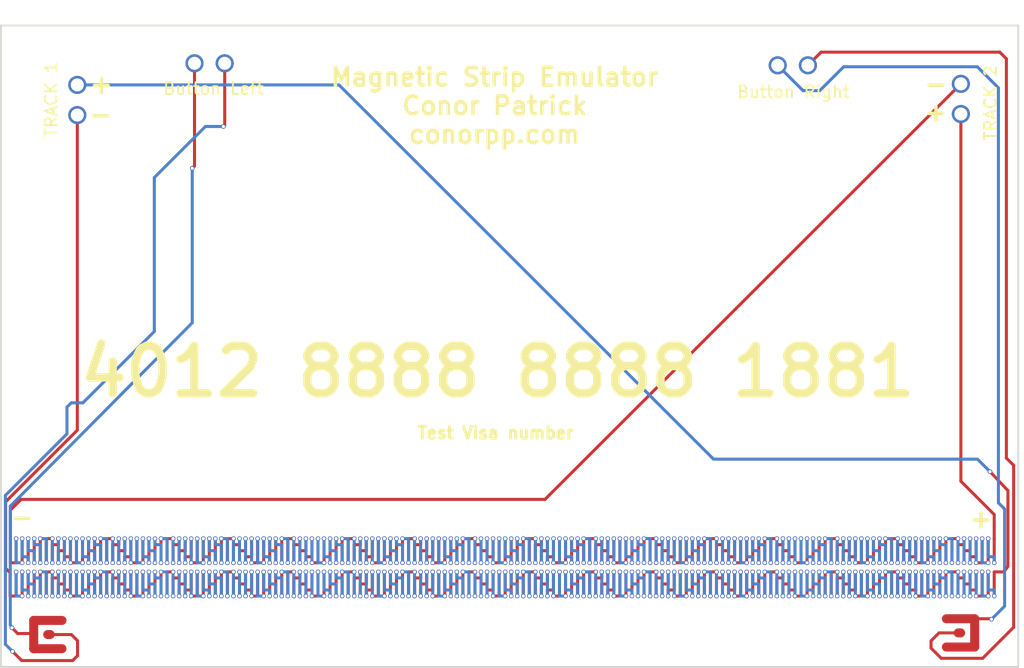
<source format=kicad_pcb>
(kicad_pcb (version 4) (host pcbnew 4.0.4+e1-6308~48~ubuntu14.04.1-stable)

  (general
    (links 0)
    (no_connects 0)
    (area 80.054999 61.703 166.357 118.080001)
    (thickness 1.6)
    (drawings 24)
    (tracks 1782)
    (zones 0)
    (modules 4)
    (nets 9)
  )

  (page A4)
  (layers
    (0 F.Cu signal)
    (31 B.Cu signal)
    (32 B.Adhes user)
    (33 F.Adhes user)
    (34 B.Paste user)
    (35 F.Paste user)
    (36 B.SilkS user)
    (37 F.SilkS user)
    (38 B.Mask user)
    (39 F.Mask user)
    (40 Dwgs.User user)
    (41 Cmts.User user)
    (42 Eco1.User user)
    (43 Eco2.User user)
    (44 Edge.Cuts user)
    (45 Margin user)
    (46 B.CrtYd user)
    (47 F.CrtYd user)
    (48 B.Fab user)
    (49 F.Fab user)
  )

  (setup
    (last_trace_width 0.254)
    (user_trace_width 0.254)
    (user_trace_width 0.76)
    (user_trace_width 1.7)
    (trace_clearance 0.127)
    (zone_clearance 0.508)
    (zone_45_only no)
    (trace_min 0.1)
    (segment_width 0.2)
    (edge_width 0.15)
    (via_size 0.6)
    (via_drill 0.4)
    (via_min_size 0.255)
    (via_min_drill 0.254)
    (user_via 0.381 0.254)
    (user_via 0.381 0.254)
    (uvia_size 0.3)
    (uvia_drill 0.1)
    (uvias_allowed no)
    (uvia_min_size 0.1)
    (uvia_min_drill 0.1)
    (pcb_text_width 0.3)
    (pcb_text_size 1.5 1.5)
    (mod_edge_width 0.15)
    (mod_text_size 1 1)
    (mod_text_width 0.15)
    (pad_size 1.524 1.524)
    (pad_drill 0.762)
    (pad_to_mask_clearance 0.2)
    (aux_axis_origin 0 0)
    (visible_elements FFFFFF7F)
    (pcbplotparams
      (layerselection 0x010f0_80000001)
      (usegerberextensions false)
      (excludeedgelayer true)
      (linewidth 0.100000)
      (plotframeref false)
      (viasonmask false)
      (mode 1)
      (useauxorigin false)
      (hpglpennumber 1)
      (hpglpenspeed 20)
      (hpglpendiameter 15)
      (hpglpenoverlay 2)
      (psnegative false)
      (psa4output false)
      (plotreference true)
      (plotvalue true)
      (plotinvisibletext false)
      (padsonsilk false)
      (subtractmaskfromsilk false)
      (outputformat 1)
      (mirror false)
      (drillshape 0)
      (scaleselection 1)
      (outputdirectory ""))
  )

  (net 0 "")
  (net 1 +1)
  (net 2 -1)
  (net 3 +2)
  (net 4 -2)
  (net 5 Buttonleft1)
  (net 6 Buttonleft2)
  (net 7 buttonright1)
  (net 8 buttonright2)

  (net_class Default "This is the default net class."
    (clearance 0.127)
    (trace_width 0.25)
    (via_dia 0.6)
    (via_drill 0.4)
    (uvia_dia 0.3)
    (uvia_drill 0.1)
    (add_net +1)
    (add_net +2)
    (add_net -1)
    (add_net -2)
    (add_net Buttonleft1)
    (add_net Buttonleft2)
    (add_net buttonright1)
    (add_net buttonright2)
  )

  (module footprints:2pin-header (layer F.Cu) (tedit 57D72381) (tstamp 57D70FF5)
    (at 81.48 68.98 90)
    (path /57D70C88)
    (fp_text reference "TRACK 1" (at -1.2256 2.87344 90) (layer F.SilkS)
      (effects (font (size 1 1) (thickness 0.15)))
    )
    (fp_text value 2pin-header (at 0.05456 0.496 90) (layer F.Fab)
      (effects (font (size 1 1) (thickness 0.15)))
    )
    (pad 2 thru_hole circle (at 0 5.08 90) (size 1.524 1.524) (drill 1.1) (layers *.Cu *.Mask)
      (net 1 +1))
    (pad 1 thru_hole circle (at -2.54 5.08 90) (size 1.524 1.524) (drill 1.1) (layers *.Cu *.Mask)
      (net 2 -1))
  )

  (module footprints:2pin-header (layer F.Cu) (tedit 57D723AD) (tstamp 57D70FFB)
    (at 165.98 71.43 270)
    (path /57D70CCD)
    (fp_text reference "TRACK 2" (at -0.94016 2.58544 270) (layer F.SilkS)
      (effects (font (size 1 1) (thickness 0.15)))
    )
    (fp_text value 2pin-header (at -1.85456 10.81504 270) (layer F.Fab)
      (effects (font (size 1 1) (thickness 0.15)))
    )
    (pad 2 thru_hole circle (at 0 5.08 270) (size 1.524 1.524) (drill 1.1) (layers *.Cu *.Mask)
      (net 3 +2))
    (pad 1 thru_hole circle (at -2.54 5.08 270) (size 1.524 1.524) (drill 1.1) (layers *.Cu *.Mask)
      (net 4 -2))
  )

  (module footprints:2pin-header (layer F.Cu) (tedit 57D895AF) (tstamp 57D89570)
    (at 98.96 62.08)
    (path /57D894F6)
    (fp_text reference "Button Left" (at -0.95 7.21) (layer F.SilkS)
      (effects (font (size 1 1) (thickness 0.15)))
    )
    (fp_text value 2pin-header (at 0 2.54) (layer F.Fab)
      (effects (font (size 1 1) (thickness 0.15)))
    )
    (pad 2 thru_hole circle (at 0 5.08) (size 1.524 1.524) (drill 1.1) (layers *.Cu *.Mask)
      (net 5 Buttonleft1))
    (pad 1 thru_hole circle (at -2.54 5.08) (size 1.524 1.524) (drill 1.1) (layers *.Cu *.Mask)
      (net 6 Buttonleft2))
  )

  (module footprints:2pin-header (layer F.Cu) (tedit 57D895B3) (tstamp 57D89576)
    (at 148.03 62.25)
    (path /57D89823)
    (fp_text reference "Button Right" (at -1.23 7.32) (layer F.SilkS)
      (effects (font (size 1 1) (thickness 0.15)))
    )
    (fp_text value 2pin-header (at 0 2.54) (layer F.Fab)
      (effects (font (size 1 1) (thickness 0.15)))
    )
    (pad 2 thru_hole circle (at 0 5.08) (size 1.524 1.524) (drill 1.1) (layers *.Cu *.Mask)
      (net 7 buttonright1))
    (pad 1 thru_hole circle (at -2.54 5.08) (size 1.524 1.524) (drill 1.1) (layers *.Cu *.Mask)
      (net 8 buttonright2))
  )

  (gr_text "Test Visa number" (at 121.75 98.28) (layer F.SilkS)
    (effects (font (size 1 1) (thickness 0.25)))
  )
  (gr_text "4012 8888 8888 1881" (at 121.92 93.13) (layer F.SilkS)
    (effects (font (size 4 4) (thickness 0.7)))
  )
  (gr_text "Magnetic Strip Emulator\nConor Patrick\nconorpp.com" (at 121.67 70.73) (layer F.SilkS)
    (effects (font (size 1.5 1.5) (thickness 0.3)))
  )
  (gr_text - (at 81.89 105.37) (layer F.SilkS)
    (effects (font (size 1.5 1.5) (thickness 0.3)))
  )
  (gr_text + (at 162.59 105.51) (layer F.SilkS)
    (effects (font (size 1.5 1.5) (thickness 0.3)))
  )
  (gr_text - (at 158.80544 68.89392) (layer F.SilkS)
    (effects (font (size 1.5 1.5) (thickness 0.3)))
  )
  (gr_text + (at 158.80544 71.27136) (layer F.SilkS)
    (effects (font (size 1.5 1.5) (thickness 0.3)))
  )
  (gr_text + (at 88.58 68.93) (layer F.SilkS)
    (effects (font (size 1.5 1.5) (thickness 0.3)))
  )
  (gr_text - (at 88.53 71.48) (layer F.SilkS)
    (effects (font (size 1.5 1.5) (thickness 0.3)))
  )
  (gr_line (start 164.47 106.71) (end 164.47 109.54) (angle 90) (layer Cmts.User) (width 0.2))
  (gr_line (start 80.6 106.71) (end 164.47 106.71) (angle 90) (layer Cmts.User) (width 0.2))
  (gr_line (start 80.6 109.51) (end 80.6 106.71) (angle 90) (layer Cmts.User) (width 0.2))
  (gr_line (start 80.58 109.51) (end 164.48 109.51) (angle 90) (layer Cmts.User) (width 0.2))
  (gr_line (start 80.58 112.31) (end 80.58 109.51) (angle 90) (layer Cmts.User) (width 0.2))
  (gr_line (start 80.57 117.98) (end 80.57 117.97) (angle 90) (layer Cmts.User) (width 0.2))
  (gr_line (start 164.35 117.98) (end 80.57 117.98) (angle 90) (layer Cmts.User) (width 0.2))
  (gr_line (start 164.35 112.32) (end 164.35 117.98) (angle 90) (layer Cmts.User) (width 0.2))
  (gr_line (start 80.58 112.32) (end 164.35 112.32) (angle 90) (layer Cmts.User) (width 0.2))
  (gr_line (start 80.58 116.98) (end 80.58 112.32) (angle 90) (layer Cmts.User) (width 0.2))
  (gr_line (start 80.58 117.98) (end 80.58 116.98) (angle 90) (layer Cmts.User) (width 0.2))
  (gr_line (start 80.13 117.98) (end 80.13 63.98) (angle 90) (layer Edge.Cuts) (width 0.15))
  (gr_line (start 165.73 117.98) (end 80.13 117.98) (angle 90) (layer Edge.Cuts) (width 0.15))
  (gr_line (start 165.73 63.98) (end 165.73 117.98) (angle 90) (layer Edge.Cuts) (width 0.15))
  (gr_line (start 80.13 63.98) (end 165.73 63.98) (angle 90) (layer Edge.Cuts) (width 0.15))

  (segment (start 162.06 113.93) (end 163.44 113.93) (width 0.254) (layer F.Cu) (net 0))
  (segment (start 147.62 69.46) (end 145.49 67.33) (width 0.254) (layer B.Cu) (net 0) (tstamp 57D8966B) (status 800000))
  (segment (start 149.03 69.46) (end 147.62 69.46) (width 0.254) (layer B.Cu) (net 0) (tstamp 57D89669))
  (segment (start 151.04 67.45) (end 149.03 69.46) (width 0.254) (layer B.Cu) (net 0) (tstamp 57D89667))
  (segment (start 162.28 67.45) (end 151.04 67.45) (width 0.254) (layer B.Cu) (net 0) (tstamp 57D89665))
  (segment (start 164.06 69.23) (end 162.28 67.45) (width 0.254) (layer B.Cu) (net 0) (tstamp 57D8965E))
  (segment (start 164.06 104.17) (end 164.06 69.23) (width 0.254) (layer B.Cu) (net 0) (tstamp 57D8965D))
  (segment (start 164.58 104.69) (end 164.06 104.17) (width 0.254) (layer B.Cu) (net 0) (tstamp 57D8965B))
  (segment (start 164.58 112.87) (end 164.58 104.69) (width 0.254) (layer B.Cu) (net 0) (tstamp 57D89657))
  (segment (start 163.48 113.97) (end 164.58 112.87) (width 0.254) (layer B.Cu) (net 0) (tstamp 57D89656))
  (via (at 163.48 113.97) (size 0.381) (drill 0.254) (layers F.Cu B.Cu) (net 0))
  (segment (start 163.44 113.93) (end 163.48 113.97) (width 0.254) (layer F.Cu) (net 0) (tstamp 57D89654))
  (segment (start 164.73 100.4) (end 164.73 66.78) (width 0.254) (layer F.Cu) (net 0))
  (segment (start 159.06 115.12) (end 158.39 115.79) (width 0.254) (layer F.Cu) (net 0) (tstamp 57D8962A))
  (segment (start 158.39 115.79) (end 158.39 116.4) (width 0.254) (layer F.Cu) (net 0) (tstamp 57D8962B))
  (segment (start 158.39 116.4) (end 159.25 117.26) (width 0.254) (layer F.Cu) (net 0) (tstamp 57D8962C))
  (segment (start 159.25 117.26) (end 162.73 117.26) (width 0.254) (layer F.Cu) (net 0) (tstamp 57D8962D))
  (segment (start 162.73 117.26) (end 165.34 114.65) (width 0.254) (layer F.Cu) (net 0) (tstamp 57D8962E))
  (segment (start 165.34 114.65) (end 165.34 101.01) (width 0.254) (layer F.Cu) (net 0) (tstamp 57D89630))
  (segment (start 165.34 101.01) (end 164.73 100.4) (width 0.254) (layer F.Cu) (net 0) (tstamp 57D89632))
  (segment (start 160.82 115.12) (end 159.06 115.12) (width 0.254) (layer F.Cu) (net 0))
  (segment (start 149.14 66.22) (end 148.03 67.33) (width 0.254) (layer F.Cu) (net 0) (tstamp 57D8964D) (status 800000))
  (segment (start 164.17 66.22) (end 149.14 66.22) (width 0.254) (layer F.Cu) (net 0) (tstamp 57D8964B))
  (segment (start 164.73 66.78) (end 164.17 66.22) (width 0.254) (layer F.Cu) (net 0) (tstamp 57D89648))
  (segment (start 84.16 115.26) (end 86.06 115.26) (width 0.254) (layer F.Cu) (net 0))
  (segment (start 98.96 72.37) (end 98.96 67.16) (width 0.254) (layer F.Cu) (net 0) (tstamp 57D89615) (status 800000))
  (segment (start 98.85 72.48) (end 98.96 72.37) (width 0.254) (layer F.Cu) (net 0) (tstamp 57D89614))
  (via (at 98.85 72.48) (size 0.381) (drill 0.254) (layers F.Cu B.Cu) (net 0))
  (segment (start 97.34 72.48) (end 98.85 72.48) (width 0.254) (layer B.Cu) (net 0) (tstamp 57D89611))
  (segment (start 93.04 76.78) (end 97.34 72.48) (width 0.254) (layer B.Cu) (net 0) (tstamp 57D8960D))
  (segment (start 93.04 89.74) (end 93.04 76.78) (width 0.254) (layer B.Cu) (net 0) (tstamp 57D89609))
  (segment (start 87.03 95.75) (end 93.04 89.74) (width 0.254) (layer B.Cu) (net 0) (tstamp 57D89608))
  (segment (start 86.05 95.75) (end 87.03 95.75) (width 0.254) (layer B.Cu) (net 0) (tstamp 57D89607))
  (segment (start 85.69 96.11) (end 86.05 95.75) (width 0.254) (layer B.Cu) (net 0) (tstamp 57D89606))
  (segment (start 85.69 98.36) (end 85.69 96.11) (width 0.254) (layer B.Cu) (net 0) (tstamp 57D89604))
  (segment (start 80.51 103.54) (end 85.69 98.36) (width 0.254) (layer B.Cu) (net 0) (tstamp 57D89603))
  (segment (start 80.51 104.42) (end 80.51 103.54) (width 0.254) (layer B.Cu) (net 0) (tstamp 57D89602))
  (segment (start 80.51 109.96) (end 80.51 104.42) (width 0.254) (layer B.Cu) (net 0) (tstamp 57D89601))
  (segment (start 80.51 112.14) (end 80.51 109.96) (width 0.254) (layer B.Cu) (net 0) (tstamp 57D89600))
  (segment (start 80.51 116.08) (end 80.51 112.14) (width 0.254) (layer B.Cu) (net 0) (tstamp 57D895FF))
  (segment (start 81.11 116.68) (end 80.51 116.08) (width 0.254) (layer B.Cu) (net 0) (tstamp 57D895FE))
  (via (at 81.11 116.68) (size 0.381) (drill 0.254) (layers F.Cu B.Cu) (net 0))
  (segment (start 81.88 117.45) (end 81.11 116.68) (width 0.254) (layer F.Cu) (net 0) (tstamp 57D895FC))
  (segment (start 86.17 117.45) (end 81.88 117.45) (width 0.254) (layer F.Cu) (net 0) (tstamp 57D895FB))
  (segment (start 86.58 117.04) (end 86.17 117.45) (width 0.254) (layer F.Cu) (net 0) (tstamp 57D895FA))
  (segment (start 86.58 115.78) (end 86.58 117.04) (width 0.254) (layer F.Cu) (net 0) (tstamp 57D895F9))
  (segment (start 86.06 115.26) (end 86.58 115.78) (width 0.254) (layer F.Cu) (net 0) (tstamp 57D895F7))
  (segment (start 82.89 115.17) (end 81.54 115.17) (width 0.254) (layer F.Cu) (net 0))
  (segment (start 96.42 75.81) (end 96.42 67.16) (width 0.254) (layer F.Cu) (net 0) (tstamp 57D895ED) (status 800000))
  (segment (start 96.23 76) (end 96.42 75.81) (width 0.254) (layer F.Cu) (net 0) (tstamp 57D895EC))
  (via (at 96.23 76) (size 0.381) (drill 0.254) (layers F.Cu B.Cu) (net 0))
  (segment (start 96.23 89.01) (end 96.23 76) (width 0.254) (layer B.Cu) (net 0) (tstamp 57D895E9))
  (segment (start 80.92 104.45) (end 96.23 89.01) (width 0.254) (layer B.Cu) (net 0) (tstamp 57D895E7))
  (segment (start 80.92 114.44) (end 80.92 104.45) (width 0.254) (layer B.Cu) (net 0) (tstamp 57D895E6))
  (segment (start 81.06 114.69) (end 80.92 114.44) (width 0.254) (layer B.Cu) (net 0) (tstamp 57D895E5))
  (via (at 81.06 114.69) (size 0.381) (drill 0.254) (layers F.Cu B.Cu) (net 0))
  (segment (start 81.54 115.17) (end 81.06 114.69) (width 0.254) (layer F.Cu) (net 0) (tstamp 57D895E3))
  (segment (start 159.68 113.93) (end 162.06 113.93) (width 0.76) (layer F.Cu) (net 0) (tstamp 57D89486))
  (segment (start 162.06 113.93) (end 162.06 116.31) (width 0.76) (layer F.Cu) (net 0) (tstamp 57D89485))
  (segment (start 162.06 116.31) (end 159.68 116.31) (width 0.76) (layer F.Cu) (net 0) (tstamp 57D89484))
  (segment (start 160.88 115.12) (end 160.82 115.12) (width 0.76) (layer F.Cu) (net 0) (tstamp 57D89483))
  (segment (start 160.82 115.12) (end 160.68 115.12) (width 0.76) (layer F.Cu) (net 0) (tstamp 57D89628))
  (segment (start 84.07 115.26) (end 84.16 115.26) (width 0.76) (layer F.Cu) (net 0))
  (segment (start 84.16 115.26) (end 84.27 115.26) (width 0.76) (layer F.Cu) (net 0) (tstamp 57D895F5))
  (segment (start 82.89 114.07) (end 85.27 114.07) (width 0.76) (layer F.Cu) (net 0))
  (segment (start 82.89 116.45) (end 82.89 115.17) (width 0.76) (layer F.Cu) (net 0) (tstamp 57D893D7))
  (segment (start 82.89 115.17) (end 82.89 114.07) (width 0.76) (layer F.Cu) (net 0) (tstamp 57D895E1))
  (segment (start 85.27 116.45) (end 82.89 116.45) (width 0.76) (layer F.Cu) (net 0) (tstamp 57D893D6))
  (segment (start 163.706 109.984) (end 164.526 109.984) (width 0.254) (layer F.Cu) (net 1))
  (segment (start 162.182 112.016) (end 162.69 112.016) (width 0.254) (layer F.Cu) (net 1) (tstamp 57D88F1B))
  (segment (start 142.37 112.016) (end 142.37 109.984) (width 0.254) (layer F.Cu) (net 1) (tstamp 57D890BC))
  (via (at 142.37 109.984) (size 0.381) (drill 0.254) (layers F.Cu B.Cu) (net 1) (tstamp 57D890BD))
  (segment (start 142.37 109.984) (end 142.37 112.016) (width 0.254) (layer B.Cu) (net 1) (tstamp 57D890BE))
  (segment (start 142.37 112.016) (end 142.878 112.016) (width 0.254) (layer B.Cu) (net 1) (tstamp 57D890BF))
  (via (at 142.878 112.016) (size 0.381) (drill 0.254) (layers F.Cu B.Cu) (net 1) (tstamp 57D890C0))
  (segment (start 142.878 112.016) (end 142.878 109.984) (width 0.254) (layer F.Cu) (net 1) (tstamp 57D890C1))
  (via (at 142.878 109.984) (size 0.381) (drill 0.254) (layers F.Cu B.Cu) (net 1) (tstamp 57D890C2))
  (segment (start 142.878 109.984) (end 142.878 111.508) (width 0.254) (layer B.Cu) (net 1) (tstamp 57D890C3))
  (segment (start 142.878 111.508) (end 143.386 111.508) (width 0.254) (layer B.Cu) (net 1) (tstamp 57D890C4))
  (segment (start 143.386 111.508) (end 143.386 112.016) (width 0.254) (layer B.Cu) (net 1) (tstamp 57D890C5))
  (via (at 143.386 112.016) (size 0.381) (drill 0.254) (layers F.Cu B.Cu) (net 1) (tstamp 57D890C6))
  (segment (start 143.386 112.016) (end 143.386 109.984) (width 0.254) (layer F.Cu) (net 1) (tstamp 57D890C7))
  (via (at 143.386 109.984) (size 0.381) (drill 0.254) (layers F.Cu B.Cu) (net 1) (tstamp 57D890C8))
  (segment (start 143.386 109.984) (end 143.386 111) (width 0.254) (layer B.Cu) (net 1) (tstamp 57D890C9))
  (segment (start 143.386 111) (end 143.894 111) (width 0.254) (layer B.Cu) (net 1) (tstamp 57D890CA))
  (segment (start 143.894 111) (end 143.894 112.016) (width 0.254) (layer B.Cu) (net 1) (tstamp 57D890CB))
  (via (at 143.894 112.016) (size 0.381) (drill 0.254) (layers F.Cu B.Cu) (net 1) (tstamp 57D890CC))
  (segment (start 143.894 112.016) (end 143.894 109.984) (width 0.254) (layer F.Cu) (net 1) (tstamp 57D890CD))
  (via (at 143.894 109.984) (size 0.381) (drill 0.254) (layers F.Cu B.Cu) (net 1) (tstamp 57D890CE))
  (segment (start 143.894 109.984) (end 143.894 110.492) (width 0.254) (layer B.Cu) (net 1) (tstamp 57D890CF))
  (segment (start 143.894 110.492) (end 144.402 110.492) (width 0.254) (layer B.Cu) (net 1) (tstamp 57D890D0))
  (segment (start 144.402 110.492) (end 144.402 112.016) (width 0.254) (layer B.Cu) (net 1) (tstamp 57D890D1))
  (via (at 144.402 112.016) (size 0.381) (drill 0.254) (layers F.Cu B.Cu) (net 1) (tstamp 57D890D2))
  (segment (start 144.402 112.016) (end 144.402 109.984) (width 0.254) (layer F.Cu) (net 1) (tstamp 57D890D3))
  (via (at 144.402 109.984) (size 0.381) (drill 0.254) (layers F.Cu B.Cu) (net 1) (tstamp 57D890D4))
  (segment (start 144.402 109.984) (end 144.91 109.984) (width 0.254) (layer B.Cu) (net 1) (tstamp 57D890D5))
  (segment (start 144.91 109.984) (end 144.91 112.016) (width 0.254) (layer B.Cu) (net 1) (tstamp 57D890D6))
  (via (at 144.91 112.016) (size 0.381) (drill 0.254) (layers F.Cu B.Cu) (net 1) (tstamp 57D890D7))
  (segment (start 144.91 112.016) (end 144.91 109.984) (width 0.254) (layer F.Cu) (net 1) (tstamp 57D890D8))
  (segment (start 144.91 109.984) (end 145.418 109.984) (width 0.254) (layer F.Cu) (net 1) (tstamp 57D890D9))
  (via (at 145.418 109.984) (size 0.381) (drill 0.254) (layers F.Cu B.Cu) (net 1) (tstamp 57D890DA))
  (segment (start 145.418 109.984) (end 145.418 112.016) (width 0.254) (layer B.Cu) (net 1) (tstamp 57D890DB))
  (via (at 145.418 112.016) (size 0.381) (drill 0.254) (layers F.Cu B.Cu) (net 1) (tstamp 57D890DC))
  (segment (start 145.418 112.016) (end 145.418 110.492) (width 0.254) (layer F.Cu) (net 1) (tstamp 57D890DD))
  (segment (start 145.418 110.492) (end 145.926 110.492) (width 0.254) (layer F.Cu) (net 1) (tstamp 57D890DE))
  (segment (start 145.926 110.492) (end 145.926 109.984) (width 0.254) (layer F.Cu) (net 1) (tstamp 57D890DF))
  (via (at 145.926 109.984) (size 0.381) (drill 0.254) (layers F.Cu B.Cu) (net 1) (tstamp 57D890E0))
  (segment (start 145.926 109.984) (end 145.926 112.016) (width 0.254) (layer B.Cu) (net 1) (tstamp 57D890E1))
  (via (at 145.926 112.016) (size 0.381) (drill 0.254) (layers F.Cu B.Cu) (net 1) (tstamp 57D890E2))
  (segment (start 145.926 112.016) (end 145.926 111) (width 0.254) (layer F.Cu) (net 1) (tstamp 57D890E3))
  (segment (start 145.926 111) (end 146.434 111) (width 0.254) (layer F.Cu) (net 1) (tstamp 57D890E4))
  (segment (start 146.434 111) (end 146.434 109.984) (width 0.254) (layer F.Cu) (net 1) (tstamp 57D890E5))
  (via (at 146.434 109.984) (size 0.381) (drill 0.254) (layers F.Cu B.Cu) (net 1) (tstamp 57D890E6))
  (segment (start 146.434 109.984) (end 146.434 112.016) (width 0.254) (layer B.Cu) (net 1) (tstamp 57D890E7))
  (via (at 146.434 112.016) (size 0.381) (drill 0.254) (layers F.Cu B.Cu) (net 1) (tstamp 57D890E8))
  (segment (start 146.434 112.016) (end 146.434 111.508) (width 0.254) (layer F.Cu) (net 1) (tstamp 57D890E9))
  (segment (start 146.434 111.508) (end 146.942 111.508) (width 0.254) (layer F.Cu) (net 1) (tstamp 57D890EA))
  (segment (start 146.942 111.508) (end 146.942 109.984) (width 0.254) (layer F.Cu) (net 1) (tstamp 57D890EB))
  (via (at 146.942 109.984) (size 0.381) (drill 0.254) (layers F.Cu B.Cu) (net 1) (tstamp 57D890EC))
  (segment (start 146.942 109.984) (end 146.942 112.016) (width 0.254) (layer B.Cu) (net 1) (tstamp 57D890ED))
  (via (at 146.942 112.016) (size 0.381) (drill 0.254) (layers F.Cu B.Cu) (net 1) (tstamp 57D890EE))
  (segment (start 141.862 112.016) (end 142.37 112.016) (width 0.254) (layer F.Cu) (net 1) (tstamp 57D890EF))
  (segment (start 147.45 112.016) (end 147.45 109.984) (width 0.254) (layer F.Cu) (net 1) (tstamp 57D890F0))
  (via (at 147.45 109.984) (size 0.381) (drill 0.254) (layers F.Cu B.Cu) (net 1) (tstamp 57D890F1))
  (segment (start 147.45 109.984) (end 147.45 112.016) (width 0.254) (layer B.Cu) (net 1) (tstamp 57D890F2))
  (segment (start 147.45 112.016) (end 147.958 112.016) (width 0.254) (layer B.Cu) (net 1) (tstamp 57D890F3))
  (via (at 147.958 112.016) (size 0.381) (drill 0.254) (layers F.Cu B.Cu) (net 1) (tstamp 57D890F4))
  (segment (start 147.958 112.016) (end 147.958 109.984) (width 0.254) (layer F.Cu) (net 1) (tstamp 57D890F5))
  (via (at 147.958 109.984) (size 0.381) (drill 0.254) (layers F.Cu B.Cu) (net 1) (tstamp 57D890F6))
  (segment (start 147.958 109.984) (end 147.958 111.508) (width 0.254) (layer B.Cu) (net 1) (tstamp 57D890F7))
  (segment (start 147.958 111.508) (end 148.466 111.508) (width 0.254) (layer B.Cu) (net 1) (tstamp 57D890F8))
  (segment (start 148.466 111.508) (end 148.466 112.016) (width 0.254) (layer B.Cu) (net 1) (tstamp 57D890F9))
  (via (at 148.466 112.016) (size 0.381) (drill 0.254) (layers F.Cu B.Cu) (net 1) (tstamp 57D890FA))
  (segment (start 148.466 112.016) (end 148.466 109.984) (width 0.254) (layer F.Cu) (net 1) (tstamp 57D890FB))
  (via (at 148.466 109.984) (size 0.381) (drill 0.254) (layers F.Cu B.Cu) (net 1) (tstamp 57D890FC))
  (segment (start 148.466 109.984) (end 148.466 111) (width 0.254) (layer B.Cu) (net 1) (tstamp 57D890FD))
  (segment (start 148.466 111) (end 148.974 111) (width 0.254) (layer B.Cu) (net 1) (tstamp 57D890FE))
  (segment (start 148.974 111) (end 148.974 112.016) (width 0.254) (layer B.Cu) (net 1) (tstamp 57D890FF))
  (via (at 148.974 112.016) (size 0.381) (drill 0.254) (layers F.Cu B.Cu) (net 1) (tstamp 57D89100))
  (segment (start 148.974 112.016) (end 148.974 109.984) (width 0.254) (layer F.Cu) (net 1) (tstamp 57D89101))
  (via (at 148.974 109.984) (size 0.381) (drill 0.254) (layers F.Cu B.Cu) (net 1) (tstamp 57D89102))
  (segment (start 148.974 109.984) (end 148.974 110.492) (width 0.254) (layer B.Cu) (net 1) (tstamp 57D89103))
  (segment (start 148.974 110.492) (end 149.482 110.492) (width 0.254) (layer B.Cu) (net 1) (tstamp 57D89104))
  (segment (start 149.482 110.492) (end 149.482 112.016) (width 0.254) (layer B.Cu) (net 1) (tstamp 57D89105))
  (via (at 149.482 112.016) (size 0.381) (drill 0.254) (layers F.Cu B.Cu) (net 1) (tstamp 57D89106))
  (segment (start 149.482 112.016) (end 149.482 109.984) (width 0.254) (layer F.Cu) (net 1) (tstamp 57D89107))
  (via (at 149.482 109.984) (size 0.381) (drill 0.254) (layers F.Cu B.Cu) (net 1) (tstamp 57D89108))
  (segment (start 149.482 109.984) (end 149.99 109.984) (width 0.254) (layer B.Cu) (net 1) (tstamp 57D89109))
  (segment (start 149.99 109.984) (end 149.99 112.016) (width 0.254) (layer B.Cu) (net 1) (tstamp 57D8910A))
  (via (at 149.99 112.016) (size 0.381) (drill 0.254) (layers F.Cu B.Cu) (net 1) (tstamp 57D8910B))
  (segment (start 149.99 112.016) (end 149.99 109.984) (width 0.254) (layer F.Cu) (net 1) (tstamp 57D8910C))
  (segment (start 149.99 109.984) (end 150.498 109.984) (width 0.254) (layer F.Cu) (net 1) (tstamp 57D8910D))
  (via (at 150.498 109.984) (size 0.381) (drill 0.254) (layers F.Cu B.Cu) (net 1) (tstamp 57D8910E))
  (segment (start 150.498 109.984) (end 150.498 112.016) (width 0.254) (layer B.Cu) (net 1) (tstamp 57D8910F))
  (via (at 150.498 112.016) (size 0.381) (drill 0.254) (layers F.Cu B.Cu) (net 1) (tstamp 57D89110))
  (segment (start 150.498 112.016) (end 150.498 110.492) (width 0.254) (layer F.Cu) (net 1) (tstamp 57D89111))
  (segment (start 150.498 110.492) (end 151.006 110.492) (width 0.254) (layer F.Cu) (net 1) (tstamp 57D89112))
  (segment (start 151.006 110.492) (end 151.006 109.984) (width 0.254) (layer F.Cu) (net 1) (tstamp 57D89113))
  (via (at 151.006 109.984) (size 0.381) (drill 0.254) (layers F.Cu B.Cu) (net 1) (tstamp 57D89114))
  (segment (start 151.006 109.984) (end 151.006 112.016) (width 0.254) (layer B.Cu) (net 1) (tstamp 57D89115))
  (via (at 151.006 112.016) (size 0.381) (drill 0.254) (layers F.Cu B.Cu) (net 1) (tstamp 57D89116))
  (segment (start 151.006 112.016) (end 151.006 111) (width 0.254) (layer F.Cu) (net 1) (tstamp 57D89117))
  (segment (start 151.006 111) (end 151.514 111) (width 0.254) (layer F.Cu) (net 1) (tstamp 57D89118))
  (segment (start 151.514 111) (end 151.514 109.984) (width 0.254) (layer F.Cu) (net 1) (tstamp 57D89119))
  (via (at 151.514 109.984) (size 0.381) (drill 0.254) (layers F.Cu B.Cu) (net 1) (tstamp 57D8911A))
  (segment (start 151.514 109.984) (end 151.514 112.016) (width 0.254) (layer B.Cu) (net 1) (tstamp 57D8911B))
  (via (at 151.514 112.016) (size 0.381) (drill 0.254) (layers F.Cu B.Cu) (net 1) (tstamp 57D8911C))
  (segment (start 151.514 112.016) (end 151.514 111.508) (width 0.254) (layer F.Cu) (net 1) (tstamp 57D8911D))
  (segment (start 151.514 111.508) (end 152.022 111.508) (width 0.254) (layer F.Cu) (net 1) (tstamp 57D8911E))
  (segment (start 152.022 111.508) (end 152.022 109.984) (width 0.254) (layer F.Cu) (net 1) (tstamp 57D8911F))
  (via (at 152.022 109.984) (size 0.381) (drill 0.254) (layers F.Cu B.Cu) (net 1) (tstamp 57D89120))
  (segment (start 152.022 109.984) (end 152.022 112.016) (width 0.254) (layer B.Cu) (net 1) (tstamp 57D89121))
  (via (at 152.022 112.016) (size 0.381) (drill 0.254) (layers F.Cu B.Cu) (net 1) (tstamp 57D89122))
  (segment (start 146.942 112.016) (end 147.45 112.016) (width 0.254) (layer F.Cu) (net 1) (tstamp 57D89123))
  (segment (start 157.102 112.016) (end 157.61 112.016) (width 0.254) (layer F.Cu) (net 1) (tstamp 57D89124))
  (via (at 162.182 112.016) (size 0.381) (drill 0.254) (layers F.Cu B.Cu) (net 1) (tstamp 57D89125))
  (segment (start 162.182 109.984) (end 162.182 112.016) (width 0.254) (layer B.Cu) (net 1) (tstamp 57D89126))
  (via (at 162.182 109.984) (size 0.381) (drill 0.254) (layers F.Cu B.Cu) (net 1) (tstamp 57D89127))
  (segment (start 162.182 111.508) (end 162.182 109.984) (width 0.254) (layer F.Cu) (net 1) (tstamp 57D89128))
  (segment (start 161.674 111.508) (end 162.182 111.508) (width 0.254) (layer F.Cu) (net 1) (tstamp 57D89129))
  (segment (start 161.674 112.016) (end 161.674 111.508) (width 0.254) (layer F.Cu) (net 1) (tstamp 57D8912A))
  (via (at 161.674 112.016) (size 0.381) (drill 0.254) (layers F.Cu B.Cu) (net 1) (tstamp 57D8912B))
  (segment (start 161.674 109.984) (end 161.674 112.016) (width 0.254) (layer B.Cu) (net 1) (tstamp 57D8912C))
  (via (at 161.674 109.984) (size 0.381) (drill 0.254) (layers F.Cu B.Cu) (net 1) (tstamp 57D8912D))
  (segment (start 161.674 111) (end 161.674 109.984) (width 0.254) (layer F.Cu) (net 1) (tstamp 57D8912E))
  (segment (start 161.166 111) (end 161.674 111) (width 0.254) (layer F.Cu) (net 1) (tstamp 57D8912F))
  (segment (start 161.166 112.016) (end 161.166 111) (width 0.254) (layer F.Cu) (net 1) (tstamp 57D89130))
  (via (at 161.166 112.016) (size 0.381) (drill 0.254) (layers F.Cu B.Cu) (net 1) (tstamp 57D89131))
  (segment (start 161.166 109.984) (end 161.166 112.016) (width 0.254) (layer B.Cu) (net 1) (tstamp 57D89132))
  (via (at 161.166 109.984) (size 0.381) (drill 0.254) (layers F.Cu B.Cu) (net 1) (tstamp 57D89133))
  (segment (start 161.166 110.492) (end 161.166 109.984) (width 0.254) (layer F.Cu) (net 1) (tstamp 57D89134))
  (segment (start 160.658 110.492) (end 161.166 110.492) (width 0.254) (layer F.Cu) (net 1) (tstamp 57D89135))
  (segment (start 160.658 112.016) (end 160.658 110.492) (width 0.254) (layer F.Cu) (net 1) (tstamp 57D89136))
  (via (at 160.658 112.016) (size 0.381) (drill 0.254) (layers F.Cu B.Cu) (net 1) (tstamp 57D89137))
  (segment (start 160.658 109.984) (end 160.658 112.016) (width 0.254) (layer B.Cu) (net 1) (tstamp 57D89138))
  (via (at 160.658 109.984) (size 0.381) (drill 0.254) (layers F.Cu B.Cu) (net 1) (tstamp 57D89139))
  (segment (start 160.15 109.984) (end 160.658 109.984) (width 0.254) (layer F.Cu) (net 1) (tstamp 57D8913A))
  (segment (start 160.15 112.016) (end 160.15 109.984) (width 0.254) (layer F.Cu) (net 1) (tstamp 57D8913B))
  (via (at 160.15 112.016) (size 0.381) (drill 0.254) (layers F.Cu B.Cu) (net 1) (tstamp 57D8913C))
  (segment (start 160.15 109.984) (end 160.15 112.016) (width 0.254) (layer B.Cu) (net 1) (tstamp 57D8913D))
  (segment (start 159.642 109.984) (end 160.15 109.984) (width 0.254) (layer B.Cu) (net 1) (tstamp 57D8913E))
  (via (at 159.642 109.984) (size 0.381) (drill 0.254) (layers F.Cu B.Cu) (net 1) (tstamp 57D8913F))
  (segment (start 159.642 112.016) (end 159.642 109.984) (width 0.254) (layer F.Cu) (net 1) (tstamp 57D89140))
  (via (at 159.642 112.016) (size 0.381) (drill 0.254) (layers F.Cu B.Cu) (net 1) (tstamp 57D89141))
  (segment (start 159.642 110.492) (end 159.642 112.016) (width 0.254) (layer B.Cu) (net 1) (tstamp 57D89142))
  (segment (start 159.134 110.492) (end 159.642 110.492) (width 0.254) (layer B.Cu) (net 1) (tstamp 57D89143))
  (segment (start 159.134 109.984) (end 159.134 110.492) (width 0.254) (layer B.Cu) (net 1) (tstamp 57D89144))
  (via (at 159.134 109.984) (size 0.381) (drill 0.254) (layers F.Cu B.Cu) (net 1) (tstamp 57D89145))
  (segment (start 159.134 112.016) (end 159.134 109.984) (width 0.254) (layer F.Cu) (net 1) (tstamp 57D89146))
  (via (at 159.134 112.016) (size 0.381) (drill 0.254) (layers F.Cu B.Cu) (net 1) (tstamp 57D89147))
  (segment (start 159.134 111) (end 159.134 112.016) (width 0.254) (layer B.Cu) (net 1) (tstamp 57D89148))
  (segment (start 158.626 111) (end 159.134 111) (width 0.254) (layer B.Cu) (net 1) (tstamp 57D89149))
  (segment (start 158.626 109.984) (end 158.626 111) (width 0.254) (layer B.Cu) (net 1) (tstamp 57D8914A))
  (via (at 158.626 109.984) (size 0.381) (drill 0.254) (layers F.Cu B.Cu) (net 1) (tstamp 57D8914B))
  (segment (start 158.626 112.016) (end 158.626 109.984) (width 0.254) (layer F.Cu) (net 1) (tstamp 57D8914C))
  (via (at 158.626 112.016) (size 0.381) (drill 0.254) (layers F.Cu B.Cu) (net 1) (tstamp 57D8914D))
  (segment (start 158.626 111.508) (end 158.626 112.016) (width 0.254) (layer B.Cu) (net 1) (tstamp 57D8914E))
  (segment (start 158.118 111.508) (end 158.626 111.508) (width 0.254) (layer B.Cu) (net 1) (tstamp 57D8914F))
  (segment (start 158.118 109.984) (end 158.118 111.508) (width 0.254) (layer B.Cu) (net 1) (tstamp 57D89150))
  (via (at 158.118 109.984) (size 0.381) (drill 0.254) (layers F.Cu B.Cu) (net 1) (tstamp 57D89151))
  (segment (start 158.118 112.016) (end 158.118 109.984) (width 0.254) (layer F.Cu) (net 1) (tstamp 57D89152))
  (via (at 158.118 112.016) (size 0.381) (drill 0.254) (layers F.Cu B.Cu) (net 1) (tstamp 57D89153))
  (segment (start 157.61 112.016) (end 158.118 112.016) (width 0.254) (layer B.Cu) (net 1) (tstamp 57D89154))
  (segment (start 157.61 109.984) (end 157.61 112.016) (width 0.254) (layer B.Cu) (net 1) (tstamp 57D89155))
  (via (at 157.61 109.984) (size 0.381) (drill 0.254) (layers F.Cu B.Cu) (net 1) (tstamp 57D89156))
  (segment (start 157.61 112.016) (end 157.61 109.984) (width 0.254) (layer F.Cu) (net 1) (tstamp 57D89157))
  (segment (start 152.022 112.016) (end 152.53 112.016) (width 0.254) (layer F.Cu) (net 1) (tstamp 57D89158))
  (via (at 157.102 112.016) (size 0.381) (drill 0.254) (layers F.Cu B.Cu) (net 1) (tstamp 57D89159))
  (segment (start 157.102 109.984) (end 157.102 112.016) (width 0.254) (layer B.Cu) (net 1) (tstamp 57D8915A))
  (via (at 157.102 109.984) (size 0.381) (drill 0.254) (layers F.Cu B.Cu) (net 1) (tstamp 57D8915B))
  (segment (start 157.102 111.508) (end 157.102 109.984) (width 0.254) (layer F.Cu) (net 1) (tstamp 57D8915C))
  (segment (start 156.594 111.508) (end 157.102 111.508) (width 0.254) (layer F.Cu) (net 1) (tstamp 57D8915D))
  (segment (start 156.594 112.016) (end 156.594 111.508) (width 0.254) (layer F.Cu) (net 1) (tstamp 57D8915E))
  (via (at 156.594 112.016) (size 0.381) (drill 0.254) (layers F.Cu B.Cu) (net 1) (tstamp 57D8915F))
  (segment (start 156.594 109.984) (end 156.594 112.016) (width 0.254) (layer B.Cu) (net 1) (tstamp 57D89160))
  (via (at 156.594 109.984) (size 0.381) (drill 0.254) (layers F.Cu B.Cu) (net 1) (tstamp 57D89161))
  (segment (start 156.594 111) (end 156.594 109.984) (width 0.254) (layer F.Cu) (net 1) (tstamp 57D89162))
  (segment (start 156.086 111) (end 156.594 111) (width 0.254) (layer F.Cu) (net 1) (tstamp 57D89163))
  (segment (start 156.086 112.016) (end 156.086 111) (width 0.254) (layer F.Cu) (net 1) (tstamp 57D89164))
  (via (at 156.086 112.016) (size 0.381) (drill 0.254) (layers F.Cu B.Cu) (net 1) (tstamp 57D89165))
  (segment (start 156.086 109.984) (end 156.086 112.016) (width 0.254) (layer B.Cu) (net 1) (tstamp 57D89166))
  (via (at 156.086 109.984) (size 0.381) (drill 0.254) (layers F.Cu B.Cu) (net 1) (tstamp 57D89167))
  (segment (start 156.086 110.492) (end 156.086 109.984) (width 0.254) (layer F.Cu) (net 1) (tstamp 57D89168))
  (segment (start 155.578 110.492) (end 156.086 110.492) (width 0.254) (layer F.Cu) (net 1) (tstamp 57D89169))
  (segment (start 155.578 112.016) (end 155.578 110.492) (width 0.254) (layer F.Cu) (net 1) (tstamp 57D8916A))
  (via (at 155.578 112.016) (size 0.381) (drill 0.254) (layers F.Cu B.Cu) (net 1) (tstamp 57D8916B))
  (segment (start 155.578 109.984) (end 155.578 112.016) (width 0.254) (layer B.Cu) (net 1) (tstamp 57D8916C))
  (via (at 155.578 109.984) (size 0.381) (drill 0.254) (layers F.Cu B.Cu) (net 1) (tstamp 57D8916D))
  (segment (start 155.07 109.984) (end 155.578 109.984) (width 0.254) (layer F.Cu) (net 1) (tstamp 57D8916E))
  (segment (start 155.07 112.016) (end 155.07 109.984) (width 0.254) (layer F.Cu) (net 1) (tstamp 57D8916F))
  (via (at 155.07 112.016) (size 0.381) (drill 0.254) (layers F.Cu B.Cu) (net 1) (tstamp 57D89170))
  (segment (start 155.07 109.984) (end 155.07 112.016) (width 0.254) (layer B.Cu) (net 1) (tstamp 57D89171))
  (segment (start 154.562 109.984) (end 155.07 109.984) (width 0.254) (layer B.Cu) (net 1) (tstamp 57D89172))
  (via (at 154.562 109.984) (size 0.381) (drill 0.254) (layers F.Cu B.Cu) (net 1) (tstamp 57D89173))
  (segment (start 154.562 112.016) (end 154.562 109.984) (width 0.254) (layer F.Cu) (net 1) (tstamp 57D89174))
  (via (at 154.562 112.016) (size 0.381) (drill 0.254) (layers F.Cu B.Cu) (net 1) (tstamp 57D89175))
  (segment (start 154.562 110.492) (end 154.562 112.016) (width 0.254) (layer B.Cu) (net 1) (tstamp 57D89176))
  (segment (start 154.054 110.492) (end 154.562 110.492) (width 0.254) (layer B.Cu) (net 1) (tstamp 57D89177))
  (segment (start 154.054 109.984) (end 154.054 110.492) (width 0.254) (layer B.Cu) (net 1) (tstamp 57D89178))
  (via (at 154.054 109.984) (size 0.381) (drill 0.254) (layers F.Cu B.Cu) (net 1) (tstamp 57D89179))
  (segment (start 154.054 112.016) (end 154.054 109.984) (width 0.254) (layer F.Cu) (net 1) (tstamp 57D8917A))
  (via (at 154.054 112.016) (size 0.381) (drill 0.254) (layers F.Cu B.Cu) (net 1) (tstamp 57D8917B))
  (segment (start 154.054 111) (end 154.054 112.016) (width 0.254) (layer B.Cu) (net 1) (tstamp 57D8917C))
  (segment (start 153.546 111) (end 154.054 111) (width 0.254) (layer B.Cu) (net 1) (tstamp 57D8917D))
  (segment (start 153.546 109.984) (end 153.546 111) (width 0.254) (layer B.Cu) (net 1) (tstamp 57D8917E))
  (via (at 153.546 109.984) (size 0.381) (drill 0.254) (layers F.Cu B.Cu) (net 1) (tstamp 57D8917F))
  (segment (start 153.546 112.016) (end 153.546 109.984) (width 0.254) (layer F.Cu) (net 1) (tstamp 57D89180))
  (via (at 153.546 112.016) (size 0.381) (drill 0.254) (layers F.Cu B.Cu) (net 1) (tstamp 57D89181))
  (segment (start 153.546 111.508) (end 153.546 112.016) (width 0.254) (layer B.Cu) (net 1) (tstamp 57D89182))
  (segment (start 153.038 111.508) (end 153.546 111.508) (width 0.254) (layer B.Cu) (net 1) (tstamp 57D89183))
  (segment (start 153.038 109.984) (end 153.038 111.508) (width 0.254) (layer B.Cu) (net 1) (tstamp 57D89184))
  (via (at 153.038 109.984) (size 0.381) (drill 0.254) (layers F.Cu B.Cu) (net 1) (tstamp 57D89185))
  (segment (start 153.038 112.016) (end 153.038 109.984) (width 0.254) (layer F.Cu) (net 1) (tstamp 57D89186))
  (via (at 153.038 112.016) (size 0.381) (drill 0.254) (layers F.Cu B.Cu) (net 1) (tstamp 57D89187))
  (segment (start 152.53 112.016) (end 153.038 112.016) (width 0.254) (layer B.Cu) (net 1) (tstamp 57D89188))
  (segment (start 152.53 109.984) (end 152.53 112.016) (width 0.254) (layer B.Cu) (net 1) (tstamp 57D89189))
  (via (at 152.53 109.984) (size 0.381) (drill 0.254) (layers F.Cu B.Cu) (net 1) (tstamp 57D8918A))
  (segment (start 152.53 112.016) (end 152.53 109.984) (width 0.254) (layer F.Cu) (net 1) (tstamp 57D8918B))
  (segment (start 132.21 112.016) (end 132.21 109.984) (width 0.254) (layer F.Cu) (net 1) (tstamp 57D8918C))
  (via (at 132.21 109.984) (size 0.381) (drill 0.254) (layers F.Cu B.Cu) (net 1) (tstamp 57D8918D))
  (segment (start 132.21 109.984) (end 132.21 112.016) (width 0.254) (layer B.Cu) (net 1) (tstamp 57D8918E))
  (segment (start 132.21 112.016) (end 132.718 112.016) (width 0.254) (layer B.Cu) (net 1) (tstamp 57D8918F))
  (via (at 132.718 112.016) (size 0.381) (drill 0.254) (layers F.Cu B.Cu) (net 1) (tstamp 57D89190))
  (segment (start 132.718 112.016) (end 132.718 109.984) (width 0.254) (layer F.Cu) (net 1) (tstamp 57D89191))
  (via (at 132.718 109.984) (size 0.381) (drill 0.254) (layers F.Cu B.Cu) (net 1) (tstamp 57D89192))
  (segment (start 132.718 109.984) (end 132.718 111.508) (width 0.254) (layer B.Cu) (net 1) (tstamp 57D89193))
  (segment (start 132.718 111.508) (end 133.226 111.508) (width 0.254) (layer B.Cu) (net 1) (tstamp 57D89194))
  (segment (start 133.226 111.508) (end 133.226 112.016) (width 0.254) (layer B.Cu) (net 1) (tstamp 57D89195))
  (via (at 133.226 112.016) (size 0.381) (drill 0.254) (layers F.Cu B.Cu) (net 1) (tstamp 57D89196))
  (segment (start 133.226 112.016) (end 133.226 109.984) (width 0.254) (layer F.Cu) (net 1) (tstamp 57D89197))
  (via (at 133.226 109.984) (size 0.381) (drill 0.254) (layers F.Cu B.Cu) (net 1) (tstamp 57D89198))
  (segment (start 133.226 109.984) (end 133.226 111) (width 0.254) (layer B.Cu) (net 1) (tstamp 57D89199))
  (segment (start 133.226 111) (end 133.734 111) (width 0.254) (layer B.Cu) (net 1) (tstamp 57D8919A))
  (segment (start 133.734 111) (end 133.734 112.016) (width 0.254) (layer B.Cu) (net 1) (tstamp 57D8919B))
  (via (at 133.734 112.016) (size 0.381) (drill 0.254) (layers F.Cu B.Cu) (net 1) (tstamp 57D8919C))
  (segment (start 133.734 112.016) (end 133.734 109.984) (width 0.254) (layer F.Cu) (net 1) (tstamp 57D8919D))
  (via (at 133.734 109.984) (size 0.381) (drill 0.254) (layers F.Cu B.Cu) (net 1) (tstamp 57D8919E))
  (segment (start 133.734 109.984) (end 133.734 110.492) (width 0.254) (layer B.Cu) (net 1) (tstamp 57D8919F))
  (segment (start 133.734 110.492) (end 134.242 110.492) (width 0.254) (layer B.Cu) (net 1) (tstamp 57D891A0))
  (segment (start 134.242 110.492) (end 134.242 112.016) (width 0.254) (layer B.Cu) (net 1) (tstamp 57D891A1))
  (via (at 134.242 112.016) (size 0.381) (drill 0.254) (layers F.Cu B.Cu) (net 1) (tstamp 57D891A2))
  (segment (start 134.242 112.016) (end 134.242 109.984) (width 0.254) (layer F.Cu) (net 1) (tstamp 57D891A3))
  (via (at 134.242 109.984) (size 0.381) (drill 0.254) (layers F.Cu B.Cu) (net 1) (tstamp 57D891A4))
  (segment (start 134.242 109.984) (end 134.75 109.984) (width 0.254) (layer B.Cu) (net 1) (tstamp 57D891A5))
  (segment (start 134.75 109.984) (end 134.75 112.016) (width 0.254) (layer B.Cu) (net 1) (tstamp 57D891A6))
  (via (at 134.75 112.016) (size 0.381) (drill 0.254) (layers F.Cu B.Cu) (net 1) (tstamp 57D891A7))
  (segment (start 134.75 112.016) (end 134.75 109.984) (width 0.254) (layer F.Cu) (net 1) (tstamp 57D891A8))
  (segment (start 134.75 109.984) (end 135.258 109.984) (width 0.254) (layer F.Cu) (net 1) (tstamp 57D891A9))
  (via (at 135.258 109.984) (size 0.381) (drill 0.254) (layers F.Cu B.Cu) (net 1) (tstamp 57D891AA))
  (segment (start 135.258 109.984) (end 135.258 112.016) (width 0.254) (layer B.Cu) (net 1) (tstamp 57D891AB))
  (via (at 135.258 112.016) (size 0.381) (drill 0.254) (layers F.Cu B.Cu) (net 1) (tstamp 57D891AC))
  (segment (start 135.258 112.016) (end 135.258 110.492) (width 0.254) (layer F.Cu) (net 1) (tstamp 57D891AD))
  (segment (start 135.258 110.492) (end 135.766 110.492) (width 0.254) (layer F.Cu) (net 1) (tstamp 57D891AE))
  (segment (start 135.766 110.492) (end 135.766 109.984) (width 0.254) (layer F.Cu) (net 1) (tstamp 57D891AF))
  (via (at 135.766 109.984) (size 0.381) (drill 0.254) (layers F.Cu B.Cu) (net 1) (tstamp 57D891B0))
  (segment (start 135.766 109.984) (end 135.766 112.016) (width 0.254) (layer B.Cu) (net 1) (tstamp 57D891B1))
  (via (at 135.766 112.016) (size 0.381) (drill 0.254) (layers F.Cu B.Cu) (net 1) (tstamp 57D891B2))
  (segment (start 135.766 112.016) (end 135.766 111) (width 0.254) (layer F.Cu) (net 1) (tstamp 57D891B3))
  (segment (start 135.766 111) (end 136.274 111) (width 0.254) (layer F.Cu) (net 1) (tstamp 57D891B4))
  (segment (start 136.274 111) (end 136.274 109.984) (width 0.254) (layer F.Cu) (net 1) (tstamp 57D891B5))
  (via (at 136.274 109.984) (size 0.381) (drill 0.254) (layers F.Cu B.Cu) (net 1) (tstamp 57D891B6))
  (segment (start 136.274 109.984) (end 136.274 112.016) (width 0.254) (layer B.Cu) (net 1) (tstamp 57D891B7))
  (via (at 136.274 112.016) (size 0.381) (drill 0.254) (layers F.Cu B.Cu) (net 1) (tstamp 57D891B8))
  (segment (start 136.274 112.016) (end 136.274 111.508) (width 0.254) (layer F.Cu) (net 1) (tstamp 57D891B9))
  (segment (start 136.274 111.508) (end 136.782 111.508) (width 0.254) (layer F.Cu) (net 1) (tstamp 57D891BA))
  (segment (start 136.782 111.508) (end 136.782 109.984) (width 0.254) (layer F.Cu) (net 1) (tstamp 57D891BB))
  (via (at 136.782 109.984) (size 0.381) (drill 0.254) (layers F.Cu B.Cu) (net 1) (tstamp 57D891BC))
  (segment (start 136.782 109.984) (end 136.782 112.016) (width 0.254) (layer B.Cu) (net 1) (tstamp 57D891BD))
  (via (at 136.782 112.016) (size 0.381) (drill 0.254) (layers F.Cu B.Cu) (net 1) (tstamp 57D891BE))
  (segment (start 131.702 112.016) (end 132.21 112.016) (width 0.254) (layer F.Cu) (net 1) (tstamp 57D891BF))
  (segment (start 137.29 112.016) (end 137.29 109.984) (width 0.254) (layer F.Cu) (net 1) (tstamp 57D891C0))
  (via (at 137.29 109.984) (size 0.381) (drill 0.254) (layers F.Cu B.Cu) (net 1) (tstamp 57D891C1))
  (segment (start 137.29 109.984) (end 137.29 112.016) (width 0.254) (layer B.Cu) (net 1) (tstamp 57D891C2))
  (segment (start 137.29 112.016) (end 137.798 112.016) (width 0.254) (layer B.Cu) (net 1) (tstamp 57D891C3))
  (via (at 137.798 112.016) (size 0.381) (drill 0.254) (layers F.Cu B.Cu) (net 1) (tstamp 57D891C4))
  (segment (start 137.798 112.016) (end 137.798 109.984) (width 0.254) (layer F.Cu) (net 1) (tstamp 57D891C5))
  (via (at 137.798 109.984) (size 0.381) (drill 0.254) (layers F.Cu B.Cu) (net 1) (tstamp 57D891C6))
  (segment (start 137.798 109.984) (end 137.798 111.508) (width 0.254) (layer B.Cu) (net 1) (tstamp 57D891C7))
  (segment (start 137.798 111.508) (end 138.306 111.508) (width 0.254) (layer B.Cu) (net 1) (tstamp 57D891C8))
  (segment (start 138.306 111.508) (end 138.306 112.016) (width 0.254) (layer B.Cu) (net 1) (tstamp 57D891C9))
  (via (at 138.306 112.016) (size 0.381) (drill 0.254) (layers F.Cu B.Cu) (net 1) (tstamp 57D891CA))
  (segment (start 138.306 112.016) (end 138.306 109.984) (width 0.254) (layer F.Cu) (net 1) (tstamp 57D891CB))
  (via (at 138.306 109.984) (size 0.381) (drill 0.254) (layers F.Cu B.Cu) (net 1) (tstamp 57D891CC))
  (segment (start 138.306 109.984) (end 138.306 111) (width 0.254) (layer B.Cu) (net 1) (tstamp 57D891CD))
  (segment (start 138.306 111) (end 138.814 111) (width 0.254) (layer B.Cu) (net 1) (tstamp 57D891CE))
  (segment (start 138.814 111) (end 138.814 112.016) (width 0.254) (layer B.Cu) (net 1) (tstamp 57D891CF))
  (via (at 138.814 112.016) (size 0.381) (drill 0.254) (layers F.Cu B.Cu) (net 1) (tstamp 57D891D0))
  (segment (start 138.814 112.016) (end 138.814 109.984) (width 0.254) (layer F.Cu) (net 1) (tstamp 57D891D1))
  (via (at 138.814 109.984) (size 0.381) (drill 0.254) (layers F.Cu B.Cu) (net 1) (tstamp 57D891D2))
  (segment (start 138.814 109.984) (end 138.814 110.492) (width 0.254) (layer B.Cu) (net 1) (tstamp 57D891D3))
  (segment (start 138.814 110.492) (end 139.322 110.492) (width 0.254) (layer B.Cu) (net 1) (tstamp 57D891D4))
  (segment (start 139.322 110.492) (end 139.322 112.016) (width 0.254) (layer B.Cu) (net 1) (tstamp 57D891D5))
  (via (at 139.322 112.016) (size 0.381) (drill 0.254) (layers F.Cu B.Cu) (net 1) (tstamp 57D891D6))
  (segment (start 139.322 112.016) (end 139.322 109.984) (width 0.254) (layer F.Cu) (net 1) (tstamp 57D891D7))
  (via (at 139.322 109.984) (size 0.381) (drill 0.254) (layers F.Cu B.Cu) (net 1) (tstamp 57D891D8))
  (segment (start 139.322 109.984) (end 139.83 109.984) (width 0.254) (layer B.Cu) (net 1) (tstamp 57D891D9))
  (segment (start 139.83 109.984) (end 139.83 112.016) (width 0.254) (layer B.Cu) (net 1) (tstamp 57D891DA))
  (via (at 139.83 112.016) (size 0.381) (drill 0.254) (layers F.Cu B.Cu) (net 1) (tstamp 57D891DB))
  (segment (start 139.83 112.016) (end 139.83 109.984) (width 0.254) (layer F.Cu) (net 1) (tstamp 57D891DC))
  (segment (start 139.83 109.984) (end 140.338 109.984) (width 0.254) (layer F.Cu) (net 1) (tstamp 57D891DD))
  (via (at 140.338 109.984) (size 0.381) (drill 0.254) (layers F.Cu B.Cu) (net 1) (tstamp 57D891DE))
  (segment (start 140.338 109.984) (end 140.338 112.016) (width 0.254) (layer B.Cu) (net 1) (tstamp 57D891DF))
  (via (at 140.338 112.016) (size 0.381) (drill 0.254) (layers F.Cu B.Cu) (net 1) (tstamp 57D891E0))
  (segment (start 140.338 112.016) (end 140.338 110.492) (width 0.254) (layer F.Cu) (net 1) (tstamp 57D891E1))
  (segment (start 140.338 110.492) (end 140.846 110.492) (width 0.254) (layer F.Cu) (net 1) (tstamp 57D891E2))
  (segment (start 140.846 110.492) (end 140.846 109.984) (width 0.254) (layer F.Cu) (net 1) (tstamp 57D891E3))
  (via (at 140.846 109.984) (size 0.381) (drill 0.254) (layers F.Cu B.Cu) (net 1) (tstamp 57D891E4))
  (segment (start 140.846 109.984) (end 140.846 112.016) (width 0.254) (layer B.Cu) (net 1) (tstamp 57D891E5))
  (via (at 140.846 112.016) (size 0.381) (drill 0.254) (layers F.Cu B.Cu) (net 1) (tstamp 57D891E6))
  (segment (start 140.846 112.016) (end 140.846 111) (width 0.254) (layer F.Cu) (net 1) (tstamp 57D891E7))
  (segment (start 140.846 111) (end 141.354 111) (width 0.254) (layer F.Cu) (net 1) (tstamp 57D891E8))
  (segment (start 141.354 111) (end 141.354 109.984) (width 0.254) (layer F.Cu) (net 1) (tstamp 57D891E9))
  (via (at 141.354 109.984) (size 0.381) (drill 0.254) (layers F.Cu B.Cu) (net 1) (tstamp 57D891EA))
  (segment (start 141.354 109.984) (end 141.354 112.016) (width 0.254) (layer B.Cu) (net 1) (tstamp 57D891EB))
  (via (at 141.354 112.016) (size 0.381) (drill 0.254) (layers F.Cu B.Cu) (net 1) (tstamp 57D891EC))
  (segment (start 141.354 112.016) (end 141.354 111.508) (width 0.254) (layer F.Cu) (net 1) (tstamp 57D891ED))
  (segment (start 141.354 111.508) (end 141.862 111.508) (width 0.254) (layer F.Cu) (net 1) (tstamp 57D891EE))
  (segment (start 141.862 111.508) (end 141.862 109.984) (width 0.254) (layer F.Cu) (net 1) (tstamp 57D891EF))
  (via (at 141.862 109.984) (size 0.381) (drill 0.254) (layers F.Cu B.Cu) (net 1) (tstamp 57D891F0))
  (segment (start 141.862 109.984) (end 141.862 112.016) (width 0.254) (layer B.Cu) (net 1) (tstamp 57D891F1))
  (via (at 141.862 112.016) (size 0.381) (drill 0.254) (layers F.Cu B.Cu) (net 1) (tstamp 57D891F2))
  (segment (start 136.782 112.016) (end 137.29 112.016) (width 0.254) (layer F.Cu) (net 1) (tstamp 57D891F3))
  (segment (start 126.622 112.016) (end 127.13 112.016) (width 0.254) (layer F.Cu) (net 1) (tstamp 57D891F4))
  (via (at 131.702 112.016) (size 0.381) (drill 0.254) (layers F.Cu B.Cu) (net 1) (tstamp 57D891F5))
  (segment (start 131.702 109.984) (end 131.702 112.016) (width 0.254) (layer B.Cu) (net 1) (tstamp 57D891F6))
  (via (at 131.702 109.984) (size 0.381) (drill 0.254) (layers F.Cu B.Cu) (net 1) (tstamp 57D891F7))
  (segment (start 131.702 111.508) (end 131.702 109.984) (width 0.254) (layer F.Cu) (net 1) (tstamp 57D891F8))
  (segment (start 131.194 111.508) (end 131.702 111.508) (width 0.254) (layer F.Cu) (net 1) (tstamp 57D891F9))
  (segment (start 131.194 112.016) (end 131.194 111.508) (width 0.254) (layer F.Cu) (net 1) (tstamp 57D891FA))
  (via (at 131.194 112.016) (size 0.381) (drill 0.254) (layers F.Cu B.Cu) (net 1) (tstamp 57D891FB))
  (segment (start 131.194 109.984) (end 131.194 112.016) (width 0.254) (layer B.Cu) (net 1) (tstamp 57D891FC))
  (via (at 131.194 109.984) (size 0.381) (drill 0.254) (layers F.Cu B.Cu) (net 1) (tstamp 57D891FD))
  (segment (start 131.194 111) (end 131.194 109.984) (width 0.254) (layer F.Cu) (net 1) (tstamp 57D891FE))
  (segment (start 130.686 111) (end 131.194 111) (width 0.254) (layer F.Cu) (net 1) (tstamp 57D891FF))
  (segment (start 130.686 112.016) (end 130.686 111) (width 0.254) (layer F.Cu) (net 1) (tstamp 57D89200))
  (via (at 130.686 112.016) (size 0.381) (drill 0.254) (layers F.Cu B.Cu) (net 1) (tstamp 57D89201))
  (segment (start 130.686 109.984) (end 130.686 112.016) (width 0.254) (layer B.Cu) (net 1) (tstamp 57D89202))
  (via (at 130.686 109.984) (size 0.381) (drill 0.254) (layers F.Cu B.Cu) (net 1) (tstamp 57D89203))
  (segment (start 130.686 110.492) (end 130.686 109.984) (width 0.254) (layer F.Cu) (net 1) (tstamp 57D89204))
  (segment (start 130.178 110.492) (end 130.686 110.492) (width 0.254) (layer F.Cu) (net 1) (tstamp 57D89205))
  (segment (start 130.178 112.016) (end 130.178 110.492) (width 0.254) (layer F.Cu) (net 1) (tstamp 57D89206))
  (via (at 130.178 112.016) (size 0.381) (drill 0.254) (layers F.Cu B.Cu) (net 1) (tstamp 57D89207))
  (segment (start 130.178 109.984) (end 130.178 112.016) (width 0.254) (layer B.Cu) (net 1) (tstamp 57D89208))
  (via (at 130.178 109.984) (size 0.381) (drill 0.254) (layers F.Cu B.Cu) (net 1) (tstamp 57D89209))
  (segment (start 129.67 109.984) (end 130.178 109.984) (width 0.254) (layer F.Cu) (net 1) (tstamp 57D8920A))
  (segment (start 129.67 112.016) (end 129.67 109.984) (width 0.254) (layer F.Cu) (net 1) (tstamp 57D8920B))
  (via (at 129.67 112.016) (size 0.381) (drill 0.254) (layers F.Cu B.Cu) (net 1) (tstamp 57D8920C))
  (segment (start 129.67 109.984) (end 129.67 112.016) (width 0.254) (layer B.Cu) (net 1) (tstamp 57D8920D))
  (segment (start 129.162 109.984) (end 129.67 109.984) (width 0.254) (layer B.Cu) (net 1) (tstamp 57D8920E))
  (via (at 129.162 109.984) (size 0.381) (drill 0.254) (layers F.Cu B.Cu) (net 1) (tstamp 57D8920F))
  (segment (start 129.162 112.016) (end 129.162 109.984) (width 0.254) (layer F.Cu) (net 1) (tstamp 57D89210))
  (via (at 129.162 112.016) (size 0.381) (drill 0.254) (layers F.Cu B.Cu) (net 1) (tstamp 57D89211))
  (segment (start 129.162 110.492) (end 129.162 112.016) (width 0.254) (layer B.Cu) (net 1) (tstamp 57D89212))
  (segment (start 128.654 110.492) (end 129.162 110.492) (width 0.254) (layer B.Cu) (net 1) (tstamp 57D89213))
  (segment (start 128.654 109.984) (end 128.654 110.492) (width 0.254) (layer B.Cu) (net 1) (tstamp 57D89214))
  (via (at 128.654 109.984) (size 0.381) (drill 0.254) (layers F.Cu B.Cu) (net 1) (tstamp 57D89215))
  (segment (start 128.654 112.016) (end 128.654 109.984) (width 0.254) (layer F.Cu) (net 1) (tstamp 57D89216))
  (via (at 128.654 112.016) (size 0.381) (drill 0.254) (layers F.Cu B.Cu) (net 1) (tstamp 57D89217))
  (segment (start 128.654 111) (end 128.654 112.016) (width 0.254) (layer B.Cu) (net 1) (tstamp 57D89218))
  (segment (start 128.146 111) (end 128.654 111) (width 0.254) (layer B.Cu) (net 1) (tstamp 57D89219))
  (segment (start 128.146 109.984) (end 128.146 111) (width 0.254) (layer B.Cu) (net 1) (tstamp 57D8921A))
  (via (at 128.146 109.984) (size 0.381) (drill 0.254) (layers F.Cu B.Cu) (net 1) (tstamp 57D8921B))
  (segment (start 128.146 112.016) (end 128.146 109.984) (width 0.254) (layer F.Cu) (net 1) (tstamp 57D8921C))
  (via (at 128.146 112.016) (size 0.381) (drill 0.254) (layers F.Cu B.Cu) (net 1) (tstamp 57D8921D))
  (segment (start 128.146 111.508) (end 128.146 112.016) (width 0.254) (layer B.Cu) (net 1) (tstamp 57D8921E))
  (segment (start 127.638 111.508) (end 128.146 111.508) (width 0.254) (layer B.Cu) (net 1) (tstamp 57D8921F))
  (segment (start 127.638 109.984) (end 127.638 111.508) (width 0.254) (layer B.Cu) (net 1) (tstamp 57D89220))
  (via (at 127.638 109.984) (size 0.381) (drill 0.254) (layers F.Cu B.Cu) (net 1) (tstamp 57D89221))
  (segment (start 127.638 112.016) (end 127.638 109.984) (width 0.254) (layer F.Cu) (net 1) (tstamp 57D89222))
  (via (at 127.638 112.016) (size 0.381) (drill 0.254) (layers F.Cu B.Cu) (net 1) (tstamp 57D89223))
  (segment (start 127.13 112.016) (end 127.638 112.016) (width 0.254) (layer B.Cu) (net 1) (tstamp 57D89224))
  (segment (start 127.13 109.984) (end 127.13 112.016) (width 0.254) (layer B.Cu) (net 1) (tstamp 57D89225))
  (via (at 127.13 109.984) (size 0.381) (drill 0.254) (layers F.Cu B.Cu) (net 1) (tstamp 57D89226))
  (segment (start 127.13 112.016) (end 127.13 109.984) (width 0.254) (layer F.Cu) (net 1) (tstamp 57D89227))
  (via (at 126.622 112.016) (size 0.381) (drill 0.254) (layers F.Cu B.Cu) (net 1) (tstamp 57D89229))
  (segment (start 126.622 109.984) (end 126.622 112.016) (width 0.254) (layer B.Cu) (net 1) (tstamp 57D8922A))
  (via (at 126.622 109.984) (size 0.381) (drill 0.254) (layers F.Cu B.Cu) (net 1) (tstamp 57D8922B))
  (segment (start 126.622 111.508) (end 126.622 109.984) (width 0.254) (layer F.Cu) (net 1) (tstamp 57D8922C))
  (segment (start 126.114 111.508) (end 126.622 111.508) (width 0.254) (layer F.Cu) (net 1) (tstamp 57D8922D))
  (segment (start 126.114 112.016) (end 126.114 111.508) (width 0.254) (layer F.Cu) (net 1) (tstamp 57D8922E))
  (via (at 126.114 112.016) (size 0.381) (drill 0.254) (layers F.Cu B.Cu) (net 1) (tstamp 57D8922F))
  (segment (start 126.114 109.984) (end 126.114 112.016) (width 0.254) (layer B.Cu) (net 1) (tstamp 57D89230))
  (via (at 126.114 109.984) (size 0.381) (drill 0.254) (layers F.Cu B.Cu) (net 1) (tstamp 57D89231))
  (segment (start 126.114 111) (end 126.114 109.984) (width 0.254) (layer F.Cu) (net 1) (tstamp 57D89232))
  (segment (start 125.606 111) (end 126.114 111) (width 0.254) (layer F.Cu) (net 1) (tstamp 57D89233))
  (segment (start 125.606 112.016) (end 125.606 111) (width 0.254) (layer F.Cu) (net 1) (tstamp 57D89234))
  (via (at 125.606 112.016) (size 0.381) (drill 0.254) (layers F.Cu B.Cu) (net 1) (tstamp 57D89235))
  (segment (start 125.606 109.984) (end 125.606 112.016) (width 0.254) (layer B.Cu) (net 1) (tstamp 57D89236))
  (via (at 125.606 109.984) (size 0.381) (drill 0.254) (layers F.Cu B.Cu) (net 1) (tstamp 57D89237))
  (segment (start 125.606 110.492) (end 125.606 109.984) (width 0.254) (layer F.Cu) (net 1) (tstamp 57D89238))
  (segment (start 125.098 110.492) (end 125.606 110.492) (width 0.254) (layer F.Cu) (net 1) (tstamp 57D89239))
  (segment (start 125.098 112.016) (end 125.098 110.492) (width 0.254) (layer F.Cu) (net 1) (tstamp 57D8923A))
  (via (at 125.098 112.016) (size 0.381) (drill 0.254) (layers F.Cu B.Cu) (net 1) (tstamp 57D8923B))
  (segment (start 125.098 109.984) (end 125.098 112.016) (width 0.254) (layer B.Cu) (net 1) (tstamp 57D8923C))
  (via (at 125.098 109.984) (size 0.381) (drill 0.254) (layers F.Cu B.Cu) (net 1) (tstamp 57D8923D))
  (segment (start 124.59 109.984) (end 125.098 109.984) (width 0.254) (layer F.Cu) (net 1) (tstamp 57D8923E))
  (segment (start 124.59 112.016) (end 124.59 109.984) (width 0.254) (layer F.Cu) (net 1) (tstamp 57D8923F))
  (via (at 124.59 112.016) (size 0.381) (drill 0.254) (layers F.Cu B.Cu) (net 1) (tstamp 57D89240))
  (segment (start 124.59 109.984) (end 124.59 112.016) (width 0.254) (layer B.Cu) (net 1) (tstamp 57D89241))
  (segment (start 124.082 109.984) (end 124.59 109.984) (width 0.254) (layer B.Cu) (net 1) (tstamp 57D89242))
  (via (at 124.082 109.984) (size 0.381) (drill 0.254) (layers F.Cu B.Cu) (net 1) (tstamp 57D89243))
  (segment (start 124.082 112.016) (end 124.082 109.984) (width 0.254) (layer F.Cu) (net 1) (tstamp 57D89244))
  (via (at 124.082 112.016) (size 0.381) (drill 0.254) (layers F.Cu B.Cu) (net 1) (tstamp 57D89245))
  (segment (start 124.082 110.492) (end 124.082 112.016) (width 0.254) (layer B.Cu) (net 1) (tstamp 57D89246))
  (segment (start 123.574 110.492) (end 124.082 110.492) (width 0.254) (layer B.Cu) (net 1) (tstamp 57D89247))
  (segment (start 123.574 109.984) (end 123.574 110.492) (width 0.254) (layer B.Cu) (net 1) (tstamp 57D89248))
  (via (at 123.574 109.984) (size 0.381) (drill 0.254) (layers F.Cu B.Cu) (net 1) (tstamp 57D89249))
  (segment (start 123.574 112.016) (end 123.574 109.984) (width 0.254) (layer F.Cu) (net 1) (tstamp 57D8924A))
  (via (at 123.574 112.016) (size 0.381) (drill 0.254) (layers F.Cu B.Cu) (net 1) (tstamp 57D8924B))
  (segment (start 123.574 111) (end 123.574 112.016) (width 0.254) (layer B.Cu) (net 1) (tstamp 57D8924C))
  (segment (start 123.066 111) (end 123.574 111) (width 0.254) (layer B.Cu) (net 1) (tstamp 57D8924D))
  (segment (start 123.066 109.984) (end 123.066 111) (width 0.254) (layer B.Cu) (net 1) (tstamp 57D8924E))
  (via (at 123.066 109.984) (size 0.381) (drill 0.254) (layers F.Cu B.Cu) (net 1) (tstamp 57D8924F))
  (segment (start 123.066 112.016) (end 123.066 109.984) (width 0.254) (layer F.Cu) (net 1) (tstamp 57D89250))
  (via (at 123.066 112.016) (size 0.381) (drill 0.254) (layers F.Cu B.Cu) (net 1) (tstamp 57D89251))
  (segment (start 123.066 111.508) (end 123.066 112.016) (width 0.254) (layer B.Cu) (net 1) (tstamp 57D89252))
  (segment (start 122.558 111.508) (end 123.066 111.508) (width 0.254) (layer B.Cu) (net 1) (tstamp 57D89253))
  (segment (start 122.558 109.984) (end 122.558 111.508) (width 0.254) (layer B.Cu) (net 1) (tstamp 57D89254))
  (via (at 122.558 109.984) (size 0.381) (drill 0.254) (layers F.Cu B.Cu) (net 1) (tstamp 57D89255))
  (segment (start 122.558 112.016) (end 122.558 109.984) (width 0.254) (layer F.Cu) (net 1) (tstamp 57D89256))
  (via (at 122.558 112.016) (size 0.381) (drill 0.254) (layers F.Cu B.Cu) (net 1) (tstamp 57D89257))
  (segment (start 122.05 112.016) (end 122.558 112.016) (width 0.254) (layer B.Cu) (net 1) (tstamp 57D89258))
  (segment (start 122.05 109.984) (end 122.05 112.016) (width 0.254) (layer B.Cu) (net 1) (tstamp 57D89259))
  (via (at 122.05 109.984) (size 0.381) (drill 0.254) (layers F.Cu B.Cu) (net 1) (tstamp 57D8925A))
  (via (at 163.706 112.016) (size 0.381) (drill 0.254) (layers F.Cu B.Cu) (net 1) (tstamp 57D8925D))
  (segment (start 163.706 111.508) (end 163.706 112.016) (width 0.254) (layer B.Cu) (net 1) (tstamp 57D8925E))
  (segment (start 163.198 111.508) (end 163.706 111.508) (width 0.254) (layer B.Cu) (net 1) (tstamp 57D8925F))
  (segment (start 163.198 109.984) (end 163.198 111.508) (width 0.254) (layer B.Cu) (net 1) (tstamp 57D89260))
  (via (at 163.198 109.984) (size 0.381) (drill 0.254) (layers F.Cu B.Cu) (net 1) (tstamp 57D89261))
  (segment (start 163.198 112.016) (end 163.198 109.984) (width 0.254) (layer F.Cu) (net 1) (tstamp 57D89262))
  (via (at 163.198 112.016) (size 0.381) (drill 0.254) (layers F.Cu B.Cu) (net 1) (tstamp 57D89263))
  (segment (start 162.69 112.016) (end 163.198 112.016) (width 0.254) (layer B.Cu) (net 1) (tstamp 57D89264))
  (segment (start 162.69 109.984) (end 162.69 112.016) (width 0.254) (layer B.Cu) (net 1) (tstamp 57D89265))
  (via (at 162.69 109.984) (size 0.381) (drill 0.254) (layers F.Cu B.Cu) (net 1) (tstamp 57D89266))
  (segment (start 162.69 112.016) (end 162.69 109.984) (width 0.254) (layer F.Cu) (net 1) (tstamp 57D89267))
  (segment (start 163.706 112.016) (end 163.706 109.984) (width 0.254) (layer F.Cu) (net 1) (tstamp 57D8925C))
  (segment (start 108.58 68.98) (end 86.56 68.98) (width 0.254) (layer B.Cu) (net 1) (tstamp 57D892A4))
  (segment (start 140.09 100.49) (end 108.58 68.98) (width 0.254) (layer B.Cu) (net 1) (tstamp 57D892A2))
  (segment (start 162.3 100.49) (end 140.09 100.49) (width 0.254) (layer B.Cu) (net 1) (tstamp 57D892A0))
  (segment (start 163.35 101.54) (end 162.3 100.49) (width 0.254) (layer B.Cu) (net 1) (tstamp 57D8929F))
  (via (at 163.35 101.54) (size 0.381) (drill 0.254) (layers F.Cu B.Cu) (net 1))
  (segment (start 164.86 103.14) (end 163.35 101.54) (width 0.254) (layer F.Cu) (net 1) (tstamp 57D8929C))
  (segment (start 164.86 109.52) (end 164.86 103.14) (width 0.254) (layer F.Cu) (net 1) (tstamp 57D8929B))
  (segment (start 164.526 109.984) (end 164.86 109.52) (width 0.254) (layer F.Cu) (net 1) (tstamp 57D8929A))
  (segment (start 122.05 112.016) (end 122.05 109.984) (width 0.254) (layer F.Cu) (net 1) (tstamp 57D8925B))
  (segment (start 121.542 112.016) (end 122.05 112.016) (width 0.254) (layer F.Cu) (net 1) (tstamp 57D89228))
  (via (at 121.542 112.016) (size 0.381) (drill 0.254) (layers F.Cu B.Cu) (net 1) (tstamp 57D89052))
  (segment (start 121.542 109.984) (end 121.542 112.016) (width 0.254) (layer B.Cu) (net 1) (tstamp 57D89051))
  (via (at 121.542 109.984) (size 0.381) (drill 0.254) (layers F.Cu B.Cu) (net 1) (tstamp 57D89050))
  (segment (start 121.542 111.508) (end 121.542 109.984) (width 0.254) (layer F.Cu) (net 1) (tstamp 57D8904F))
  (segment (start 121.034 111.508) (end 121.542 111.508) (width 0.254) (layer F.Cu) (net 1) (tstamp 57D8904E))
  (segment (start 121.034 112.016) (end 121.034 111.508) (width 0.254) (layer F.Cu) (net 1) (tstamp 57D8904D))
  (via (at 121.034 112.016) (size 0.381) (drill 0.254) (layers F.Cu B.Cu) (net 1) (tstamp 57D8904C))
  (segment (start 121.034 109.984) (end 121.034 112.016) (width 0.254) (layer B.Cu) (net 1) (tstamp 57D8904B))
  (via (at 121.034 109.984) (size 0.381) (drill 0.254) (layers F.Cu B.Cu) (net 1) (tstamp 57D8904A))
  (segment (start 121.034 111) (end 121.034 109.984) (width 0.254) (layer F.Cu) (net 1) (tstamp 57D89049))
  (segment (start 120.526 111) (end 121.034 111) (width 0.254) (layer F.Cu) (net 1) (tstamp 57D89048))
  (segment (start 120.526 112.016) (end 120.526 111) (width 0.254) (layer F.Cu) (net 1) (tstamp 57D89047))
  (via (at 120.526 112.016) (size 0.381) (drill 0.254) (layers F.Cu B.Cu) (net 1) (tstamp 57D89046))
  (segment (start 120.526 109.984) (end 120.526 112.016) (width 0.254) (layer B.Cu) (net 1) (tstamp 57D89045))
  (via (at 120.526 109.984) (size 0.381) (drill 0.254) (layers F.Cu B.Cu) (net 1) (tstamp 57D89044))
  (segment (start 120.526 110.492) (end 120.526 109.984) (width 0.254) (layer F.Cu) (net 1) (tstamp 57D89043))
  (segment (start 120.018 110.492) (end 120.526 110.492) (width 0.254) (layer F.Cu) (net 1) (tstamp 57D89042))
  (segment (start 120.018 112.016) (end 120.018 110.492) (width 0.254) (layer F.Cu) (net 1) (tstamp 57D89041))
  (via (at 120.018 112.016) (size 0.381) (drill 0.254) (layers F.Cu B.Cu) (net 1) (tstamp 57D89040))
  (segment (start 120.018 109.984) (end 120.018 112.016) (width 0.254) (layer B.Cu) (net 1) (tstamp 57D8903F))
  (via (at 120.018 109.984) (size 0.381) (drill 0.254) (layers F.Cu B.Cu) (net 1) (tstamp 57D8903E))
  (segment (start 119.51 109.984) (end 120.018 109.984) (width 0.254) (layer F.Cu) (net 1) (tstamp 57D8903D))
  (segment (start 119.51 112.016) (end 119.51 109.984) (width 0.254) (layer F.Cu) (net 1) (tstamp 57D8903C))
  (segment (start 81.41 112.016) (end 81.41 109.984) (width 0.254) (layer F.Cu) (net 2) (tstamp 57D88F1C))
  (via (at 81.41 109.984) (size 0.381) (drill 0.254) (layers F.Cu B.Cu) (net 2) (tstamp 57D88F1D))
  (segment (start 81.41 109.984) (end 81.41 112.016) (width 0.254) (layer B.Cu) (net 2) (tstamp 57D88F1E))
  (segment (start 81.41 112.016) (end 81.918 112.016) (width 0.254) (layer B.Cu) (net 2) (tstamp 57D88F1F))
  (via (at 81.918 112.016) (size 0.381) (drill 0.254) (layers F.Cu B.Cu) (net 2) (tstamp 57D88F20))
  (segment (start 81.918 112.016) (end 81.918 109.984) (width 0.254) (layer F.Cu) (net 2) (tstamp 57D88F21))
  (via (at 81.918 109.984) (size 0.381) (drill 0.254) (layers F.Cu B.Cu) (net 2) (tstamp 57D88F22))
  (segment (start 81.918 109.984) (end 81.918 111.508) (width 0.254) (layer B.Cu) (net 2) (tstamp 57D88F23))
  (segment (start 81.918 111.508) (end 82.426 111.508) (width 0.254) (layer B.Cu) (net 2) (tstamp 57D88F24))
  (segment (start 82.426 111.508) (end 82.426 112.016) (width 0.254) (layer B.Cu) (net 2) (tstamp 57D88F25))
  (via (at 82.426 112.016) (size 0.381) (drill 0.254) (layers F.Cu B.Cu) (net 2) (tstamp 57D88F26))
  (segment (start 82.426 112.016) (end 82.426 109.984) (width 0.254) (layer F.Cu) (net 2) (tstamp 57D88F27))
  (via (at 82.426 109.984) (size 0.381) (drill 0.254) (layers F.Cu B.Cu) (net 2) (tstamp 57D88F28))
  (segment (start 82.426 109.984) (end 82.426 111) (width 0.254) (layer B.Cu) (net 2) (tstamp 57D88F29))
  (segment (start 82.426 111) (end 82.934 111) (width 0.254) (layer B.Cu) (net 2) (tstamp 57D88F2A))
  (segment (start 82.934 111) (end 82.934 112.016) (width 0.254) (layer B.Cu) (net 2) (tstamp 57D88F2B))
  (via (at 82.934 112.016) (size 0.381) (drill 0.254) (layers F.Cu B.Cu) (net 2) (tstamp 57D88F2C))
  (segment (start 82.934 112.016) (end 82.934 109.984) (width 0.254) (layer F.Cu) (net 2) (tstamp 57D88F2D))
  (via (at 82.934 109.984) (size 0.381) (drill 0.254) (layers F.Cu B.Cu) (net 2) (tstamp 57D88F2E))
  (segment (start 82.934 109.984) (end 82.934 110.492) (width 0.254) (layer B.Cu) (net 2) (tstamp 57D88F2F))
  (segment (start 82.934 110.492) (end 83.442 110.492) (width 0.254) (layer B.Cu) (net 2) (tstamp 57D88F30))
  (segment (start 83.442 110.492) (end 83.442 112.016) (width 0.254) (layer B.Cu) (net 2) (tstamp 57D88F31))
  (via (at 83.442 112.016) (size 0.381) (drill 0.254) (layers F.Cu B.Cu) (net 2) (tstamp 57D88F32))
  (segment (start 83.442 112.016) (end 83.442 109.984) (width 0.254) (layer F.Cu) (net 2) (tstamp 57D88F33))
  (via (at 83.442 109.984) (size 0.381) (drill 0.254) (layers F.Cu B.Cu) (net 2) (tstamp 57D88F34))
  (segment (start 83.442 109.984) (end 83.95 109.984) (width 0.254) (layer B.Cu) (net 2) (tstamp 57D88F35))
  (segment (start 83.95 109.984) (end 83.95 112.016) (width 0.254) (layer B.Cu) (net 2) (tstamp 57D88F36))
  (via (at 83.95 112.016) (size 0.381) (drill 0.254) (layers F.Cu B.Cu) (net 2) (tstamp 57D88F37))
  (segment (start 83.95 112.016) (end 83.95 109.984) (width 0.254) (layer F.Cu) (net 2) (tstamp 57D88F38))
  (segment (start 83.95 109.984) (end 84.458 109.984) (width 0.254) (layer F.Cu) (net 2) (tstamp 57D88F39))
  (via (at 84.458 109.984) (size 0.381) (drill 0.254) (layers F.Cu B.Cu) (net 2) (tstamp 57D88F3A))
  (segment (start 84.458 109.984) (end 84.458 112.016) (width 0.254) (layer B.Cu) (net 2) (tstamp 57D88F3B))
  (via (at 84.458 112.016) (size 0.381) (drill 0.254) (layers F.Cu B.Cu) (net 2) (tstamp 57D88F3C))
  (segment (start 84.458 112.016) (end 84.458 110.492) (width 0.254) (layer F.Cu) (net 2) (tstamp 57D88F3D))
  (segment (start 84.458 110.492) (end 84.966 110.492) (width 0.254) (layer F.Cu) (net 2) (tstamp 57D88F3E))
  (segment (start 84.966 110.492) (end 84.966 109.984) (width 0.254) (layer F.Cu) (net 2) (tstamp 57D88F3F))
  (via (at 84.966 109.984) (size 0.381) (drill 0.254) (layers F.Cu B.Cu) (net 2) (tstamp 57D88F40))
  (segment (start 84.966 109.984) (end 84.966 112.016) (width 0.254) (layer B.Cu) (net 2) (tstamp 57D88F41))
  (via (at 84.966 112.016) (size 0.381) (drill 0.254) (layers F.Cu B.Cu) (net 2) (tstamp 57D88F42))
  (segment (start 84.966 112.016) (end 84.966 111) (width 0.254) (layer F.Cu) (net 2) (tstamp 57D88F43))
  (segment (start 84.966 111) (end 85.474 111) (width 0.254) (layer F.Cu) (net 2) (tstamp 57D88F44))
  (segment (start 85.474 111) (end 85.474 109.984) (width 0.254) (layer F.Cu) (net 2) (tstamp 57D88F45))
  (via (at 85.474 109.984) (size 0.381) (drill 0.254) (layers F.Cu B.Cu) (net 2) (tstamp 57D88F46))
  (segment (start 85.474 109.984) (end 85.474 112.016) (width 0.254) (layer B.Cu) (net 2) (tstamp 57D88F47))
  (via (at 85.474 112.016) (size 0.381) (drill 0.254) (layers F.Cu B.Cu) (net 2) (tstamp 57D88F48))
  (segment (start 85.474 112.016) (end 85.474 111.508) (width 0.254) (layer F.Cu) (net 2) (tstamp 57D88F49))
  (segment (start 85.474 111.508) (end 85.982 111.508) (width 0.254) (layer F.Cu) (net 2) (tstamp 57D88F4A))
  (segment (start 85.982 111.508) (end 85.982 109.984) (width 0.254) (layer F.Cu) (net 2) (tstamp 57D88F4B))
  (via (at 85.982 109.984) (size 0.381) (drill 0.254) (layers F.Cu B.Cu) (net 2) (tstamp 57D88F4C))
  (segment (start 85.982 109.984) (end 85.982 112.016) (width 0.254) (layer B.Cu) (net 2) (tstamp 57D88F4D))
  (via (at 85.982 112.016) (size 0.381) (drill 0.254) (layers F.Cu B.Cu) (net 2) (tstamp 57D88F4E))
  (segment (start 80.902 112.016) (end 81.41 112.016) (width 0.254) (layer F.Cu) (net 2) (tstamp 57D88F4F))
  (segment (start 86.49 112.016) (end 86.49 109.984) (width 0.254) (layer F.Cu) (net 2) (tstamp 57D88F50))
  (via (at 86.49 109.984) (size 0.381) (drill 0.254) (layers F.Cu B.Cu) (net 2) (tstamp 57D88F51))
  (segment (start 86.49 109.984) (end 86.49 112.016) (width 0.254) (layer B.Cu) (net 2) (tstamp 57D88F52))
  (segment (start 86.49 112.016) (end 86.998 112.016) (width 0.254) (layer B.Cu) (net 2) (tstamp 57D88F53))
  (via (at 86.998 112.016) (size 0.381) (drill 0.254) (layers F.Cu B.Cu) (net 2) (tstamp 57D88F54))
  (segment (start 86.998 112.016) (end 86.998 109.984) (width 0.254) (layer F.Cu) (net 2) (tstamp 57D88F55))
  (via (at 86.998 109.984) (size 0.381) (drill 0.254) (layers F.Cu B.Cu) (net 2) (tstamp 57D88F56))
  (segment (start 86.998 109.984) (end 86.998 111.508) (width 0.254) (layer B.Cu) (net 2) (tstamp 57D88F57))
  (segment (start 86.998 111.508) (end 87.506 111.508) (width 0.254) (layer B.Cu) (net 2) (tstamp 57D88F58))
  (segment (start 87.506 111.508) (end 87.506 112.016) (width 0.254) (layer B.Cu) (net 2) (tstamp 57D88F59))
  (via (at 87.506 112.016) (size 0.381) (drill 0.254) (layers F.Cu B.Cu) (net 2) (tstamp 57D88F5A))
  (segment (start 87.506 112.016) (end 87.506 109.984) (width 0.254) (layer F.Cu) (net 2) (tstamp 57D88F5B))
  (via (at 87.506 109.984) (size 0.381) (drill 0.254) (layers F.Cu B.Cu) (net 2) (tstamp 57D88F5C))
  (segment (start 87.506 109.984) (end 87.506 111) (width 0.254) (layer B.Cu) (net 2) (tstamp 57D88F5D))
  (segment (start 87.506 111) (end 88.014 111) (width 0.254) (layer B.Cu) (net 2) (tstamp 57D88F5E))
  (segment (start 88.014 111) (end 88.014 112.016) (width 0.254) (layer B.Cu) (net 2) (tstamp 57D88F5F))
  (via (at 88.014 112.016) (size 0.381) (drill 0.254) (layers F.Cu B.Cu) (net 2) (tstamp 57D88F60))
  (segment (start 88.014 112.016) (end 88.014 109.984) (width 0.254) (layer F.Cu) (net 2) (tstamp 57D88F61))
  (via (at 88.014 109.984) (size 0.381) (drill 0.254) (layers F.Cu B.Cu) (net 2) (tstamp 57D88F62))
  (segment (start 88.014 109.984) (end 88.014 110.492) (width 0.254) (layer B.Cu) (net 2) (tstamp 57D88F63))
  (segment (start 88.014 110.492) (end 88.522 110.492) (width 0.254) (layer B.Cu) (net 2) (tstamp 57D88F64))
  (segment (start 88.522 110.492) (end 88.522 112.016) (width 0.254) (layer B.Cu) (net 2) (tstamp 57D88F65))
  (via (at 88.522 112.016) (size 0.381) (drill 0.254) (layers F.Cu B.Cu) (net 2) (tstamp 57D88F66))
  (segment (start 88.522 112.016) (end 88.522 109.984) (width 0.254) (layer F.Cu) (net 2) (tstamp 57D88F67))
  (via (at 88.522 109.984) (size 0.381) (drill 0.254) (layers F.Cu B.Cu) (net 2) (tstamp 57D88F68))
  (segment (start 88.522 109.984) (end 89.03 109.984) (width 0.254) (layer B.Cu) (net 2) (tstamp 57D88F69))
  (segment (start 89.03 109.984) (end 89.03 112.016) (width 0.254) (layer B.Cu) (net 2) (tstamp 57D88F6A))
  (via (at 89.03 112.016) (size 0.381) (drill 0.254) (layers F.Cu B.Cu) (net 2) (tstamp 57D88F6B))
  (segment (start 89.03 112.016) (end 89.03 109.984) (width 0.254) (layer F.Cu) (net 2) (tstamp 57D88F6C))
  (segment (start 89.03 109.984) (end 89.538 109.984) (width 0.254) (layer F.Cu) (net 2) (tstamp 57D88F6D))
  (via (at 89.538 109.984) (size 0.381) (drill 0.254) (layers F.Cu B.Cu) (net 2) (tstamp 57D88F6E))
  (segment (start 89.538 109.984) (end 89.538 112.016) (width 0.254) (layer B.Cu) (net 2) (tstamp 57D88F6F))
  (via (at 89.538 112.016) (size 0.381) (drill 0.254) (layers F.Cu B.Cu) (net 2) (tstamp 57D88F70))
  (segment (start 89.538 112.016) (end 89.538 110.492) (width 0.254) (layer F.Cu) (net 2) (tstamp 57D88F71))
  (segment (start 89.538 110.492) (end 90.046 110.492) (width 0.254) (layer F.Cu) (net 2) (tstamp 57D88F72))
  (segment (start 90.046 110.492) (end 90.046 109.984) (width 0.254) (layer F.Cu) (net 2) (tstamp 57D88F73))
  (via (at 90.046 109.984) (size 0.381) (drill 0.254) (layers F.Cu B.Cu) (net 2) (tstamp 57D88F74))
  (segment (start 90.046 109.984) (end 90.046 112.016) (width 0.254) (layer B.Cu) (net 2) (tstamp 57D88F75))
  (via (at 90.046 112.016) (size 0.381) (drill 0.254) (layers F.Cu B.Cu) (net 2) (tstamp 57D88F76))
  (segment (start 90.046 112.016) (end 90.046 111) (width 0.254) (layer F.Cu) (net 2) (tstamp 57D88F77))
  (segment (start 90.046 111) (end 90.554 111) (width 0.254) (layer F.Cu) (net 2) (tstamp 57D88F78))
  (segment (start 90.554 111) (end 90.554 109.984) (width 0.254) (layer F.Cu) (net 2) (tstamp 57D88F79))
  (via (at 90.554 109.984) (size 0.381) (drill 0.254) (layers F.Cu B.Cu) (net 2) (tstamp 57D88F7A))
  (segment (start 90.554 109.984) (end 90.554 112.016) (width 0.254) (layer B.Cu) (net 2) (tstamp 57D88F7B))
  (via (at 90.554 112.016) (size 0.381) (drill 0.254) (layers F.Cu B.Cu) (net 2) (tstamp 57D88F7C))
  (segment (start 90.554 112.016) (end 90.554 111.508) (width 0.254) (layer F.Cu) (net 2) (tstamp 57D88F7D))
  (segment (start 90.554 111.508) (end 91.062 111.508) (width 0.254) (layer F.Cu) (net 2) (tstamp 57D88F7E))
  (segment (start 91.062 111.508) (end 91.062 109.984) (width 0.254) (layer F.Cu) (net 2) (tstamp 57D88F7F))
  (via (at 91.062 109.984) (size 0.381) (drill 0.254) (layers F.Cu B.Cu) (net 2) (tstamp 57D88F80))
  (segment (start 91.062 109.984) (end 91.062 112.016) (width 0.254) (layer B.Cu) (net 2) (tstamp 57D88F81))
  (via (at 91.062 112.016) (size 0.381) (drill 0.254) (layers F.Cu B.Cu) (net 2) (tstamp 57D88F82))
  (segment (start 85.982 112.016) (end 86.49 112.016) (width 0.254) (layer F.Cu) (net 2) (tstamp 57D88F83))
  (segment (start 96.142 112.016) (end 96.65 112.016) (width 0.254) (layer F.Cu) (net 2) (tstamp 57D88F84))
  (via (at 101.222 112.016) (size 0.381) (drill 0.254) (layers F.Cu B.Cu) (net 2) (tstamp 57D88F85))
  (segment (start 101.222 109.984) (end 101.222 112.016) (width 0.254) (layer B.Cu) (net 2) (tstamp 57D88F86))
  (via (at 101.222 109.984) (size 0.381) (drill 0.254) (layers F.Cu B.Cu) (net 2) (tstamp 57D88F87))
  (segment (start 101.222 111.508) (end 101.222 109.984) (width 0.254) (layer F.Cu) (net 2) (tstamp 57D88F88))
  (segment (start 100.714 111.508) (end 101.222 111.508) (width 0.254) (layer F.Cu) (net 2) (tstamp 57D88F89))
  (segment (start 100.714 112.016) (end 100.714 111.508) (width 0.254) (layer F.Cu) (net 2) (tstamp 57D88F8A))
  (via (at 100.714 112.016) (size 0.381) (drill 0.254) (layers F.Cu B.Cu) (net 2) (tstamp 57D88F8B))
  (segment (start 100.714 109.984) (end 100.714 112.016) (width 0.254) (layer B.Cu) (net 2) (tstamp 57D88F8C))
  (via (at 100.714 109.984) (size 0.381) (drill 0.254) (layers F.Cu B.Cu) (net 2) (tstamp 57D88F8D))
  (segment (start 100.714 111) (end 100.714 109.984) (width 0.254) (layer F.Cu) (net 2) (tstamp 57D88F8E))
  (segment (start 100.206 111) (end 100.714 111) (width 0.254) (layer F.Cu) (net 2) (tstamp 57D88F8F))
  (segment (start 100.206 112.016) (end 100.206 111) (width 0.254) (layer F.Cu) (net 2) (tstamp 57D88F90))
  (via (at 100.206 112.016) (size 0.381) (drill 0.254) (layers F.Cu B.Cu) (net 2) (tstamp 57D88F91))
  (segment (start 100.206 109.984) (end 100.206 112.016) (width 0.254) (layer B.Cu) (net 2) (tstamp 57D88F92))
  (via (at 100.206 109.984) (size 0.381) (drill 0.254) (layers F.Cu B.Cu) (net 2) (tstamp 57D88F93))
  (segment (start 100.206 110.492) (end 100.206 109.984) (width 0.254) (layer F.Cu) (net 2) (tstamp 57D88F94))
  (segment (start 99.698 110.492) (end 100.206 110.492) (width 0.254) (layer F.Cu) (net 2) (tstamp 57D88F95))
  (segment (start 99.698 112.016) (end 99.698 110.492) (width 0.254) (layer F.Cu) (net 2) (tstamp 57D88F96))
  (via (at 99.698 112.016) (size 0.381) (drill 0.254) (layers F.Cu B.Cu) (net 2) (tstamp 57D88F97))
  (segment (start 99.698 109.984) (end 99.698 112.016) (width 0.254) (layer B.Cu) (net 2) (tstamp 57D88F98))
  (via (at 99.698 109.984) (size 0.381) (drill 0.254) (layers F.Cu B.Cu) (net 2) (tstamp 57D88F99))
  (segment (start 99.19 109.984) (end 99.698 109.984) (width 0.254) (layer F.Cu) (net 2) (tstamp 57D88F9A))
  (segment (start 99.19 112.016) (end 99.19 109.984) (width 0.254) (layer F.Cu) (net 2) (tstamp 57D88F9B))
  (via (at 99.19 112.016) (size 0.381) (drill 0.254) (layers F.Cu B.Cu) (net 2) (tstamp 57D88F9C))
  (segment (start 99.19 109.984) (end 99.19 112.016) (width 0.254) (layer B.Cu) (net 2) (tstamp 57D88F9D))
  (segment (start 98.682 109.984) (end 99.19 109.984) (width 0.254) (layer B.Cu) (net 2) (tstamp 57D88F9E))
  (via (at 98.682 109.984) (size 0.381) (drill 0.254) (layers F.Cu B.Cu) (net 2) (tstamp 57D88F9F))
  (segment (start 98.682 112.016) (end 98.682 109.984) (width 0.254) (layer F.Cu) (net 2) (tstamp 57D88FA0))
  (via (at 98.682 112.016) (size 0.381) (drill 0.254) (layers F.Cu B.Cu) (net 2) (tstamp 57D88FA1))
  (segment (start 98.682 110.492) (end 98.682 112.016) (width 0.254) (layer B.Cu) (net 2) (tstamp 57D88FA2))
  (segment (start 98.174 110.492) (end 98.682 110.492) (width 0.254) (layer B.Cu) (net 2) (tstamp 57D88FA3))
  (segment (start 98.174 109.984) (end 98.174 110.492) (width 0.254) (layer B.Cu) (net 2) (tstamp 57D88FA4))
  (via (at 98.174 109.984) (size 0.381) (drill 0.254) (layers F.Cu B.Cu) (net 2) (tstamp 57D88FA5))
  (segment (start 98.174 112.016) (end 98.174 109.984) (width 0.254) (layer F.Cu) (net 2) (tstamp 57D88FA6))
  (via (at 98.174 112.016) (size 0.381) (drill 0.254) (layers F.Cu B.Cu) (net 2) (tstamp 57D88FA7))
  (segment (start 98.174 111) (end 98.174 112.016) (width 0.254) (layer B.Cu) (net 2) (tstamp 57D88FA8))
  (segment (start 97.666 111) (end 98.174 111) (width 0.254) (layer B.Cu) (net 2) (tstamp 57D88FA9))
  (segment (start 97.666 109.984) (end 97.666 111) (width 0.254) (layer B.Cu) (net 2) (tstamp 57D88FAA))
  (via (at 97.666 109.984) (size 0.381) (drill 0.254) (layers F.Cu B.Cu) (net 2) (tstamp 57D88FAB))
  (segment (start 97.666 112.016) (end 97.666 109.984) (width 0.254) (layer F.Cu) (net 2) (tstamp 57D88FAC))
  (via (at 97.666 112.016) (size 0.381) (drill 0.254) (layers F.Cu B.Cu) (net 2) (tstamp 57D88FAD))
  (segment (start 97.666 111.508) (end 97.666 112.016) (width 0.254) (layer B.Cu) (net 2) (tstamp 57D88FAE))
  (segment (start 97.158 111.508) (end 97.666 111.508) (width 0.254) (layer B.Cu) (net 2) (tstamp 57D88FAF))
  (segment (start 97.158 109.984) (end 97.158 111.508) (width 0.254) (layer B.Cu) (net 2) (tstamp 57D88FB0))
  (via (at 97.158 109.984) (size 0.381) (drill 0.254) (layers F.Cu B.Cu) (net 2) (tstamp 57D88FB1))
  (segment (start 97.158 112.016) (end 97.158 109.984) (width 0.254) (layer F.Cu) (net 2) (tstamp 57D88FB2))
  (via (at 97.158 112.016) (size 0.381) (drill 0.254) (layers F.Cu B.Cu) (net 2) (tstamp 57D88FB3))
  (segment (start 96.65 112.016) (end 97.158 112.016) (width 0.254) (layer B.Cu) (net 2) (tstamp 57D88FB4))
  (segment (start 96.65 109.984) (end 96.65 112.016) (width 0.254) (layer B.Cu) (net 2) (tstamp 57D88FB5))
  (via (at 96.65 109.984) (size 0.381) (drill 0.254) (layers F.Cu B.Cu) (net 2) (tstamp 57D88FB6))
  (segment (start 96.65 112.016) (end 96.65 109.984) (width 0.254) (layer F.Cu) (net 2) (tstamp 57D88FB7))
  (segment (start 91.062 112.016) (end 91.57 112.016) (width 0.254) (layer F.Cu) (net 2) (tstamp 57D88FB8))
  (via (at 96.142 112.016) (size 0.381) (drill 0.254) (layers F.Cu B.Cu) (net 2) (tstamp 57D88FB9))
  (segment (start 96.142 109.984) (end 96.142 112.016) (width 0.254) (layer B.Cu) (net 2) (tstamp 57D88FBA))
  (via (at 96.142 109.984) (size 0.381) (drill 0.254) (layers F.Cu B.Cu) (net 2) (tstamp 57D88FBB))
  (segment (start 96.142 111.508) (end 96.142 109.984) (width 0.254) (layer F.Cu) (net 2) (tstamp 57D88FBC))
  (segment (start 95.634 111.508) (end 96.142 111.508) (width 0.254) (layer F.Cu) (net 2) (tstamp 57D88FBD))
  (segment (start 95.634 112.016) (end 95.634 111.508) (width 0.254) (layer F.Cu) (net 2) (tstamp 57D88FBE))
  (via (at 95.634 112.016) (size 0.381) (drill 0.254) (layers F.Cu B.Cu) (net 2) (tstamp 57D88FBF))
  (segment (start 95.634 109.984) (end 95.634 112.016) (width 0.254) (layer B.Cu) (net 2) (tstamp 57D88FC0))
  (via (at 95.634 109.984) (size 0.381) (drill 0.254) (layers F.Cu B.Cu) (net 2) (tstamp 57D88FC1))
  (segment (start 95.634 111) (end 95.634 109.984) (width 0.254) (layer F.Cu) (net 2) (tstamp 57D88FC2))
  (segment (start 95.126 111) (end 95.634 111) (width 0.254) (layer F.Cu) (net 2) (tstamp 57D88FC3))
  (segment (start 95.126 112.016) (end 95.126 111) (width 0.254) (layer F.Cu) (net 2) (tstamp 57D88FC4))
  (via (at 95.126 112.016) (size 0.381) (drill 0.254) (layers F.Cu B.Cu) (net 2) (tstamp 57D88FC5))
  (segment (start 95.126 109.984) (end 95.126 112.016) (width 0.254) (layer B.Cu) (net 2) (tstamp 57D88FC6))
  (via (at 95.126 109.984) (size 0.381) (drill 0.254) (layers F.Cu B.Cu) (net 2) (tstamp 57D88FC7))
  (segment (start 95.126 110.492) (end 95.126 109.984) (width 0.254) (layer F.Cu) (net 2) (tstamp 57D88FC8))
  (segment (start 94.618 110.492) (end 95.126 110.492) (width 0.254) (layer F.Cu) (net 2) (tstamp 57D88FC9))
  (segment (start 94.618 112.016) (end 94.618 110.492) (width 0.254) (layer F.Cu) (net 2) (tstamp 57D88FCA))
  (via (at 94.618 112.016) (size 0.381) (drill 0.254) (layers F.Cu B.Cu) (net 2) (tstamp 57D88FCB))
  (segment (start 94.618 109.984) (end 94.618 112.016) (width 0.254) (layer B.Cu) (net 2) (tstamp 57D88FCC))
  (via (at 94.618 109.984) (size 0.381) (drill 0.254) (layers F.Cu B.Cu) (net 2) (tstamp 57D88FCD))
  (segment (start 94.11 109.984) (end 94.618 109.984) (width 0.254) (layer F.Cu) (net 2) (tstamp 57D88FCE))
  (segment (start 94.11 112.016) (end 94.11 109.984) (width 0.254) (layer F.Cu) (net 2) (tstamp 57D88FCF))
  (via (at 94.11 112.016) (size 0.381) (drill 0.254) (layers F.Cu B.Cu) (net 2) (tstamp 57D88FD0))
  (segment (start 94.11 109.984) (end 94.11 112.016) (width 0.254) (layer B.Cu) (net 2) (tstamp 57D88FD1))
  (segment (start 93.602 109.984) (end 94.11 109.984) (width 0.254) (layer B.Cu) (net 2) (tstamp 57D88FD2))
  (via (at 93.602 109.984) (size 0.381) (drill 0.254) (layers F.Cu B.Cu) (net 2) (tstamp 57D88FD3))
  (segment (start 93.602 112.016) (end 93.602 109.984) (width 0.254) (layer F.Cu) (net 2) (tstamp 57D88FD4))
  (via (at 93.602 112.016) (size 0.381) (drill 0.254) (layers F.Cu B.Cu) (net 2) (tstamp 57D88FD5))
  (segment (start 93.602 110.492) (end 93.602 112.016) (width 0.254) (layer B.Cu) (net 2) (tstamp 57D88FD6))
  (segment (start 93.094 110.492) (end 93.602 110.492) (width 0.254) (layer B.Cu) (net 2) (tstamp 57D88FD7))
  (segment (start 93.094 109.984) (end 93.094 110.492) (width 0.254) (layer B.Cu) (net 2) (tstamp 57D88FD8))
  (via (at 93.094 109.984) (size 0.381) (drill 0.254) (layers F.Cu B.Cu) (net 2) (tstamp 57D88FD9))
  (segment (start 93.094 112.016) (end 93.094 109.984) (width 0.254) (layer F.Cu) (net 2) (tstamp 57D88FDA))
  (via (at 93.094 112.016) (size 0.381) (drill 0.254) (layers F.Cu B.Cu) (net 2) (tstamp 57D88FDB))
  (segment (start 93.094 111) (end 93.094 112.016) (width 0.254) (layer B.Cu) (net 2) (tstamp 57D88FDC))
  (segment (start 92.586 111) (end 93.094 111) (width 0.254) (layer B.Cu) (net 2) (tstamp 57D88FDD))
  (segment (start 92.586 109.984) (end 92.586 111) (width 0.254) (layer B.Cu) (net 2) (tstamp 57D88FDE))
  (via (at 92.586 109.984) (size 0.381) (drill 0.254) (layers F.Cu B.Cu) (net 2) (tstamp 57D88FDF))
  (segment (start 92.586 112.016) (end 92.586 109.984) (width 0.254) (layer F.Cu) (net 2) (tstamp 57D88FE0))
  (via (at 92.586 112.016) (size 0.381) (drill 0.254) (layers F.Cu B.Cu) (net 2) (tstamp 57D88FE1))
  (segment (start 92.586 111.508) (end 92.586 112.016) (width 0.254) (layer B.Cu) (net 2) (tstamp 57D88FE2))
  (segment (start 92.078 111.508) (end 92.586 111.508) (width 0.254) (layer B.Cu) (net 2) (tstamp 57D88FE3))
  (segment (start 92.078 109.984) (end 92.078 111.508) (width 0.254) (layer B.Cu) (net 2) (tstamp 57D88FE4))
  (via (at 92.078 109.984) (size 0.381) (drill 0.254) (layers F.Cu B.Cu) (net 2) (tstamp 57D88FE5))
  (segment (start 92.078 112.016) (end 92.078 109.984) (width 0.254) (layer F.Cu) (net 2) (tstamp 57D88FE6))
  (via (at 92.078 112.016) (size 0.381) (drill 0.254) (layers F.Cu B.Cu) (net 2) (tstamp 57D88FE7))
  (segment (start 91.57 112.016) (end 92.078 112.016) (width 0.254) (layer B.Cu) (net 2) (tstamp 57D88FE8))
  (segment (start 91.57 109.984) (end 91.57 112.016) (width 0.254) (layer B.Cu) (net 2) (tstamp 57D88FE9))
  (via (at 91.57 109.984) (size 0.381) (drill 0.254) (layers F.Cu B.Cu) (net 2) (tstamp 57D88FEA))
  (segment (start 91.57 112.016) (end 91.57 109.984) (width 0.254) (layer F.Cu) (net 2) (tstamp 57D88FEB))
  (segment (start 111.89 112.016) (end 111.89 109.984) (width 0.254) (layer F.Cu) (net 2) (tstamp 57D88FEC))
  (via (at 111.89 109.984) (size 0.381) (drill 0.254) (layers F.Cu B.Cu) (net 2) (tstamp 57D88FED))
  (segment (start 111.89 109.984) (end 111.89 112.016) (width 0.254) (layer B.Cu) (net 2) (tstamp 57D88FEE))
  (segment (start 111.89 112.016) (end 112.398 112.016) (width 0.254) (layer B.Cu) (net 2) (tstamp 57D88FEF))
  (via (at 112.398 112.016) (size 0.381) (drill 0.254) (layers F.Cu B.Cu) (net 2) (tstamp 57D88FF0))
  (segment (start 112.398 112.016) (end 112.398 109.984) (width 0.254) (layer F.Cu) (net 2) (tstamp 57D88FF1))
  (via (at 112.398 109.984) (size 0.381) (drill 0.254) (layers F.Cu B.Cu) (net 2) (tstamp 57D88FF2))
  (segment (start 112.398 109.984) (end 112.398 111.508) (width 0.254) (layer B.Cu) (net 2) (tstamp 57D88FF3))
  (segment (start 112.398 111.508) (end 112.906 111.508) (width 0.254) (layer B.Cu) (net 2) (tstamp 57D88FF4))
  (segment (start 112.906 111.508) (end 112.906 112.016) (width 0.254) (layer B.Cu) (net 2) (tstamp 57D88FF5))
  (via (at 112.906 112.016) (size 0.381) (drill 0.254) (layers F.Cu B.Cu) (net 2) (tstamp 57D88FF6))
  (segment (start 112.906 112.016) (end 112.906 109.984) (width 0.254) (layer F.Cu) (net 2) (tstamp 57D88FF7))
  (via (at 112.906 109.984) (size 0.381) (drill 0.254) (layers F.Cu B.Cu) (net 2) (tstamp 57D88FF8))
  (segment (start 112.906 109.984) (end 112.906 111) (width 0.254) (layer B.Cu) (net 2) (tstamp 57D88FF9))
  (segment (start 112.906 111) (end 113.414 111) (width 0.254) (layer B.Cu) (net 2) (tstamp 57D88FFA))
  (segment (start 113.414 111) (end 113.414 112.016) (width 0.254) (layer B.Cu) (net 2) (tstamp 57D88FFB))
  (via (at 113.414 112.016) (size 0.381) (drill 0.254) (layers F.Cu B.Cu) (net 2) (tstamp 57D88FFC))
  (segment (start 113.414 112.016) (end 113.414 109.984) (width 0.254) (layer F.Cu) (net 2) (tstamp 57D88FFD))
  (via (at 113.414 109.984) (size 0.381) (drill 0.254) (layers F.Cu B.Cu) (net 2) (tstamp 57D88FFE))
  (segment (start 113.414 109.984) (end 113.414 110.492) (width 0.254) (layer B.Cu) (net 2) (tstamp 57D88FFF))
  (segment (start 113.414 110.492) (end 113.922 110.492) (width 0.254) (layer B.Cu) (net 2) (tstamp 57D89000))
  (segment (start 113.922 110.492) (end 113.922 112.016) (width 0.254) (layer B.Cu) (net 2) (tstamp 57D89001))
  (via (at 113.922 112.016) (size 0.381) (drill 0.254) (layers F.Cu B.Cu) (net 2) (tstamp 57D89002))
  (segment (start 113.922 112.016) (end 113.922 109.984) (width 0.254) (layer F.Cu) (net 2) (tstamp 57D89003))
  (via (at 113.922 109.984) (size 0.381) (drill 0.254) (layers F.Cu B.Cu) (net 2) (tstamp 57D89004))
  (segment (start 113.922 109.984) (end 114.43 109.984) (width 0.254) (layer B.Cu) (net 2) (tstamp 57D89005))
  (segment (start 114.43 109.984) (end 114.43 112.016) (width 0.254) (layer B.Cu) (net 2) (tstamp 57D89006))
  (via (at 114.43 112.016) (size 0.381) (drill 0.254) (layers F.Cu B.Cu) (net 2) (tstamp 57D89007))
  (segment (start 114.43 112.016) (end 114.43 109.984) (width 0.254) (layer F.Cu) (net 2) (tstamp 57D89008))
  (segment (start 114.43 109.984) (end 114.938 109.984) (width 0.254) (layer F.Cu) (net 2) (tstamp 57D89009))
  (via (at 114.938 109.984) (size 0.381) (drill 0.254) (layers F.Cu B.Cu) (net 2) (tstamp 57D8900A))
  (segment (start 114.938 109.984) (end 114.938 112.016) (width 0.254) (layer B.Cu) (net 2) (tstamp 57D8900B))
  (via (at 114.938 112.016) (size 0.381) (drill 0.254) (layers F.Cu B.Cu) (net 2) (tstamp 57D8900C))
  (segment (start 114.938 112.016) (end 114.938 110.492) (width 0.254) (layer F.Cu) (net 2) (tstamp 57D8900D))
  (segment (start 114.938 110.492) (end 115.446 110.492) (width 0.254) (layer F.Cu) (net 2) (tstamp 57D8900E))
  (segment (start 115.446 110.492) (end 115.446 109.984) (width 0.254) (layer F.Cu) (net 2) (tstamp 57D8900F))
  (via (at 115.446 109.984) (size 0.381) (drill 0.254) (layers F.Cu B.Cu) (net 2) (tstamp 57D89010))
  (segment (start 115.446 109.984) (end 115.446 112.016) (width 0.254) (layer B.Cu) (net 2) (tstamp 57D89011))
  (via (at 115.446 112.016) (size 0.381) (drill 0.254) (layers F.Cu B.Cu) (net 2) (tstamp 57D89012))
  (segment (start 115.446 112.016) (end 115.446 111) (width 0.254) (layer F.Cu) (net 2) (tstamp 57D89013))
  (segment (start 115.446 111) (end 115.954 111) (width 0.254) (layer F.Cu) (net 2) (tstamp 57D89014))
  (segment (start 115.954 111) (end 115.954 109.984) (width 0.254) (layer F.Cu) (net 2) (tstamp 57D89015))
  (via (at 115.954 109.984) (size 0.381) (drill 0.254) (layers F.Cu B.Cu) (net 2) (tstamp 57D89016))
  (segment (start 115.954 109.984) (end 115.954 112.016) (width 0.254) (layer B.Cu) (net 2) (tstamp 57D89017))
  (via (at 115.954 112.016) (size 0.381) (drill 0.254) (layers F.Cu B.Cu) (net 2) (tstamp 57D89018))
  (segment (start 115.954 112.016) (end 115.954 111.508) (width 0.254) (layer F.Cu) (net 2) (tstamp 57D89019))
  (segment (start 115.954 111.508) (end 116.462 111.508) (width 0.254) (layer F.Cu) (net 2) (tstamp 57D8901A))
  (segment (start 116.462 111.508) (end 116.462 109.984) (width 0.254) (layer F.Cu) (net 2) (tstamp 57D8901B))
  (via (at 116.462 109.984) (size 0.381) (drill 0.254) (layers F.Cu B.Cu) (net 2) (tstamp 57D8901C))
  (segment (start 116.462 109.984) (end 116.462 112.016) (width 0.254) (layer B.Cu) (net 2) (tstamp 57D8901D))
  (via (at 116.462 112.016) (size 0.381) (drill 0.254) (layers F.Cu B.Cu) (net 2) (tstamp 57D8901E))
  (segment (start 111.382 112.016) (end 111.89 112.016) (width 0.254) (layer F.Cu) (net 2) (tstamp 57D8901F))
  (segment (start 116.97 112.016) (end 116.97 109.984) (width 0.254) (layer F.Cu) (net 2) (tstamp 57D89020))
  (via (at 116.97 109.984) (size 0.381) (drill 0.254) (layers F.Cu B.Cu) (net 2) (tstamp 57D89021))
  (segment (start 116.97 109.984) (end 116.97 112.016) (width 0.254) (layer B.Cu) (net 2) (tstamp 57D89022))
  (segment (start 116.97 112.016) (end 117.478 112.016) (width 0.254) (layer B.Cu) (net 2) (tstamp 57D89023))
  (via (at 117.478 112.016) (size 0.381) (drill 0.254) (layers F.Cu B.Cu) (net 2) (tstamp 57D89024))
  (segment (start 117.478 112.016) (end 117.478 109.984) (width 0.254) (layer F.Cu) (net 2) (tstamp 57D89025))
  (via (at 117.478 109.984) (size 0.381) (drill 0.254) (layers F.Cu B.Cu) (net 2) (tstamp 57D89026))
  (segment (start 117.478 109.984) (end 117.478 111.508) (width 0.254) (layer B.Cu) (net 2) (tstamp 57D89027))
  (segment (start 117.478 111.508) (end 117.986 111.508) (width 0.254) (layer B.Cu) (net 2) (tstamp 57D89028))
  (segment (start 117.986 111.508) (end 117.986 112.016) (width 0.254) (layer B.Cu) (net 2) (tstamp 57D89029))
  (via (at 117.986 112.016) (size 0.381) (drill 0.254) (layers F.Cu B.Cu) (net 2) (tstamp 57D8902A))
  (segment (start 117.986 112.016) (end 117.986 109.984) (width 0.254) (layer F.Cu) (net 2) (tstamp 57D8902B))
  (via (at 117.986 109.984) (size 0.381) (drill 0.254) (layers F.Cu B.Cu) (net 2) (tstamp 57D8902C))
  (segment (start 117.986 109.984) (end 117.986 111) (width 0.254) (layer B.Cu) (net 2) (tstamp 57D8902D))
  (segment (start 117.986 111) (end 118.494 111) (width 0.254) (layer B.Cu) (net 2) (tstamp 57D8902E))
  (segment (start 118.494 111) (end 118.494 112.016) (width 0.254) (layer B.Cu) (net 2) (tstamp 57D8902F))
  (via (at 118.494 112.016) (size 0.381) (drill 0.254) (layers F.Cu B.Cu) (net 2) (tstamp 57D89030))
  (segment (start 118.494 112.016) (end 118.494 109.984) (width 0.254) (layer F.Cu) (net 2) (tstamp 57D89031))
  (via (at 118.494 109.984) (size 0.381) (drill 0.254) (layers F.Cu B.Cu) (net 2) (tstamp 57D89032))
  (segment (start 118.494 109.984) (end 118.494 110.492) (width 0.254) (layer B.Cu) (net 2) (tstamp 57D89033))
  (segment (start 118.494 110.492) (end 119.002 110.492) (width 0.254) (layer B.Cu) (net 2) (tstamp 57D89034))
  (segment (start 119.002 110.492) (end 119.002 112.016) (width 0.254) (layer B.Cu) (net 2) (tstamp 57D89035))
  (via (at 119.002 112.016) (size 0.381) (drill 0.254) (layers F.Cu B.Cu) (net 2) (tstamp 57D89036))
  (segment (start 119.002 112.016) (end 119.002 109.984) (width 0.254) (layer F.Cu) (net 2) (tstamp 57D89037))
  (via (at 119.002 109.984) (size 0.381) (drill 0.254) (layers F.Cu B.Cu) (net 2) (tstamp 57D89038))
  (segment (start 119.002 109.984) (end 119.51 109.984) (width 0.254) (layer B.Cu) (net 2) (tstamp 57D89039))
  (segment (start 119.51 109.984) (end 119.51 112.016) (width 0.254) (layer B.Cu) (net 2) (tstamp 57D8903A))
  (via (at 119.51 112.016) (size 0.381) (drill 0.254) (layers F.Cu B.Cu) (net 2) (tstamp 57D8903B))
  (segment (start 116.462 112.016) (end 116.97 112.016) (width 0.254) (layer F.Cu) (net 2) (tstamp 57D89053))
  (segment (start 106.302 112.016) (end 106.81 112.016) (width 0.254) (layer F.Cu) (net 2) (tstamp 57D89054))
  (via (at 111.382 112.016) (size 0.381) (drill 0.254) (layers F.Cu B.Cu) (net 2) (tstamp 57D89055))
  (segment (start 111.382 109.984) (end 111.382 112.016) (width 0.254) (layer B.Cu) (net 2) (tstamp 57D89056))
  (via (at 111.382 109.984) (size 0.381) (drill 0.254) (layers F.Cu B.Cu) (net 2) (tstamp 57D89057))
  (segment (start 111.382 111.508) (end 111.382 109.984) (width 0.254) (layer F.Cu) (net 2) (tstamp 57D89058))
  (segment (start 110.874 111.508) (end 111.382 111.508) (width 0.254) (layer F.Cu) (net 2) (tstamp 57D89059))
  (segment (start 110.874 112.016) (end 110.874 111.508) (width 0.254) (layer F.Cu) (net 2) (tstamp 57D8905A))
  (via (at 110.874 112.016) (size 0.381) (drill 0.254) (layers F.Cu B.Cu) (net 2) (tstamp 57D8905B))
  (segment (start 110.874 109.984) (end 110.874 112.016) (width 0.254) (layer B.Cu) (net 2) (tstamp 57D8905C))
  (via (at 110.874 109.984) (size 0.381) (drill 0.254) (layers F.Cu B.Cu) (net 2) (tstamp 57D8905D))
  (segment (start 110.874 111) (end 110.874 109.984) (width 0.254) (layer F.Cu) (net 2) (tstamp 57D8905E))
  (segment (start 110.366 111) (end 110.874 111) (width 0.254) (layer F.Cu) (net 2) (tstamp 57D8905F))
  (segment (start 110.366 112.016) (end 110.366 111) (width 0.254) (layer F.Cu) (net 2) (tstamp 57D89060))
  (via (at 110.366 112.016) (size 0.381) (drill 0.254) (layers F.Cu B.Cu) (net 2) (tstamp 57D89061))
  (segment (start 110.366 109.984) (end 110.366 112.016) (width 0.254) (layer B.Cu) (net 2) (tstamp 57D89062))
  (via (at 110.366 109.984) (size 0.381) (drill 0.254) (layers F.Cu B.Cu) (net 2) (tstamp 57D89063))
  (segment (start 110.366 110.492) (end 110.366 109.984) (width 0.254) (layer F.Cu) (net 2) (tstamp 57D89064))
  (segment (start 109.858 110.492) (end 110.366 110.492) (width 0.254) (layer F.Cu) (net 2) (tstamp 57D89065))
  (segment (start 109.858 112.016) (end 109.858 110.492) (width 0.254) (layer F.Cu) (net 2) (tstamp 57D89066))
  (via (at 109.858 112.016) (size 0.381) (drill 0.254) (layers F.Cu B.Cu) (net 2) (tstamp 57D89067))
  (segment (start 109.858 109.984) (end 109.858 112.016) (width 0.254) (layer B.Cu) (net 2) (tstamp 57D89068))
  (via (at 109.858 109.984) (size 0.381) (drill 0.254) (layers F.Cu B.Cu) (net 2) (tstamp 57D89069))
  (segment (start 109.35 109.984) (end 109.858 109.984) (width 0.254) (layer F.Cu) (net 2) (tstamp 57D8906A))
  (segment (start 109.35 112.016) (end 109.35 109.984) (width 0.254) (layer F.Cu) (net 2) (tstamp 57D8906B))
  (via (at 109.35 112.016) (size 0.381) (drill 0.254) (layers F.Cu B.Cu) (net 2) (tstamp 57D8906C))
  (segment (start 109.35 109.984) (end 109.35 112.016) (width 0.254) (layer B.Cu) (net 2) (tstamp 57D8906D))
  (segment (start 108.842 109.984) (end 109.35 109.984) (width 0.254) (layer B.Cu) (net 2) (tstamp 57D8906E))
  (via (at 108.842 109.984) (size 0.381) (drill 0.254) (layers F.Cu B.Cu) (net 2) (tstamp 57D8906F))
  (segment (start 108.842 112.016) (end 108.842 109.984) (width 0.254) (layer F.Cu) (net 2) (tstamp 57D89070))
  (via (at 108.842 112.016) (size 0.381) (drill 0.254) (layers F.Cu B.Cu) (net 2) (tstamp 57D89071))
  (segment (start 108.842 110.492) (end 108.842 112.016) (width 0.254) (layer B.Cu) (net 2) (tstamp 57D89072))
  (segment (start 108.334 110.492) (end 108.842 110.492) (width 0.254) (layer B.Cu) (net 2) (tstamp 57D89073))
  (segment (start 108.334 109.984) (end 108.334 110.492) (width 0.254) (layer B.Cu) (net 2) (tstamp 57D89074))
  (via (at 108.334 109.984) (size 0.381) (drill 0.254) (layers F.Cu B.Cu) (net 2) (tstamp 57D89075))
  (segment (start 108.334 112.016) (end 108.334 109.984) (width 0.254) (layer F.Cu) (net 2) (tstamp 57D89076))
  (via (at 108.334 112.016) (size 0.381) (drill 0.254) (layers F.Cu B.Cu) (net 2) (tstamp 57D89077))
  (segment (start 108.334 111) (end 108.334 112.016) (width 0.254) (layer B.Cu) (net 2) (tstamp 57D89078))
  (segment (start 107.826 111) (end 108.334 111) (width 0.254) (layer B.Cu) (net 2) (tstamp 57D89079))
  (segment (start 107.826 109.984) (end 107.826 111) (width 0.254) (layer B.Cu) (net 2) (tstamp 57D8907A))
  (via (at 107.826 109.984) (size 0.381) (drill 0.254) (layers F.Cu B.Cu) (net 2) (tstamp 57D8907B))
  (segment (start 107.826 112.016) (end 107.826 109.984) (width 0.254) (layer F.Cu) (net 2) (tstamp 57D8907C))
  (via (at 107.826 112.016) (size 0.381) (drill 0.254) (layers F.Cu B.Cu) (net 2) (tstamp 57D8907D))
  (segment (start 107.826 111.508) (end 107.826 112.016) (width 0.254) (layer B.Cu) (net 2) (tstamp 57D8907E))
  (segment (start 107.318 111.508) (end 107.826 111.508) (width 0.254) (layer B.Cu) (net 2) (tstamp 57D8907F))
  (segment (start 107.318 109.984) (end 107.318 111.508) (width 0.254) (layer B.Cu) (net 2) (tstamp 57D89080))
  (via (at 107.318 109.984) (size 0.381) (drill 0.254) (layers F.Cu B.Cu) (net 2) (tstamp 57D89081))
  (segment (start 107.318 112.016) (end 107.318 109.984) (width 0.254) (layer F.Cu) (net 2) (tstamp 57D89082))
  (via (at 107.318 112.016) (size 0.381) (drill 0.254) (layers F.Cu B.Cu) (net 2) (tstamp 57D89083))
  (segment (start 106.81 112.016) (end 107.318 112.016) (width 0.254) (layer B.Cu) (net 2) (tstamp 57D89084))
  (segment (start 106.81 109.984) (end 106.81 112.016) (width 0.254) (layer B.Cu) (net 2) (tstamp 57D89085))
  (via (at 106.81 109.984) (size 0.381) (drill 0.254) (layers F.Cu B.Cu) (net 2) (tstamp 57D89086))
  (segment (start 106.81 112.016) (end 106.81 109.984) (width 0.254) (layer F.Cu) (net 2) (tstamp 57D89087))
  (segment (start 101.222 112.016) (end 101.73 112.016) (width 0.254) (layer F.Cu) (net 2) (tstamp 57D89088))
  (via (at 106.302 112.016) (size 0.381) (drill 0.254) (layers F.Cu B.Cu) (net 2) (tstamp 57D89089))
  (segment (start 106.302 109.984) (end 106.302 112.016) (width 0.254) (layer B.Cu) (net 2) (tstamp 57D8908A))
  (via (at 106.302 109.984) (size 0.381) (drill 0.254) (layers F.Cu B.Cu) (net 2) (tstamp 57D8908B))
  (segment (start 106.302 111.508) (end 106.302 109.984) (width 0.254) (layer F.Cu) (net 2) (tstamp 57D8908C))
  (segment (start 105.794 111.508) (end 106.302 111.508) (width 0.254) (layer F.Cu) (net 2) (tstamp 57D8908D))
  (segment (start 105.794 112.016) (end 105.794 111.508) (width 0.254) (layer F.Cu) (net 2) (tstamp 57D8908E))
  (via (at 105.794 112.016) (size 0.381) (drill 0.254) (layers F.Cu B.Cu) (net 2) (tstamp 57D8908F))
  (segment (start 105.794 109.984) (end 105.794 112.016) (width 0.254) (layer B.Cu) (net 2) (tstamp 57D89090))
  (via (at 105.794 109.984) (size 0.381) (drill 0.254) (layers F.Cu B.Cu) (net 2) (tstamp 57D89091))
  (segment (start 105.794 111) (end 105.794 109.984) (width 0.254) (layer F.Cu) (net 2) (tstamp 57D89092))
  (segment (start 105.286 111) (end 105.794 111) (width 0.254) (layer F.Cu) (net 2) (tstamp 57D89093))
  (segment (start 105.286 112.016) (end 105.286 111) (width 0.254) (layer F.Cu) (net 2) (tstamp 57D89094))
  (via (at 105.286 112.016) (size 0.381) (drill 0.254) (layers F.Cu B.Cu) (net 2) (tstamp 57D89095))
  (segment (start 105.286 109.984) (end 105.286 112.016) (width 0.254) (layer B.Cu) (net 2) (tstamp 57D89096))
  (via (at 105.286 109.984) (size 0.381) (drill 0.254) (layers F.Cu B.Cu) (net 2) (tstamp 57D89097))
  (segment (start 105.286 110.492) (end 105.286 109.984) (width 0.254) (layer F.Cu) (net 2) (tstamp 57D89098))
  (segment (start 104.778 110.492) (end 105.286 110.492) (width 0.254) (layer F.Cu) (net 2) (tstamp 57D89099))
  (segment (start 104.778 112.016) (end 104.778 110.492) (width 0.254) (layer F.Cu) (net 2) (tstamp 57D8909A))
  (via (at 104.778 112.016) (size 0.381) (drill 0.254) (layers F.Cu B.Cu) (net 2) (tstamp 57D8909B))
  (segment (start 104.778 109.984) (end 104.778 112.016) (width 0.254) (layer B.Cu) (net 2) (tstamp 57D8909C))
  (via (at 104.778 109.984) (size 0.381) (drill 0.254) (layers F.Cu B.Cu) (net 2) (tstamp 57D8909D))
  (segment (start 104.27 109.984) (end 104.778 109.984) (width 0.254) (layer F.Cu) (net 2) (tstamp 57D8909E))
  (segment (start 104.27 112.016) (end 104.27 109.984) (width 0.254) (layer F.Cu) (net 2) (tstamp 57D8909F))
  (via (at 104.27 112.016) (size 0.381) (drill 0.254) (layers F.Cu B.Cu) (net 2) (tstamp 57D890A0))
  (segment (start 104.27 109.984) (end 104.27 112.016) (width 0.254) (layer B.Cu) (net 2) (tstamp 57D890A1))
  (segment (start 103.762 109.984) (end 104.27 109.984) (width 0.254) (layer B.Cu) (net 2) (tstamp 57D890A2))
  (via (at 103.762 109.984) (size 0.381) (drill 0.254) (layers F.Cu B.Cu) (net 2) (tstamp 57D890A3))
  (segment (start 103.762 112.016) (end 103.762 109.984) (width 0.254) (layer F.Cu) (net 2) (tstamp 57D890A4))
  (via (at 103.762 112.016) (size 0.381) (drill 0.254) (layers F.Cu B.Cu) (net 2) (tstamp 57D890A5))
  (segment (start 103.762 110.492) (end 103.762 112.016) (width 0.254) (layer B.Cu) (net 2) (tstamp 57D890A6))
  (segment (start 103.254 110.492) (end 103.762 110.492) (width 0.254) (layer B.Cu) (net 2) (tstamp 57D890A7))
  (segment (start 103.254 109.984) (end 103.254 110.492) (width 0.254) (layer B.Cu) (net 2) (tstamp 57D890A8))
  (via (at 103.254 109.984) (size 0.381) (drill 0.254) (layers F.Cu B.Cu) (net 2) (tstamp 57D890A9))
  (segment (start 103.254 112.016) (end 103.254 109.984) (width 0.254) (layer F.Cu) (net 2) (tstamp 57D890AA))
  (via (at 103.254 112.016) (size 0.381) (drill 0.254) (layers F.Cu B.Cu) (net 2) (tstamp 57D890AB))
  (segment (start 103.254 111) (end 103.254 112.016) (width 0.254) (layer B.Cu) (net 2) (tstamp 57D890AC))
  (segment (start 102.746 111) (end 103.254 111) (width 0.254) (layer B.Cu) (net 2) (tstamp 57D890AD))
  (segment (start 102.746 109.984) (end 102.746 111) (width 0.254) (layer B.Cu) (net 2) (tstamp 57D890AE))
  (via (at 102.746 109.984) (size 0.381) (drill 0.254) (layers F.Cu B.Cu) (net 2) (tstamp 57D890AF))
  (segment (start 102.746 112.016) (end 102.746 109.984) (width 0.254) (layer F.Cu) (net 2) (tstamp 57D890B0))
  (via (at 102.746 112.016) (size 0.381) (drill 0.254) (layers F.Cu B.Cu) (net 2) (tstamp 57D890B1))
  (segment (start 102.746 111.508) (end 102.746 112.016) (width 0.254) (layer B.Cu) (net 2) (tstamp 57D890B2))
  (segment (start 102.238 111.508) (end 102.746 111.508) (width 0.254) (layer B.Cu) (net 2) (tstamp 57D890B3))
  (segment (start 102.238 109.984) (end 102.238 111.508) (width 0.254) (layer B.Cu) (net 2) (tstamp 57D890B4))
  (via (at 102.238 109.984) (size 0.381) (drill 0.254) (layers F.Cu B.Cu) (net 2) (tstamp 57D890B5))
  (segment (start 102.238 112.016) (end 102.238 109.984) (width 0.254) (layer F.Cu) (net 2) (tstamp 57D890B6))
  (via (at 102.238 112.016) (size 0.381) (drill 0.254) (layers F.Cu B.Cu) (net 2) (tstamp 57D890B7))
  (segment (start 101.73 112.016) (end 102.238 112.016) (width 0.254) (layer B.Cu) (net 2) (tstamp 57D890B8))
  (segment (start 101.73 109.984) (end 101.73 112.016) (width 0.254) (layer B.Cu) (net 2) (tstamp 57D890B9))
  (via (at 101.73 109.984) (size 0.381) (drill 0.254) (layers F.Cu B.Cu) (net 2) (tstamp 57D890BA))
  (segment (start 101.73 112.016) (end 101.73 109.984) (width 0.254) (layer F.Cu) (net 2) (tstamp 57D890BB))
  (segment (start 80.53 104.08) (end 81.23 103.38) (width 0.254) (layer F.Cu) (net 2) (tstamp 57D8926D))
  (segment (start 80.53 109.68) (end 80.53 104.08) (width 0.254) (layer F.Cu) (net 2) (tstamp 57D8926C))
  (segment (start 80.902 110.052) (end 80.53 109.68) (width 0.254) (layer F.Cu) (net 2) (tstamp 57D8926B))
  (segment (start 86.56 71.52) (end 86.56 98.05) (width 0.254) (layer F.Cu) (net 2))
  (segment (start 86.56 98.05) (end 81.23 103.38) (width 0.254) (layer F.Cu) (net 2) (tstamp 57D89279))
  (segment (start 80.902 112.016) (end 80.902 110.052) (width 0.254) (layer F.Cu) (net 2))
  (segment (start 160.9 71.43) (end 160.9 102.35) (width 0.254) (layer F.Cu) (net 3))
  (segment (start 162.182 109.216) (end 162.69 109.216) (width 0.254) (layer F.Cu) (net 3))
  (segment (start 142.37 109.216) (end 142.37 107.184) (width 0.254) (layer F.Cu) (net 3) (tstamp 57D88D50))
  (via (at 142.37 107.184) (size 0.381) (drill 0.254) (layers F.Cu B.Cu) (net 3) (tstamp 57D88D51))
  (segment (start 142.37 107.184) (end 142.37 109.216) (width 0.254) (layer B.Cu) (net 3) (tstamp 57D88D52))
  (segment (start 142.37 109.216) (end 142.878 109.216) (width 0.254) (layer B.Cu) (net 3) (tstamp 57D88D53))
  (via (at 142.878 109.216) (size 0.381) (drill 0.254) (layers F.Cu B.Cu) (net 3) (tstamp 57D88D54))
  (segment (start 142.878 109.216) (end 142.878 107.184) (width 0.254) (layer F.Cu) (net 3) (tstamp 57D88D55))
  (via (at 142.878 107.184) (size 0.381) (drill 0.254) (layers F.Cu B.Cu) (net 3) (tstamp 57D88D56))
  (segment (start 142.878 107.184) (end 142.878 108.708) (width 0.254) (layer B.Cu) (net 3) (tstamp 57D88D57))
  (segment (start 142.878 108.708) (end 143.386 108.708) (width 0.254) (layer B.Cu) (net 3) (tstamp 57D88D58))
  (segment (start 143.386 108.708) (end 143.386 109.216) (width 0.254) (layer B.Cu) (net 3) (tstamp 57D88D59))
  (via (at 143.386 109.216) (size 0.381) (drill 0.254) (layers F.Cu B.Cu) (net 3) (tstamp 57D88D5A))
  (segment (start 143.386 109.216) (end 143.386 107.184) (width 0.254) (layer F.Cu) (net 3) (tstamp 57D88D5B))
  (via (at 143.386 107.184) (size 0.381) (drill 0.254) (layers F.Cu B.Cu) (net 3) (tstamp 57D88D5C))
  (segment (start 143.386 107.184) (end 143.386 108.2) (width 0.254) (layer B.Cu) (net 3) (tstamp 57D88D5D))
  (segment (start 143.386 108.2) (end 143.894 108.2) (width 0.254) (layer B.Cu) (net 3) (tstamp 57D88D5E))
  (segment (start 143.894 108.2) (end 143.894 109.216) (width 0.254) (layer B.Cu) (net 3) (tstamp 57D88D5F))
  (via (at 143.894 109.216) (size 0.381) (drill 0.254) (layers F.Cu B.Cu) (net 3) (tstamp 57D88D60))
  (segment (start 143.894 109.216) (end 143.894 107.184) (width 0.254) (layer F.Cu) (net 3) (tstamp 57D88D61))
  (via (at 143.894 107.184) (size 0.381) (drill 0.254) (layers F.Cu B.Cu) (net 3) (tstamp 57D88D62))
  (segment (start 143.894 107.184) (end 143.894 107.692) (width 0.254) (layer B.Cu) (net 3) (tstamp 57D88D63))
  (segment (start 143.894 107.692) (end 144.402 107.692) (width 0.254) (layer B.Cu) (net 3) (tstamp 57D88D64))
  (segment (start 144.402 107.692) (end 144.402 109.216) (width 0.254) (layer B.Cu) (net 3) (tstamp 57D88D65))
  (via (at 144.402 109.216) (size 0.381) (drill 0.254) (layers F.Cu B.Cu) (net 3) (tstamp 57D88D66))
  (segment (start 144.402 109.216) (end 144.402 107.184) (width 0.254) (layer F.Cu) (net 3) (tstamp 57D88D67))
  (via (at 144.402 107.184) (size 0.381) (drill 0.254) (layers F.Cu B.Cu) (net 3) (tstamp 57D88D68))
  (segment (start 144.402 107.184) (end 144.91 107.184) (width 0.254) (layer B.Cu) (net 3) (tstamp 57D88D69))
  (segment (start 144.91 107.184) (end 144.91 109.216) (width 0.254) (layer B.Cu) (net 3) (tstamp 57D88D6A))
  (via (at 144.91 109.216) (size 0.381) (drill 0.254) (layers F.Cu B.Cu) (net 3) (tstamp 57D88D6B))
  (segment (start 144.91 109.216) (end 144.91 107.184) (width 0.254) (layer F.Cu) (net 3) (tstamp 57D88D6C))
  (segment (start 144.91 107.184) (end 145.418 107.184) (width 0.254) (layer F.Cu) (net 3) (tstamp 57D88D6D))
  (via (at 145.418 107.184) (size 0.381) (drill 0.254) (layers F.Cu B.Cu) (net 3) (tstamp 57D88D6E))
  (segment (start 145.418 107.184) (end 145.418 109.216) (width 0.254) (layer B.Cu) (net 3) (tstamp 57D88D6F))
  (via (at 145.418 109.216) (size 0.381) (drill 0.254) (layers F.Cu B.Cu) (net 3) (tstamp 57D88D70))
  (segment (start 145.418 109.216) (end 145.418 107.692) (width 0.254) (layer F.Cu) (net 3) (tstamp 57D88D71))
  (segment (start 145.418 107.692) (end 145.926 107.692) (width 0.254) (layer F.Cu) (net 3) (tstamp 57D88D72))
  (segment (start 145.926 107.692) (end 145.926 107.184) (width 0.254) (layer F.Cu) (net 3) (tstamp 57D88D73))
  (via (at 145.926 107.184) (size 0.381) (drill 0.254) (layers F.Cu B.Cu) (net 3) (tstamp 57D88D74))
  (segment (start 145.926 107.184) (end 145.926 109.216) (width 0.254) (layer B.Cu) (net 3) (tstamp 57D88D75))
  (via (at 145.926 109.216) (size 0.381) (drill 0.254) (layers F.Cu B.Cu) (net 3) (tstamp 57D88D76))
  (segment (start 145.926 109.216) (end 145.926 108.2) (width 0.254) (layer F.Cu) (net 3) (tstamp 57D88D77))
  (segment (start 145.926 108.2) (end 146.434 108.2) (width 0.254) (layer F.Cu) (net 3) (tstamp 57D88D78))
  (segment (start 146.434 108.2) (end 146.434 107.184) (width 0.254) (layer F.Cu) (net 3) (tstamp 57D88D79))
  (via (at 146.434 107.184) (size 0.381) (drill 0.254) (layers F.Cu B.Cu) (net 3) (tstamp 57D88D7A))
  (segment (start 146.434 107.184) (end 146.434 109.216) (width 0.254) (layer B.Cu) (net 3) (tstamp 57D88D7B))
  (via (at 146.434 109.216) (size 0.381) (drill 0.254) (layers F.Cu B.Cu) (net 3) (tstamp 57D88D7C))
  (segment (start 146.434 109.216) (end 146.434 108.708) (width 0.254) (layer F.Cu) (net 3) (tstamp 57D88D7D))
  (segment (start 146.434 108.708) (end 146.942 108.708) (width 0.254) (layer F.Cu) (net 3) (tstamp 57D88D7E))
  (segment (start 146.942 108.708) (end 146.942 107.184) (width 0.254) (layer F.Cu) (net 3) (tstamp 57D88D7F))
  (via (at 146.942 107.184) (size 0.381) (drill 0.254) (layers F.Cu B.Cu) (net 3) (tstamp 57D88D80))
  (segment (start 146.942 107.184) (end 146.942 109.216) (width 0.254) (layer B.Cu) (net 3) (tstamp 57D88D81))
  (via (at 146.942 109.216) (size 0.381) (drill 0.254) (layers F.Cu B.Cu) (net 3) (tstamp 57D88D82))
  (segment (start 141.862 109.216) (end 142.37 109.216) (width 0.254) (layer F.Cu) (net 3) (tstamp 57D88D83))
  (segment (start 147.45 109.216) (end 147.45 107.184) (width 0.254) (layer F.Cu) (net 3) (tstamp 57D88D84))
  (via (at 147.45 107.184) (size 0.381) (drill 0.254) (layers F.Cu B.Cu) (net 3) (tstamp 57D88D85))
  (segment (start 147.45 107.184) (end 147.45 109.216) (width 0.254) (layer B.Cu) (net 3) (tstamp 57D88D86))
  (segment (start 147.45 109.216) (end 147.958 109.216) (width 0.254) (layer B.Cu) (net 3) (tstamp 57D88D87))
  (via (at 147.958 109.216) (size 0.381) (drill 0.254) (layers F.Cu B.Cu) (net 3) (tstamp 57D88D88))
  (segment (start 147.958 109.216) (end 147.958 107.184) (width 0.254) (layer F.Cu) (net 3) (tstamp 57D88D89))
  (via (at 147.958 107.184) (size 0.381) (drill 0.254) (layers F.Cu B.Cu) (net 3) (tstamp 57D88D8A))
  (segment (start 147.958 107.184) (end 147.958 108.708) (width 0.254) (layer B.Cu) (net 3) (tstamp 57D88D8B))
  (segment (start 147.958 108.708) (end 148.466 108.708) (width 0.254) (layer B.Cu) (net 3) (tstamp 57D88D8C))
  (segment (start 148.466 108.708) (end 148.466 109.216) (width 0.254) (layer B.Cu) (net 3) (tstamp 57D88D8D))
  (via (at 148.466 109.216) (size 0.381) (drill 0.254) (layers F.Cu B.Cu) (net 3) (tstamp 57D88D8E))
  (segment (start 148.466 109.216) (end 148.466 107.184) (width 0.254) (layer F.Cu) (net 3) (tstamp 57D88D8F))
  (via (at 148.466 107.184) (size 0.381) (drill 0.254) (layers F.Cu B.Cu) (net 3) (tstamp 57D88D90))
  (segment (start 148.466 107.184) (end 148.466 108.2) (width 0.254) (layer B.Cu) (net 3) (tstamp 57D88D91))
  (segment (start 148.466 108.2) (end 148.974 108.2) (width 0.254) (layer B.Cu) (net 3) (tstamp 57D88D92))
  (segment (start 148.974 108.2) (end 148.974 109.216) (width 0.254) (layer B.Cu) (net 3) (tstamp 57D88D93))
  (via (at 148.974 109.216) (size 0.381) (drill 0.254) (layers F.Cu B.Cu) (net 3) (tstamp 57D88D94))
  (segment (start 148.974 109.216) (end 148.974 107.184) (width 0.254) (layer F.Cu) (net 3) (tstamp 57D88D95))
  (via (at 148.974 107.184) (size 0.381) (drill 0.254) (layers F.Cu B.Cu) (net 3) (tstamp 57D88D96))
  (segment (start 148.974 107.184) (end 148.974 107.692) (width 0.254) (layer B.Cu) (net 3) (tstamp 57D88D97))
  (segment (start 148.974 107.692) (end 149.482 107.692) (width 0.254) (layer B.Cu) (net 3) (tstamp 57D88D98))
  (segment (start 149.482 107.692) (end 149.482 109.216) (width 0.254) (layer B.Cu) (net 3) (tstamp 57D88D99))
  (via (at 149.482 109.216) (size 0.381) (drill 0.254) (layers F.Cu B.Cu) (net 3) (tstamp 57D88D9A))
  (segment (start 149.482 109.216) (end 149.482 107.184) (width 0.254) (layer F.Cu) (net 3) (tstamp 57D88D9B))
  (via (at 149.482 107.184) (size 0.381) (drill 0.254) (layers F.Cu B.Cu) (net 3) (tstamp 57D88D9C))
  (segment (start 149.482 107.184) (end 149.99 107.184) (width 0.254) (layer B.Cu) (net 3) (tstamp 57D88D9D))
  (segment (start 149.99 107.184) (end 149.99 109.216) (width 0.254) (layer B.Cu) (net 3) (tstamp 57D88D9E))
  (via (at 149.99 109.216) (size 0.381) (drill 0.254) (layers F.Cu B.Cu) (net 3) (tstamp 57D88D9F))
  (segment (start 149.99 109.216) (end 149.99 107.184) (width 0.254) (layer F.Cu) (net 3) (tstamp 57D88DA0))
  (segment (start 149.99 107.184) (end 150.498 107.184) (width 0.254) (layer F.Cu) (net 3) (tstamp 57D88DA1))
  (via (at 150.498 107.184) (size 0.381) (drill 0.254) (layers F.Cu B.Cu) (net 3) (tstamp 57D88DA2))
  (segment (start 150.498 107.184) (end 150.498 109.216) (width 0.254) (layer B.Cu) (net 3) (tstamp 57D88DA3))
  (via (at 150.498 109.216) (size 0.381) (drill 0.254) (layers F.Cu B.Cu) (net 3) (tstamp 57D88DA4))
  (segment (start 150.498 109.216) (end 150.498 107.692) (width 0.254) (layer F.Cu) (net 3) (tstamp 57D88DA5))
  (segment (start 150.498 107.692) (end 151.006 107.692) (width 0.254) (layer F.Cu) (net 3) (tstamp 57D88DA6))
  (segment (start 151.006 107.692) (end 151.006 107.184) (width 0.254) (layer F.Cu) (net 3) (tstamp 57D88DA7))
  (via (at 151.006 107.184) (size 0.381) (drill 0.254) (layers F.Cu B.Cu) (net 3) (tstamp 57D88DA8))
  (segment (start 151.006 107.184) (end 151.006 109.216) (width 0.254) (layer B.Cu) (net 3) (tstamp 57D88DA9))
  (via (at 151.006 109.216) (size 0.381) (drill 0.254) (layers F.Cu B.Cu) (net 3) (tstamp 57D88DAA))
  (segment (start 151.006 109.216) (end 151.006 108.2) (width 0.254) (layer F.Cu) (net 3) (tstamp 57D88DAB))
  (segment (start 151.006 108.2) (end 151.514 108.2) (width 0.254) (layer F.Cu) (net 3) (tstamp 57D88DAC))
  (segment (start 151.514 108.2) (end 151.514 107.184) (width 0.254) (layer F.Cu) (net 3) (tstamp 57D88DAD))
  (via (at 151.514 107.184) (size 0.381) (drill 0.254) (layers F.Cu B.Cu) (net 3) (tstamp 57D88DAE))
  (segment (start 151.514 107.184) (end 151.514 109.216) (width 0.254) (layer B.Cu) (net 3) (tstamp 57D88DAF))
  (via (at 151.514 109.216) (size 0.381) (drill 0.254) (layers F.Cu B.Cu) (net 3) (tstamp 57D88DB0))
  (segment (start 151.514 109.216) (end 151.514 108.708) (width 0.254) (layer F.Cu) (net 3) (tstamp 57D88DB1))
  (segment (start 151.514 108.708) (end 152.022 108.708) (width 0.254) (layer F.Cu) (net 3) (tstamp 57D88DB2))
  (segment (start 152.022 108.708) (end 152.022 107.184) (width 0.254) (layer F.Cu) (net 3) (tstamp 57D88DB3))
  (via (at 152.022 107.184) (size 0.381) (drill 0.254) (layers F.Cu B.Cu) (net 3) (tstamp 57D88DB4))
  (segment (start 152.022 107.184) (end 152.022 109.216) (width 0.254) (layer B.Cu) (net 3) (tstamp 57D88DB5))
  (via (at 152.022 109.216) (size 0.381) (drill 0.254) (layers F.Cu B.Cu) (net 3) (tstamp 57D88DB6))
  (segment (start 146.942 109.216) (end 147.45 109.216) (width 0.254) (layer F.Cu) (net 3) (tstamp 57D88DB7))
  (segment (start 157.102 109.216) (end 157.61 109.216) (width 0.254) (layer F.Cu) (net 3) (tstamp 57D88DB8))
  (via (at 162.182 109.216) (size 0.381) (drill 0.254) (layers F.Cu B.Cu) (net 3) (tstamp 57D88DB9))
  (segment (start 162.182 107.184) (end 162.182 109.216) (width 0.254) (layer B.Cu) (net 3) (tstamp 57D88DBA))
  (via (at 162.182 107.184) (size 0.381) (drill 0.254) (layers F.Cu B.Cu) (net 3) (tstamp 57D88DBB))
  (segment (start 162.182 108.708) (end 162.182 107.184) (width 0.254) (layer F.Cu) (net 3) (tstamp 57D88DBC))
  (segment (start 161.674 108.708) (end 162.182 108.708) (width 0.254) (layer F.Cu) (net 3) (tstamp 57D88DBD))
  (segment (start 161.674 109.216) (end 161.674 108.708) (width 0.254) (layer F.Cu) (net 3) (tstamp 57D88DBE))
  (via (at 161.674 109.216) (size 0.381) (drill 0.254) (layers F.Cu B.Cu) (net 3) (tstamp 57D88DBF))
  (segment (start 161.674 107.184) (end 161.674 109.216) (width 0.254) (layer B.Cu) (net 3) (tstamp 57D88DC0))
  (via (at 161.674 107.184) (size 0.381) (drill 0.254) (layers F.Cu B.Cu) (net 3) (tstamp 57D88DC1))
  (segment (start 161.674 108.2) (end 161.674 107.184) (width 0.254) (layer F.Cu) (net 3) (tstamp 57D88DC2))
  (segment (start 161.166 108.2) (end 161.674 108.2) (width 0.254) (layer F.Cu) (net 3) (tstamp 57D88DC3))
  (segment (start 161.166 109.216) (end 161.166 108.2) (width 0.254) (layer F.Cu) (net 3) (tstamp 57D88DC4))
  (via (at 161.166 109.216) (size 0.381) (drill 0.254) (layers F.Cu B.Cu) (net 3) (tstamp 57D88DC5))
  (segment (start 161.166 107.184) (end 161.166 109.216) (width 0.254) (layer B.Cu) (net 3) (tstamp 57D88DC6))
  (via (at 161.166 107.184) (size 0.381) (drill 0.254) (layers F.Cu B.Cu) (net 3) (tstamp 57D88DC7))
  (segment (start 161.166 107.692) (end 161.166 107.184) (width 0.254) (layer F.Cu) (net 3) (tstamp 57D88DC8))
  (segment (start 160.658 107.692) (end 161.166 107.692) (width 0.254) (layer F.Cu) (net 3) (tstamp 57D88DC9))
  (segment (start 160.658 109.216) (end 160.658 107.692) (width 0.254) (layer F.Cu) (net 3) (tstamp 57D88DCA))
  (via (at 160.658 109.216) (size 0.381) (drill 0.254) (layers F.Cu B.Cu) (net 3) (tstamp 57D88DCB))
  (segment (start 160.658 107.184) (end 160.658 109.216) (width 0.254) (layer B.Cu) (net 3) (tstamp 57D88DCC))
  (via (at 160.658 107.184) (size 0.381) (drill 0.254) (layers F.Cu B.Cu) (net 3) (tstamp 57D88DCD))
  (segment (start 160.15 107.184) (end 160.658 107.184) (width 0.254) (layer F.Cu) (net 3) (tstamp 57D88DCE))
  (segment (start 160.15 109.216) (end 160.15 107.184) (width 0.254) (layer F.Cu) (net 3) (tstamp 57D88DCF))
  (via (at 160.15 109.216) (size 0.381) (drill 0.254) (layers F.Cu B.Cu) (net 3) (tstamp 57D88DD0))
  (segment (start 160.15 107.184) (end 160.15 109.216) (width 0.254) (layer B.Cu) (net 3) (tstamp 57D88DD1))
  (segment (start 159.642 107.184) (end 160.15 107.184) (width 0.254) (layer B.Cu) (net 3) (tstamp 57D88DD2))
  (via (at 159.642 107.184) (size 0.381) (drill 0.254) (layers F.Cu B.Cu) (net 3) (tstamp 57D88DD3))
  (segment (start 159.642 109.216) (end 159.642 107.184) (width 0.254) (layer F.Cu) (net 3) (tstamp 57D88DD4))
  (via (at 159.642 109.216) (size 0.381) (drill 0.254) (layers F.Cu B.Cu) (net 3) (tstamp 57D88DD5))
  (segment (start 159.642 107.692) (end 159.642 109.216) (width 0.254) (layer B.Cu) (net 3) (tstamp 57D88DD6))
  (segment (start 159.134 107.692) (end 159.642 107.692) (width 0.254) (layer B.Cu) (net 3) (tstamp 57D88DD7))
  (segment (start 159.134 107.184) (end 159.134 107.692) (width 0.254) (layer B.Cu) (net 3) (tstamp 57D88DD8))
  (via (at 159.134 107.184) (size 0.381) (drill 0.254) (layers F.Cu B.Cu) (net 3) (tstamp 57D88DD9))
  (segment (start 159.134 109.216) (end 159.134 107.184) (width 0.254) (layer F.Cu) (net 3) (tstamp 57D88DDA))
  (via (at 159.134 109.216) (size 0.381) (drill 0.254) (layers F.Cu B.Cu) (net 3) (tstamp 57D88DDB))
  (segment (start 159.134 108.2) (end 159.134 109.216) (width 0.254) (layer B.Cu) (net 3) (tstamp 57D88DDC))
  (segment (start 158.626 108.2) (end 159.134 108.2) (width 0.254) (layer B.Cu) (net 3) (tstamp 57D88DDD))
  (segment (start 158.626 107.184) (end 158.626 108.2) (width 0.254) (layer B.Cu) (net 3) (tstamp 57D88DDE))
  (via (at 158.626 107.184) (size 0.381) (drill 0.254) (layers F.Cu B.Cu) (net 3) (tstamp 57D88DDF))
  (segment (start 158.626 109.216) (end 158.626 107.184) (width 0.254) (layer F.Cu) (net 3) (tstamp 57D88DE0))
  (via (at 158.626 109.216) (size 0.381) (drill 0.254) (layers F.Cu B.Cu) (net 3) (tstamp 57D88DE1))
  (segment (start 158.626 108.708) (end 158.626 109.216) (width 0.254) (layer B.Cu) (net 3) (tstamp 57D88DE2))
  (segment (start 158.118 108.708) (end 158.626 108.708) (width 0.254) (layer B.Cu) (net 3) (tstamp 57D88DE3))
  (segment (start 158.118 107.184) (end 158.118 108.708) (width 0.254) (layer B.Cu) (net 3) (tstamp 57D88DE4))
  (via (at 158.118 107.184) (size 0.381) (drill 0.254) (layers F.Cu B.Cu) (net 3) (tstamp 57D88DE5))
  (segment (start 158.118 109.216) (end 158.118 107.184) (width 0.254) (layer F.Cu) (net 3) (tstamp 57D88DE6))
  (via (at 158.118 109.216) (size 0.381) (drill 0.254) (layers F.Cu B.Cu) (net 3) (tstamp 57D88DE7))
  (segment (start 157.61 109.216) (end 158.118 109.216) (width 0.254) (layer B.Cu) (net 3) (tstamp 57D88DE8))
  (segment (start 157.61 107.184) (end 157.61 109.216) (width 0.254) (layer B.Cu) (net 3) (tstamp 57D88DE9))
  (via (at 157.61 107.184) (size 0.381) (drill 0.254) (layers F.Cu B.Cu) (net 3) (tstamp 57D88DEA))
  (segment (start 157.61 109.216) (end 157.61 107.184) (width 0.254) (layer F.Cu) (net 3) (tstamp 57D88DEB))
  (segment (start 152.022 109.216) (end 152.53 109.216) (width 0.254) (layer F.Cu) (net 3) (tstamp 57D88DEC))
  (via (at 157.102 109.216) (size 0.381) (drill 0.254) (layers F.Cu B.Cu) (net 3) (tstamp 57D88DED))
  (segment (start 157.102 107.184) (end 157.102 109.216) (width 0.254) (layer B.Cu) (net 3) (tstamp 57D88DEE))
  (via (at 157.102 107.184) (size 0.381) (drill 0.254) (layers F.Cu B.Cu) (net 3) (tstamp 57D88DEF))
  (segment (start 157.102 108.708) (end 157.102 107.184) (width 0.254) (layer F.Cu) (net 3) (tstamp 57D88DF0))
  (segment (start 156.594 108.708) (end 157.102 108.708) (width 0.254) (layer F.Cu) (net 3) (tstamp 57D88DF1))
  (segment (start 156.594 109.216) (end 156.594 108.708) (width 0.254) (layer F.Cu) (net 3) (tstamp 57D88DF2))
  (via (at 156.594 109.216) (size 0.381) (drill 0.254) (layers F.Cu B.Cu) (net 3) (tstamp 57D88DF3))
  (segment (start 156.594 107.184) (end 156.594 109.216) (width 0.254) (layer B.Cu) (net 3) (tstamp 57D88DF4))
  (via (at 156.594 107.184) (size 0.381) (drill 0.254) (layers F.Cu B.Cu) (net 3) (tstamp 57D88DF5))
  (segment (start 156.594 108.2) (end 156.594 107.184) (width 0.254) (layer F.Cu) (net 3) (tstamp 57D88DF6))
  (segment (start 156.086 108.2) (end 156.594 108.2) (width 0.254) (layer F.Cu) (net 3) (tstamp 57D88DF7))
  (segment (start 156.086 109.216) (end 156.086 108.2) (width 0.254) (layer F.Cu) (net 3) (tstamp 57D88DF8))
  (via (at 156.086 109.216) (size 0.381) (drill 0.254) (layers F.Cu B.Cu) (net 3) (tstamp 57D88DF9))
  (segment (start 156.086 107.184) (end 156.086 109.216) (width 0.254) (layer B.Cu) (net 3) (tstamp 57D88DFA))
  (via (at 156.086 107.184) (size 0.381) (drill 0.254) (layers F.Cu B.Cu) (net 3) (tstamp 57D88DFB))
  (segment (start 156.086 107.692) (end 156.086 107.184) (width 0.254) (layer F.Cu) (net 3) (tstamp 57D88DFC))
  (segment (start 155.578 107.692) (end 156.086 107.692) (width 0.254) (layer F.Cu) (net 3) (tstamp 57D88DFD))
  (segment (start 155.578 109.216) (end 155.578 107.692) (width 0.254) (layer F.Cu) (net 3) (tstamp 57D88DFE))
  (via (at 155.578 109.216) (size 0.381) (drill 0.254) (layers F.Cu B.Cu) (net 3) (tstamp 57D88DFF))
  (segment (start 155.578 107.184) (end 155.578 109.216) (width 0.254) (layer B.Cu) (net 3) (tstamp 57D88E00))
  (via (at 155.578 107.184) (size 0.381) (drill 0.254) (layers F.Cu B.Cu) (net 3) (tstamp 57D88E01))
  (segment (start 155.07 107.184) (end 155.578 107.184) (width 0.254) (layer F.Cu) (net 3) (tstamp 57D88E02))
  (segment (start 155.07 109.216) (end 155.07 107.184) (width 0.254) (layer F.Cu) (net 3) (tstamp 57D88E03))
  (via (at 155.07 109.216) (size 0.381) (drill 0.254) (layers F.Cu B.Cu) (net 3) (tstamp 57D88E04))
  (segment (start 155.07 107.184) (end 155.07 109.216) (width 0.254) (layer B.Cu) (net 3) (tstamp 57D88E05))
  (segment (start 154.562 107.184) (end 155.07 107.184) (width 0.254) (layer B.Cu) (net 3) (tstamp 57D88E06))
  (via (at 154.562 107.184) (size 0.381) (drill 0.254) (layers F.Cu B.Cu) (net 3) (tstamp 57D88E07))
  (segment (start 154.562 109.216) (end 154.562 107.184) (width 0.254) (layer F.Cu) (net 3) (tstamp 57D88E08))
  (via (at 154.562 109.216) (size 0.381) (drill 0.254) (layers F.Cu B.Cu) (net 3) (tstamp 57D88E09))
  (segment (start 154.562 107.692) (end 154.562 109.216) (width 0.254) (layer B.Cu) (net 3) (tstamp 57D88E0A))
  (segment (start 154.054 107.692) (end 154.562 107.692) (width 0.254) (layer B.Cu) (net 3) (tstamp 57D88E0B))
  (segment (start 154.054 107.184) (end 154.054 107.692) (width 0.254) (layer B.Cu) (net 3) (tstamp 57D88E0C))
  (via (at 154.054 107.184) (size 0.381) (drill 0.254) (layers F.Cu B.Cu) (net 3) (tstamp 57D88E0D))
  (segment (start 154.054 109.216) (end 154.054 107.184) (width 0.254) (layer F.Cu) (net 3) (tstamp 57D88E0E))
  (via (at 154.054 109.216) (size 0.381) (drill 0.254) (layers F.Cu B.Cu) (net 3) (tstamp 57D88E0F))
  (segment (start 154.054 108.2) (end 154.054 109.216) (width 0.254) (layer B.Cu) (net 3) (tstamp 57D88E10))
  (segment (start 153.546 108.2) (end 154.054 108.2) (width 0.254) (layer B.Cu) (net 3) (tstamp 57D88E11))
  (segment (start 153.546 107.184) (end 153.546 108.2) (width 0.254) (layer B.Cu) (net 3) (tstamp 57D88E12))
  (via (at 153.546 107.184) (size 0.381) (drill 0.254) (layers F.Cu B.Cu) (net 3) (tstamp 57D88E13))
  (segment (start 153.546 109.216) (end 153.546 107.184) (width 0.254) (layer F.Cu) (net 3) (tstamp 57D88E14))
  (via (at 153.546 109.216) (size 0.381) (drill 0.254) (layers F.Cu B.Cu) (net 3) (tstamp 57D88E15))
  (segment (start 153.546 108.708) (end 153.546 109.216) (width 0.254) (layer B.Cu) (net 3) (tstamp 57D88E16))
  (segment (start 153.038 108.708) (end 153.546 108.708) (width 0.254) (layer B.Cu) (net 3) (tstamp 57D88E17))
  (segment (start 153.038 107.184) (end 153.038 108.708) (width 0.254) (layer B.Cu) (net 3) (tstamp 57D88E18))
  (via (at 153.038 107.184) (size 0.381) (drill 0.254) (layers F.Cu B.Cu) (net 3) (tstamp 57D88E19))
  (segment (start 153.038 109.216) (end 153.038 107.184) (width 0.254) (layer F.Cu) (net 3) (tstamp 57D88E1A))
  (via (at 153.038 109.216) (size 0.381) (drill 0.254) (layers F.Cu B.Cu) (net 3) (tstamp 57D88E1B))
  (segment (start 152.53 109.216) (end 153.038 109.216) (width 0.254) (layer B.Cu) (net 3) (tstamp 57D88E1C))
  (segment (start 152.53 107.184) (end 152.53 109.216) (width 0.254) (layer B.Cu) (net 3) (tstamp 57D88E1D))
  (via (at 152.53 107.184) (size 0.381) (drill 0.254) (layers F.Cu B.Cu) (net 3) (tstamp 57D88E1E))
  (segment (start 152.53 109.216) (end 152.53 107.184) (width 0.254) (layer F.Cu) (net 3) (tstamp 57D88E1F))
  (segment (start 132.21 109.216) (end 132.21 107.184) (width 0.254) (layer F.Cu) (net 3) (tstamp 57D88E20))
  (via (at 132.21 107.184) (size 0.381) (drill 0.254) (layers F.Cu B.Cu) (net 3) (tstamp 57D88E21))
  (segment (start 132.21 107.184) (end 132.21 109.216) (width 0.254) (layer B.Cu) (net 3) (tstamp 57D88E22))
  (segment (start 132.21 109.216) (end 132.718 109.216) (width 0.254) (layer B.Cu) (net 3) (tstamp 57D88E23))
  (via (at 132.718 109.216) (size 0.381) (drill 0.254) (layers F.Cu B.Cu) (net 3) (tstamp 57D88E24))
  (segment (start 132.718 109.216) (end 132.718 107.184) (width 0.254) (layer F.Cu) (net 3) (tstamp 57D88E25))
  (via (at 132.718 107.184) (size 0.381) (drill 0.254) (layers F.Cu B.Cu) (net 3) (tstamp 57D88E26))
  (segment (start 132.718 107.184) (end 132.718 108.708) (width 0.254) (layer B.Cu) (net 3) (tstamp 57D88E27))
  (segment (start 132.718 108.708) (end 133.226 108.708) (width 0.254) (layer B.Cu) (net 3) (tstamp 57D88E28))
  (segment (start 133.226 108.708) (end 133.226 109.216) (width 0.254) (layer B.Cu) (net 3) (tstamp 57D88E29))
  (via (at 133.226 109.216) (size 0.381) (drill 0.254) (layers F.Cu B.Cu) (net 3) (tstamp 57D88E2A))
  (segment (start 133.226 109.216) (end 133.226 107.184) (width 0.254) (layer F.Cu) (net 3) (tstamp 57D88E2B))
  (via (at 133.226 107.184) (size 0.381) (drill 0.254) (layers F.Cu B.Cu) (net 3) (tstamp 57D88E2C))
  (segment (start 133.226 107.184) (end 133.226 108.2) (width 0.254) (layer B.Cu) (net 3) (tstamp 57D88E2D))
  (segment (start 133.226 108.2) (end 133.734 108.2) (width 0.254) (layer B.Cu) (net 3) (tstamp 57D88E2E))
  (segment (start 133.734 108.2) (end 133.734 109.216) (width 0.254) (layer B.Cu) (net 3) (tstamp 57D88E2F))
  (via (at 133.734 109.216) (size 0.381) (drill 0.254) (layers F.Cu B.Cu) (net 3) (tstamp 57D88E30))
  (segment (start 133.734 109.216) (end 133.734 107.184) (width 0.254) (layer F.Cu) (net 3) (tstamp 57D88E31))
  (via (at 133.734 107.184) (size 0.381) (drill 0.254) (layers F.Cu B.Cu) (net 3) (tstamp 57D88E32))
  (segment (start 133.734 107.184) (end 133.734 107.692) (width 0.254) (layer B.Cu) (net 3) (tstamp 57D88E33))
  (segment (start 133.734 107.692) (end 134.242 107.692) (width 0.254) (layer B.Cu) (net 3) (tstamp 57D88E34))
  (segment (start 134.242 107.692) (end 134.242 109.216) (width 0.254) (layer B.Cu) (net 3) (tstamp 57D88E35))
  (via (at 134.242 109.216) (size 0.381) (drill 0.254) (layers F.Cu B.Cu) (net 3) (tstamp 57D88E36))
  (segment (start 134.242 109.216) (end 134.242 107.184) (width 0.254) (layer F.Cu) (net 3) (tstamp 57D88E37))
  (via (at 134.242 107.184) (size 0.381) (drill 0.254) (layers F.Cu B.Cu) (net 3) (tstamp 57D88E38))
  (segment (start 134.242 107.184) (end 134.75 107.184) (width 0.254) (layer B.Cu) (net 3) (tstamp 57D88E39))
  (segment (start 134.75 107.184) (end 134.75 109.216) (width 0.254) (layer B.Cu) (net 3) (tstamp 57D88E3A))
  (via (at 134.75 109.216) (size 0.381) (drill 0.254) (layers F.Cu B.Cu) (net 3) (tstamp 57D88E3B))
  (segment (start 134.75 109.216) (end 134.75 107.184) (width 0.254) (layer F.Cu) (net 3) (tstamp 57D88E3C))
  (segment (start 134.75 107.184) (end 135.258 107.184) (width 0.254) (layer F.Cu) (net 3) (tstamp 57D88E3D))
  (via (at 135.258 107.184) (size 0.381) (drill 0.254) (layers F.Cu B.Cu) (net 3) (tstamp 57D88E3E))
  (segment (start 135.258 107.184) (end 135.258 109.216) (width 0.254) (layer B.Cu) (net 3) (tstamp 57D88E3F))
  (via (at 135.258 109.216) (size 0.381) (drill 0.254) (layers F.Cu B.Cu) (net 3) (tstamp 57D88E40))
  (segment (start 135.258 109.216) (end 135.258 107.692) (width 0.254) (layer F.Cu) (net 3) (tstamp 57D88E41))
  (segment (start 135.258 107.692) (end 135.766 107.692) (width 0.254) (layer F.Cu) (net 3) (tstamp 57D88E42))
  (segment (start 135.766 107.692) (end 135.766 107.184) (width 0.254) (layer F.Cu) (net 3) (tstamp 57D88E43))
  (via (at 135.766 107.184) (size 0.381) (drill 0.254) (layers F.Cu B.Cu) (net 3) (tstamp 57D88E44))
  (segment (start 135.766 107.184) (end 135.766 109.216) (width 0.254) (layer B.Cu) (net 3) (tstamp 57D88E45))
  (via (at 135.766 109.216) (size 0.381) (drill 0.254) (layers F.Cu B.Cu) (net 3) (tstamp 57D88E46))
  (segment (start 135.766 109.216) (end 135.766 108.2) (width 0.254) (layer F.Cu) (net 3) (tstamp 57D88E47))
  (segment (start 135.766 108.2) (end 136.274 108.2) (width 0.254) (layer F.Cu) (net 3) (tstamp 57D88E48))
  (segment (start 136.274 108.2) (end 136.274 107.184) (width 0.254) (layer F.Cu) (net 3) (tstamp 57D88E49))
  (via (at 136.274 107.184) (size 0.381) (drill 0.254) (layers F.Cu B.Cu) (net 3) (tstamp 57D88E4A))
  (segment (start 136.274 107.184) (end 136.274 109.216) (width 0.254) (layer B.Cu) (net 3) (tstamp 57D88E4B))
  (via (at 136.274 109.216) (size 0.381) (drill 0.254) (layers F.Cu B.Cu) (net 3) (tstamp 57D88E4C))
  (segment (start 136.274 109.216) (end 136.274 108.708) (width 0.254) (layer F.Cu) (net 3) (tstamp 57D88E4D))
  (segment (start 136.274 108.708) (end 136.782 108.708) (width 0.254) (layer F.Cu) (net 3) (tstamp 57D88E4E))
  (segment (start 136.782 108.708) (end 136.782 107.184) (width 0.254) (layer F.Cu) (net 3) (tstamp 57D88E4F))
  (via (at 136.782 107.184) (size 0.381) (drill 0.254) (layers F.Cu B.Cu) (net 3) (tstamp 57D88E50))
  (segment (start 136.782 107.184) (end 136.782 109.216) (width 0.254) (layer B.Cu) (net 3) (tstamp 57D88E51))
  (via (at 136.782 109.216) (size 0.381) (drill 0.254) (layers F.Cu B.Cu) (net 3) (tstamp 57D88E52))
  (segment (start 131.702 109.216) (end 132.21 109.216) (width 0.254) (layer F.Cu) (net 3) (tstamp 57D88E53))
  (segment (start 137.29 109.216) (end 137.29 107.184) (width 0.254) (layer F.Cu) (net 3) (tstamp 57D88E54))
  (via (at 137.29 107.184) (size 0.381) (drill 0.254) (layers F.Cu B.Cu) (net 3) (tstamp 57D88E55))
  (segment (start 137.29 107.184) (end 137.29 109.216) (width 0.254) (layer B.Cu) (net 3) (tstamp 57D88E56))
  (segment (start 137.29 109.216) (end 137.798 109.216) (width 0.254) (layer B.Cu) (net 3) (tstamp 57D88E57))
  (via (at 137.798 109.216) (size 0.381) (drill 0.254) (layers F.Cu B.Cu) (net 3) (tstamp 57D88E58))
  (segment (start 137.798 109.216) (end 137.798 107.184) (width 0.254) (layer F.Cu) (net 3) (tstamp 57D88E59))
  (via (at 137.798 107.184) (size 0.381) (drill 0.254) (layers F.Cu B.Cu) (net 3) (tstamp 57D88E5A))
  (segment (start 137.798 107.184) (end 137.798 108.708) (width 0.254) (layer B.Cu) (net 3) (tstamp 57D88E5B))
  (segment (start 137.798 108.708) (end 138.306 108.708) (width 0.254) (layer B.Cu) (net 3) (tstamp 57D88E5C))
  (segment (start 138.306 108.708) (end 138.306 109.216) (width 0.254) (layer B.Cu) (net 3) (tstamp 57D88E5D))
  (via (at 138.306 109.216) (size 0.381) (drill 0.254) (layers F.Cu B.Cu) (net 3) (tstamp 57D88E5E))
  (segment (start 138.306 109.216) (end 138.306 107.184) (width 0.254) (layer F.Cu) (net 3) (tstamp 57D88E5F))
  (via (at 138.306 107.184) (size 0.381) (drill 0.254) (layers F.Cu B.Cu) (net 3) (tstamp 57D88E60))
  (segment (start 138.306 107.184) (end 138.306 108.2) (width 0.254) (layer B.Cu) (net 3) (tstamp 57D88E61))
  (segment (start 138.306 108.2) (end 138.814 108.2) (width 0.254) (layer B.Cu) (net 3) (tstamp 57D88E62))
  (segment (start 138.814 108.2) (end 138.814 109.216) (width 0.254) (layer B.Cu) (net 3) (tstamp 57D88E63))
  (via (at 138.814 109.216) (size 0.381) (drill 0.254) (layers F.Cu B.Cu) (net 3) (tstamp 57D88E64))
  (segment (start 138.814 109.216) (end 138.814 107.184) (width 0.254) (layer F.Cu) (net 3) (tstamp 57D88E65))
  (via (at 138.814 107.184) (size 0.381) (drill 0.254) (layers F.Cu B.Cu) (net 3) (tstamp 57D88E66))
  (segment (start 138.814 107.184) (end 138.814 107.692) (width 0.254) (layer B.Cu) (net 3) (tstamp 57D88E67))
  (segment (start 138.814 107.692) (end 139.322 107.692) (width 0.254) (layer B.Cu) (net 3) (tstamp 57D88E68))
  (segment (start 139.322 107.692) (end 139.322 109.216) (width 0.254) (layer B.Cu) (net 3) (tstamp 57D88E69))
  (via (at 139.322 109.216) (size 0.381) (drill 0.254) (layers F.Cu B.Cu) (net 3) (tstamp 57D88E6A))
  (segment (start 139.322 109.216) (end 139.322 107.184) (width 0.254) (layer F.Cu) (net 3) (tstamp 57D88E6B))
  (via (at 139.322 107.184) (size 0.381) (drill 0.254) (layers F.Cu B.Cu) (net 3) (tstamp 57D88E6C))
  (segment (start 139.322 107.184) (end 139.83 107.184) (width 0.254) (layer B.Cu) (net 3) (tstamp 57D88E6D))
  (segment (start 139.83 107.184) (end 139.83 109.216) (width 0.254) (layer B.Cu) (net 3) (tstamp 57D88E6E))
  (via (at 139.83 109.216) (size 0.381) (drill 0.254) (layers F.Cu B.Cu) (net 3) (tstamp 57D88E6F))
  (segment (start 139.83 109.216) (end 139.83 107.184) (width 0.254) (layer F.Cu) (net 3) (tstamp 57D88E70))
  (segment (start 139.83 107.184) (end 140.338 107.184) (width 0.254) (layer F.Cu) (net 3) (tstamp 57D88E71))
  (via (at 140.338 107.184) (size 0.381) (drill 0.254) (layers F.Cu B.Cu) (net 3) (tstamp 57D88E72))
  (segment (start 140.338 107.184) (end 140.338 109.216) (width 0.254) (layer B.Cu) (net 3) (tstamp 57D88E73))
  (via (at 140.338 109.216) (size 0.381) (drill 0.254) (layers F.Cu B.Cu) (net 3) (tstamp 57D88E74))
  (segment (start 140.338 109.216) (end 140.338 107.692) (width 0.254) (layer F.Cu) (net 3) (tstamp 57D88E75))
  (segment (start 140.338 107.692) (end 140.846 107.692) (width 0.254) (layer F.Cu) (net 3) (tstamp 57D88E76))
  (segment (start 140.846 107.692) (end 140.846 107.184) (width 0.254) (layer F.Cu) (net 3) (tstamp 57D88E77))
  (via (at 140.846 107.184) (size 0.381) (drill 0.254) (layers F.Cu B.Cu) (net 3) (tstamp 57D88E78))
  (segment (start 140.846 107.184) (end 140.846 109.216) (width 0.254) (layer B.Cu) (net 3) (tstamp 57D88E79))
  (via (at 140.846 109.216) (size 0.381) (drill 0.254) (layers F.Cu B.Cu) (net 3) (tstamp 57D88E7A))
  (segment (start 140.846 109.216) (end 140.846 108.2) (width 0.254) (layer F.Cu) (net 3) (tstamp 57D88E7B))
  (segment (start 140.846 108.2) (end 141.354 108.2) (width 0.254) (layer F.Cu) (net 3) (tstamp 57D88E7C))
  (segment (start 141.354 108.2) (end 141.354 107.184) (width 0.254) (layer F.Cu) (net 3) (tstamp 57D88E7D))
  (via (at 141.354 107.184) (size 0.381) (drill 0.254) (layers F.Cu B.Cu) (net 3) (tstamp 57D88E7E))
  (segment (start 141.354 107.184) (end 141.354 109.216) (width 0.254) (layer B.Cu) (net 3) (tstamp 57D88E7F))
  (via (at 141.354 109.216) (size 0.381) (drill 0.254) (layers F.Cu B.Cu) (net 3) (tstamp 57D88E80))
  (segment (start 141.354 109.216) (end 141.354 108.708) (width 0.254) (layer F.Cu) (net 3) (tstamp 57D88E81))
  (segment (start 141.354 108.708) (end 141.862 108.708) (width 0.254) (layer F.Cu) (net 3) (tstamp 57D88E82))
  (segment (start 141.862 108.708) (end 141.862 107.184) (width 0.254) (layer F.Cu) (net 3) (tstamp 57D88E83))
  (via (at 141.862 107.184) (size 0.381) (drill 0.254) (layers F.Cu B.Cu) (net 3) (tstamp 57D88E84))
  (segment (start 141.862 107.184) (end 141.862 109.216) (width 0.254) (layer B.Cu) (net 3) (tstamp 57D88E85))
  (via (at 141.862 109.216) (size 0.381) (drill 0.254) (layers F.Cu B.Cu) (net 3) (tstamp 57D88E86))
  (segment (start 136.782 109.216) (end 137.29 109.216) (width 0.254) (layer F.Cu) (net 3) (tstamp 57D88E87))
  (segment (start 126.622 109.216) (end 127.13 109.216) (width 0.254) (layer F.Cu) (net 3) (tstamp 57D88E88))
  (via (at 131.702 109.216) (size 0.381) (drill 0.254) (layers F.Cu B.Cu) (net 3) (tstamp 57D88E89))
  (segment (start 131.702 107.184) (end 131.702 109.216) (width 0.254) (layer B.Cu) (net 3) (tstamp 57D88E8A))
  (via (at 131.702 107.184) (size 0.381) (drill 0.254) (layers F.Cu B.Cu) (net 3) (tstamp 57D88E8B))
  (segment (start 131.702 108.708) (end 131.702 107.184) (width 0.254) (layer F.Cu) (net 3) (tstamp 57D88E8C))
  (segment (start 131.194 108.708) (end 131.702 108.708) (width 0.254) (layer F.Cu) (net 3) (tstamp 57D88E8D))
  (segment (start 131.194 109.216) (end 131.194 108.708) (width 0.254) (layer F.Cu) (net 3) (tstamp 57D88E8E))
  (via (at 131.194 109.216) (size 0.381) (drill 0.254) (layers F.Cu B.Cu) (net 3) (tstamp 57D88E8F))
  (segment (start 131.194 107.184) (end 131.194 109.216) (width 0.254) (layer B.Cu) (net 3) (tstamp 57D88E90))
  (via (at 131.194 107.184) (size 0.381) (drill 0.254) (layers F.Cu B.Cu) (net 3) (tstamp 57D88E91))
  (segment (start 131.194 108.2) (end 131.194 107.184) (width 0.254) (layer F.Cu) (net 3) (tstamp 57D88E92))
  (segment (start 130.686 108.2) (end 131.194 108.2) (width 0.254) (layer F.Cu) (net 3) (tstamp 57D88E93))
  (segment (start 130.686 109.216) (end 130.686 108.2) (width 0.254) (layer F.Cu) (net 3) (tstamp 57D88E94))
  (via (at 130.686 109.216) (size 0.381) (drill 0.254) (layers F.Cu B.Cu) (net 3) (tstamp 57D88E95))
  (segment (start 130.686 107.184) (end 130.686 109.216) (width 0.254) (layer B.Cu) (net 3) (tstamp 57D88E96))
  (via (at 130.686 107.184) (size 0.381) (drill 0.254) (layers F.Cu B.Cu) (net 3) (tstamp 57D88E97))
  (segment (start 130.686 107.692) (end 130.686 107.184) (width 0.254) (layer F.Cu) (net 3) (tstamp 57D88E98))
  (segment (start 130.178 107.692) (end 130.686 107.692) (width 0.254) (layer F.Cu) (net 3) (tstamp 57D88E99))
  (segment (start 130.178 109.216) (end 130.178 107.692) (width 0.254) (layer F.Cu) (net 3) (tstamp 57D88E9A))
  (via (at 130.178 109.216) (size 0.381) (drill 0.254) (layers F.Cu B.Cu) (net 3) (tstamp 57D88E9B))
  (segment (start 130.178 107.184) (end 130.178 109.216) (width 0.254) (layer B.Cu) (net 3) (tstamp 57D88E9C))
  (via (at 130.178 107.184) (size 0.381) (drill 0.254) (layers F.Cu B.Cu) (net 3) (tstamp 57D88E9D))
  (segment (start 129.67 107.184) (end 130.178 107.184) (width 0.254) (layer F.Cu) (net 3) (tstamp 57D88E9E))
  (segment (start 129.67 109.216) (end 129.67 107.184) (width 0.254) (layer F.Cu) (net 3) (tstamp 57D88E9F))
  (via (at 129.67 109.216) (size 0.381) (drill 0.254) (layers F.Cu B.Cu) (net 3) (tstamp 57D88EA0))
  (segment (start 129.67 107.184) (end 129.67 109.216) (width 0.254) (layer B.Cu) (net 3) (tstamp 57D88EA1))
  (segment (start 129.162 107.184) (end 129.67 107.184) (width 0.254) (layer B.Cu) (net 3) (tstamp 57D88EA2))
  (via (at 129.162 107.184) (size 0.381) (drill 0.254) (layers F.Cu B.Cu) (net 3) (tstamp 57D88EA3))
  (segment (start 129.162 109.216) (end 129.162 107.184) (width 0.254) (layer F.Cu) (net 3) (tstamp 57D88EA4))
  (via (at 129.162 109.216) (size 0.381) (drill 0.254) (layers F.Cu B.Cu) (net 3) (tstamp 57D88EA5))
  (segment (start 129.162 107.692) (end 129.162 109.216) (width 0.254) (layer B.Cu) (net 3) (tstamp 57D88EA6))
  (segment (start 128.654 107.692) (end 129.162 107.692) (width 0.254) (layer B.Cu) (net 3) (tstamp 57D88EA7))
  (segment (start 128.654 107.184) (end 128.654 107.692) (width 0.254) (layer B.Cu) (net 3) (tstamp 57D88EA8))
  (via (at 128.654 107.184) (size 0.381) (drill 0.254) (layers F.Cu B.Cu) (net 3) (tstamp 57D88EA9))
  (segment (start 128.654 109.216) (end 128.654 107.184) (width 0.254) (layer F.Cu) (net 3) (tstamp 57D88EAA))
  (via (at 128.654 109.216) (size 0.381) (drill 0.254) (layers F.Cu B.Cu) (net 3) (tstamp 57D88EAB))
  (segment (start 128.654 108.2) (end 128.654 109.216) (width 0.254) (layer B.Cu) (net 3) (tstamp 57D88EAC))
  (segment (start 128.146 108.2) (end 128.654 108.2) (width 0.254) (layer B.Cu) (net 3) (tstamp 57D88EAD))
  (segment (start 128.146 107.184) (end 128.146 108.2) (width 0.254) (layer B.Cu) (net 3) (tstamp 57D88EAE))
  (via (at 128.146 107.184) (size 0.381) (drill 0.254) (layers F.Cu B.Cu) (net 3) (tstamp 57D88EAF))
  (segment (start 128.146 109.216) (end 128.146 107.184) (width 0.254) (layer F.Cu) (net 3) (tstamp 57D88EB0))
  (via (at 128.146 109.216) (size 0.381) (drill 0.254) (layers F.Cu B.Cu) (net 3) (tstamp 57D88EB1))
  (segment (start 128.146 108.708) (end 128.146 109.216) (width 0.254) (layer B.Cu) (net 3) (tstamp 57D88EB2))
  (segment (start 127.638 108.708) (end 128.146 108.708) (width 0.254) (layer B.Cu) (net 3) (tstamp 57D88EB3))
  (segment (start 127.638 107.184) (end 127.638 108.708) (width 0.254) (layer B.Cu) (net 3) (tstamp 57D88EB4))
  (via (at 127.638 107.184) (size 0.381) (drill 0.254) (layers F.Cu B.Cu) (net 3) (tstamp 57D88EB5))
  (segment (start 127.638 109.216) (end 127.638 107.184) (width 0.254) (layer F.Cu) (net 3) (tstamp 57D88EB6))
  (via (at 127.638 109.216) (size 0.381) (drill 0.254) (layers F.Cu B.Cu) (net 3) (tstamp 57D88EB7))
  (segment (start 127.13 109.216) (end 127.638 109.216) (width 0.254) (layer B.Cu) (net 3) (tstamp 57D88EB8))
  (segment (start 127.13 107.184) (end 127.13 109.216) (width 0.254) (layer B.Cu) (net 3) (tstamp 57D88EB9))
  (via (at 127.13 107.184) (size 0.381) (drill 0.254) (layers F.Cu B.Cu) (net 3) (tstamp 57D88EBA))
  (segment (start 127.13 109.216) (end 127.13 107.184) (width 0.254) (layer F.Cu) (net 3) (tstamp 57D88EBB))
  (via (at 126.622 109.216) (size 0.381) (drill 0.254) (layers F.Cu B.Cu) (net 3) (tstamp 57D88EBD))
  (segment (start 126.622 107.184) (end 126.622 109.216) (width 0.254) (layer B.Cu) (net 3) (tstamp 57D88EBE))
  (via (at 126.622 107.184) (size 0.381) (drill 0.254) (layers F.Cu B.Cu) (net 3) (tstamp 57D88EBF))
  (segment (start 126.622 108.708) (end 126.622 107.184) (width 0.254) (layer F.Cu) (net 3) (tstamp 57D88EC0))
  (segment (start 126.114 108.708) (end 126.622 108.708) (width 0.254) (layer F.Cu) (net 3) (tstamp 57D88EC1))
  (segment (start 126.114 109.216) (end 126.114 108.708) (width 0.254) (layer F.Cu) (net 3) (tstamp 57D88EC2))
  (via (at 126.114 109.216) (size 0.381) (drill 0.254) (layers F.Cu B.Cu) (net 3) (tstamp 57D88EC3))
  (segment (start 126.114 107.184) (end 126.114 109.216) (width 0.254) (layer B.Cu) (net 3) (tstamp 57D88EC4))
  (via (at 126.114 107.184) (size 0.381) (drill 0.254) (layers F.Cu B.Cu) (net 3) (tstamp 57D88EC5))
  (segment (start 126.114 108.2) (end 126.114 107.184) (width 0.254) (layer F.Cu) (net 3) (tstamp 57D88EC6))
  (segment (start 125.606 108.2) (end 126.114 108.2) (width 0.254) (layer F.Cu) (net 3) (tstamp 57D88EC7))
  (segment (start 125.606 109.216) (end 125.606 108.2) (width 0.254) (layer F.Cu) (net 3) (tstamp 57D88EC8))
  (via (at 125.606 109.216) (size 0.381) (drill 0.254) (layers F.Cu B.Cu) (net 3) (tstamp 57D88EC9))
  (segment (start 125.606 107.184) (end 125.606 109.216) (width 0.254) (layer B.Cu) (net 3) (tstamp 57D88ECA))
  (via (at 125.606 107.184) (size 0.381) (drill 0.254) (layers F.Cu B.Cu) (net 3) (tstamp 57D88ECB))
  (segment (start 125.606 107.692) (end 125.606 107.184) (width 0.254) (layer F.Cu) (net 3) (tstamp 57D88ECC))
  (segment (start 125.098 107.692) (end 125.606 107.692) (width 0.254) (layer F.Cu) (net 3) (tstamp 57D88ECD))
  (segment (start 125.098 109.216) (end 125.098 107.692) (width 0.254) (layer F.Cu) (net 3) (tstamp 57D88ECE))
  (via (at 125.098 109.216) (size 0.381) (drill 0.254) (layers F.Cu B.Cu) (net 3) (tstamp 57D88ECF))
  (segment (start 125.098 107.184) (end 125.098 109.216) (width 0.254) (layer B.Cu) (net 3) (tstamp 57D88ED0))
  (via (at 125.098 107.184) (size 0.381) (drill 0.254) (layers F.Cu B.Cu) (net 3) (tstamp 57D88ED1))
  (segment (start 124.59 107.184) (end 125.098 107.184) (width 0.254) (layer F.Cu) (net 3) (tstamp 57D88ED2))
  (segment (start 124.59 109.216) (end 124.59 107.184) (width 0.254) (layer F.Cu) (net 3) (tstamp 57D88ED3))
  (via (at 124.59 109.216) (size 0.381) (drill 0.254) (layers F.Cu B.Cu) (net 3) (tstamp 57D88ED4))
  (segment (start 124.59 107.184) (end 124.59 109.216) (width 0.254) (layer B.Cu) (net 3) (tstamp 57D88ED5))
  (segment (start 124.082 107.184) (end 124.59 107.184) (width 0.254) (layer B.Cu) (net 3) (tstamp 57D88ED6))
  (via (at 124.082 107.184) (size 0.381) (drill 0.254) (layers F.Cu B.Cu) (net 3) (tstamp 57D88ED7))
  (segment (start 124.082 109.216) (end 124.082 107.184) (width 0.254) (layer F.Cu) (net 3) (tstamp 57D88ED8))
  (via (at 124.082 109.216) (size 0.381) (drill 0.254) (layers F.Cu B.Cu) (net 3) (tstamp 57D88ED9))
  (segment (start 124.082 107.692) (end 124.082 109.216) (width 0.254) (layer B.Cu) (net 3) (tstamp 57D88EDA))
  (segment (start 123.574 107.692) (end 124.082 107.692) (width 0.254) (layer B.Cu) (net 3) (tstamp 57D88EDB))
  (segment (start 123.574 107.184) (end 123.574 107.692) (width 0.254) (layer B.Cu) (net 3) (tstamp 57D88EDC))
  (via (at 123.574 107.184) (size 0.381) (drill 0.254) (layers F.Cu B.Cu) (net 3) (tstamp 57D88EDD))
  (segment (start 123.574 109.216) (end 123.574 107.184) (width 0.254) (layer F.Cu) (net 3) (tstamp 57D88EDE))
  (via (at 123.574 109.216) (size 0.381) (drill 0.254) (layers F.Cu B.Cu) (net 3) (tstamp 57D88EDF))
  (segment (start 123.574 108.2) (end 123.574 109.216) (width 0.254) (layer B.Cu) (net 3) (tstamp 57D88EE0))
  (segment (start 123.066 108.2) (end 123.574 108.2) (width 0.254) (layer B.Cu) (net 3) (tstamp 57D88EE1))
  (segment (start 123.066 107.184) (end 123.066 108.2) (width 0.254) (layer B.Cu) (net 3) (tstamp 57D88EE2))
  (via (at 123.066 107.184) (size 0.381) (drill 0.254) (layers F.Cu B.Cu) (net 3) (tstamp 57D88EE3))
  (segment (start 123.066 109.216) (end 123.066 107.184) (width 0.254) (layer F.Cu) (net 3) (tstamp 57D88EE4))
  (via (at 123.066 109.216) (size 0.381) (drill 0.254) (layers F.Cu B.Cu) (net 3) (tstamp 57D88EE5))
  (segment (start 123.066 108.708) (end 123.066 109.216) (width 0.254) (layer B.Cu) (net 3) (tstamp 57D88EE6))
  (segment (start 122.558 108.708) (end 123.066 108.708) (width 0.254) (layer B.Cu) (net 3) (tstamp 57D88EE7))
  (segment (start 122.558 107.184) (end 122.558 108.708) (width 0.254) (layer B.Cu) (net 3) (tstamp 57D88EE8))
  (via (at 122.558 107.184) (size 0.381) (drill 0.254) (layers F.Cu B.Cu) (net 3) (tstamp 57D88EE9))
  (segment (start 122.558 109.216) (end 122.558 107.184) (width 0.254) (layer F.Cu) (net 3) (tstamp 57D88EEA))
  (via (at 122.558 109.216) (size 0.381) (drill 0.254) (layers F.Cu B.Cu) (net 3) (tstamp 57D88EEB))
  (segment (start 122.05 109.216) (end 122.558 109.216) (width 0.254) (layer B.Cu) (net 3) (tstamp 57D88EEC))
  (segment (start 163.706 107.184) (end 163.706 109.216) (width 0.254) (layer F.Cu) (net 3) (tstamp 57D88EFF))
  (via (at 163.706 109.216) (size 0.381) (drill 0.254) (layers F.Cu B.Cu) (net 3))
  (segment (start 163.706 108.708) (end 163.706 109.216) (width 0.254) (layer B.Cu) (net 3) (tstamp 57D88EFC))
  (segment (start 163.198 108.708) (end 163.706 108.708) (width 0.254) (layer B.Cu) (net 3) (tstamp 57D88EFB))
  (segment (start 163.198 107.184) (end 163.198 108.708) (width 0.254) (layer B.Cu) (net 3) (tstamp 57D88EFA))
  (via (at 163.198 107.184) (size 0.381) (drill 0.254) (layers F.Cu B.Cu) (net 3))
  (segment (start 163.198 109.216) (end 163.198 107.184) (width 0.254) (layer F.Cu) (net 3) (tstamp 57D88EF7))
  (via (at 163.198 109.216) (size 0.381) (drill 0.254) (layers F.Cu B.Cu) (net 3))
  (segment (start 162.69 109.216) (end 163.198 109.216) (width 0.254) (layer B.Cu) (net 3) (tstamp 57D88EF4))
  (segment (start 162.69 107.184) (end 162.69 109.216) (width 0.254) (layer B.Cu) (net 3) (tstamp 57D88EF3))
  (via (at 162.69 107.184) (size 0.381) (drill 0.254) (layers F.Cu B.Cu) (net 3))
  (segment (start 162.69 109.216) (end 162.69 107.184) (width 0.254) (layer F.Cu) (net 3) (tstamp 57D88EF0))
  (segment (start 163.706 105.156) (end 163.706 107.184) (width 0.254) (layer F.Cu) (net 3) (tstamp 57D89296))
  (segment (start 160.9 102.35) (end 163.706 105.156) (width 0.254) (layer F.Cu) (net 3) (tstamp 57D89294))
  (via (at 160.7 71.48) (size 0.11) (drill 0.1) (layers F.Cu B.Cu) (net 3))
  (segment (start 160.7 71.48) (end 160.63424 71.54576) (width 0.1) (layer B.Cu) (net 3) (tstamp 57D7333F))
  (segment (start 125.91 103.88) (end 160.9 68.89) (width 0.254) (layer F.Cu) (net 4) (tstamp 57D8927E))
  (segment (start 80.93 109.216) (end 80.93 104.78) (width 0.254) (layer F.Cu) (net 4))
  (segment (start 80.93 104.78) (end 81.83 103.88) (width 0.254) (layer F.Cu) (net 4) (tstamp 57D89273))
  (segment (start 81.41 109.216) (end 81.41 107.184) (width 0.254) (layer F.Cu) (net 4) (tstamp 57D88B05))
  (via (at 81.41 107.184) (size 0.381) (drill 0.254) (layers F.Cu B.Cu) (net 4))
  (segment (start 81.41 107.184) (end 81.41 109.216) (width 0.254) (layer B.Cu) (net 4) (tstamp 57D88B1D))
  (segment (start 81.41 109.216) (end 81.918 109.216) (width 0.254) (layer B.Cu) (net 4) (tstamp 57D88B1E))
  (via (at 81.918 109.216) (size 0.381) (drill 0.254) (layers F.Cu B.Cu) (net 4))
  (segment (start 81.918 109.216) (end 81.918 107.184) (width 0.254) (layer F.Cu) (net 4) (tstamp 57D88B21))
  (via (at 81.918 107.184) (size 0.381) (drill 0.254) (layers F.Cu B.Cu) (net 4))
  (segment (start 81.918 107.184) (end 81.918 108.708) (width 0.254) (layer B.Cu) (net 4) (tstamp 57D88B24))
  (segment (start 81.918 108.708) (end 82.426 108.708) (width 0.254) (layer B.Cu) (net 4) (tstamp 57D88B25))
  (segment (start 82.426 108.708) (end 82.426 109.216) (width 0.254) (layer B.Cu) (net 4) (tstamp 57D88B26))
  (via (at 82.426 109.216) (size 0.381) (drill 0.254) (layers F.Cu B.Cu) (net 4))
  (segment (start 82.426 109.216) (end 82.426 107.184) (width 0.254) (layer F.Cu) (net 4) (tstamp 57D88B29))
  (via (at 82.426 107.184) (size 0.381) (drill 0.254) (layers F.Cu B.Cu) (net 4))
  (segment (start 82.426 107.184) (end 82.426 108.2) (width 0.254) (layer B.Cu) (net 4) (tstamp 57D88B2C))
  (segment (start 82.426 108.2) (end 82.934 108.2) (width 0.254) (layer B.Cu) (net 4) (tstamp 57D88B2D))
  (segment (start 82.934 108.2) (end 82.934 109.216) (width 0.254) (layer B.Cu) (net 4) (tstamp 57D88B2E))
  (via (at 82.934 109.216) (size 0.381) (drill 0.254) (layers F.Cu B.Cu) (net 4))
  (segment (start 82.934 109.216) (end 82.934 107.184) (width 0.254) (layer F.Cu) (net 4) (tstamp 57D88B31))
  (via (at 82.934 107.184) (size 0.381) (drill 0.254) (layers F.Cu B.Cu) (net 4))
  (segment (start 82.934 107.184) (end 82.934 107.692) (width 0.254) (layer B.Cu) (net 4) (tstamp 57D88B34))
  (segment (start 82.934 107.692) (end 83.442 107.692) (width 0.254) (layer B.Cu) (net 4) (tstamp 57D88B35))
  (segment (start 83.442 107.692) (end 83.442 109.216) (width 0.254) (layer B.Cu) (net 4) (tstamp 57D88B36))
  (via (at 83.442 109.216) (size 0.381) (drill 0.254) (layers F.Cu B.Cu) (net 4))
  (segment (start 83.442 109.216) (end 83.442 107.184) (width 0.254) (layer F.Cu) (net 4) (tstamp 57D88B39))
  (via (at 83.442 107.184) (size 0.381) (drill 0.254) (layers F.Cu B.Cu) (net 4))
  (segment (start 83.442 107.184) (end 83.95 107.184) (width 0.254) (layer B.Cu) (net 4) (tstamp 57D88B3C))
  (segment (start 83.95 107.184) (end 83.95 109.216) (width 0.254) (layer B.Cu) (net 4) (tstamp 57D88B3D))
  (via (at 83.95 109.216) (size 0.381) (drill 0.254) (layers F.Cu B.Cu) (net 4))
  (segment (start 83.95 109.216) (end 83.95 107.184) (width 0.254) (layer F.Cu) (net 4) (tstamp 57D88B40))
  (segment (start 83.95 107.184) (end 84.458 107.184) (width 0.254) (layer F.Cu) (net 4) (tstamp 57D88B41))
  (via (at 84.458 107.184) (size 0.381) (drill 0.254) (layers F.Cu B.Cu) (net 4))
  (segment (start 84.458 107.184) (end 84.458 109.216) (width 0.254) (layer B.Cu) (net 4) (tstamp 57D88B44))
  (via (at 84.458 109.216) (size 0.381) (drill 0.254) (layers F.Cu B.Cu) (net 4))
  (segment (start 84.458 109.216) (end 84.458 107.692) (width 0.254) (layer F.Cu) (net 4) (tstamp 57D88B47))
  (segment (start 84.458 107.692) (end 84.966 107.692) (width 0.254) (layer F.Cu) (net 4) (tstamp 57D88B48))
  (segment (start 84.966 107.692) (end 84.966 107.184) (width 0.254) (layer F.Cu) (net 4) (tstamp 57D88B49))
  (via (at 84.966 107.184) (size 0.381) (drill 0.254) (layers F.Cu B.Cu) (net 4))
  (segment (start 84.966 107.184) (end 84.966 109.216) (width 0.254) (layer B.Cu) (net 4) (tstamp 57D88B4C))
  (via (at 84.966 109.216) (size 0.381) (drill 0.254) (layers F.Cu B.Cu) (net 4))
  (segment (start 84.966 109.216) (end 84.966 108.2) (width 0.254) (layer F.Cu) (net 4) (tstamp 57D88B4F))
  (segment (start 84.966 108.2) (end 85.474 108.2) (width 0.254) (layer F.Cu) (net 4) (tstamp 57D88B50))
  (segment (start 85.474 108.2) (end 85.474 107.184) (width 0.254) (layer F.Cu) (net 4) (tstamp 57D88B51))
  (via (at 85.474 107.184) (size 0.381) (drill 0.254) (layers F.Cu B.Cu) (net 4))
  (segment (start 85.474 107.184) (end 85.474 109.216) (width 0.254) (layer B.Cu) (net 4) (tstamp 57D88B54))
  (via (at 85.474 109.216) (size 0.381) (drill 0.254) (layers F.Cu B.Cu) (net 4))
  (segment (start 85.474 109.216) (end 85.474 108.708) (width 0.254) (layer F.Cu) (net 4) (tstamp 57D88B57))
  (segment (start 85.474 108.708) (end 85.982 108.708) (width 0.254) (layer F.Cu) (net 4) (tstamp 57D88B58))
  (segment (start 85.982 108.708) (end 85.982 107.184) (width 0.254) (layer F.Cu) (net 4) (tstamp 57D88B59))
  (via (at 85.982 107.184) (size 0.381) (drill 0.254) (layers F.Cu B.Cu) (net 4))
  (segment (start 85.982 107.184) (end 85.982 109.216) (width 0.254) (layer B.Cu) (net 4) (tstamp 57D88B5C))
  (via (at 85.982 109.216) (size 0.381) (drill 0.254) (layers F.Cu B.Cu) (net 4))
  (segment (start 80.93 109.216) (end 81.41 109.216) (width 0.254) (layer F.Cu) (net 4) (tstamp 57D89271))
  (segment (start 86.49 109.216) (end 86.49 107.184) (width 0.254) (layer F.Cu) (net 4) (tstamp 57D88BE4))
  (via (at 86.49 107.184) (size 0.381) (drill 0.254) (layers F.Cu B.Cu) (net 4) (tstamp 57D88BE5))
  (segment (start 86.49 107.184) (end 86.49 109.216) (width 0.254) (layer B.Cu) (net 4) (tstamp 57D88BE6))
  (segment (start 86.49 109.216) (end 86.998 109.216) (width 0.254) (layer B.Cu) (net 4) (tstamp 57D88BE7))
  (via (at 86.998 109.216) (size 0.381) (drill 0.254) (layers F.Cu B.Cu) (net 4) (tstamp 57D88BE8))
  (segment (start 86.998 109.216) (end 86.998 107.184) (width 0.254) (layer F.Cu) (net 4) (tstamp 57D88BE9))
  (via (at 86.998 107.184) (size 0.381) (drill 0.254) (layers F.Cu B.Cu) (net 4) (tstamp 57D88BEA))
  (segment (start 86.998 107.184) (end 86.998 108.708) (width 0.254) (layer B.Cu) (net 4) (tstamp 57D88BEB))
  (segment (start 86.998 108.708) (end 87.506 108.708) (width 0.254) (layer B.Cu) (net 4) (tstamp 57D88BEC))
  (segment (start 87.506 108.708) (end 87.506 109.216) (width 0.254) (layer B.Cu) (net 4) (tstamp 57D88BED))
  (via (at 87.506 109.216) (size 0.381) (drill 0.254) (layers F.Cu B.Cu) (net 4) (tstamp 57D88BEE))
  (segment (start 87.506 109.216) (end 87.506 107.184) (width 0.254) (layer F.Cu) (net 4) (tstamp 57D88BEF))
  (via (at 87.506 107.184) (size 0.381) (drill 0.254) (layers F.Cu B.Cu) (net 4) (tstamp 57D88BF0))
  (segment (start 87.506 107.184) (end 87.506 108.2) (width 0.254) (layer B.Cu) (net 4) (tstamp 57D88BF1))
  (segment (start 87.506 108.2) (end 88.014 108.2) (width 0.254) (layer B.Cu) (net 4) (tstamp 57D88BF2))
  (segment (start 88.014 108.2) (end 88.014 109.216) (width 0.254) (layer B.Cu) (net 4) (tstamp 57D88BF3))
  (via (at 88.014 109.216) (size 0.381) (drill 0.254) (layers F.Cu B.Cu) (net 4) (tstamp 57D88BF4))
  (segment (start 88.014 109.216) (end 88.014 107.184) (width 0.254) (layer F.Cu) (net 4) (tstamp 57D88BF5))
  (via (at 88.014 107.184) (size 0.381) (drill 0.254) (layers F.Cu B.Cu) (net 4) (tstamp 57D88BF6))
  (segment (start 88.014 107.184) (end 88.014 107.692) (width 0.254) (layer B.Cu) (net 4) (tstamp 57D88BF7))
  (segment (start 88.014 107.692) (end 88.522 107.692) (width 0.254) (layer B.Cu) (net 4) (tstamp 57D88BF8))
  (segment (start 88.522 107.692) (end 88.522 109.216) (width 0.254) (layer B.Cu) (net 4) (tstamp 57D88BF9))
  (via (at 88.522 109.216) (size 0.381) (drill 0.254) (layers F.Cu B.Cu) (net 4) (tstamp 57D88BFA))
  (segment (start 88.522 109.216) (end 88.522 107.184) (width 0.254) (layer F.Cu) (net 4) (tstamp 57D88BFB))
  (via (at 88.522 107.184) (size 0.381) (drill 0.254) (layers F.Cu B.Cu) (net 4) (tstamp 57D88BFC))
  (segment (start 88.522 107.184) (end 89.03 107.184) (width 0.254) (layer B.Cu) (net 4) (tstamp 57D88BFD))
  (segment (start 89.03 107.184) (end 89.03 109.216) (width 0.254) (layer B.Cu) (net 4) (tstamp 57D88BFE))
  (via (at 89.03 109.216) (size 0.381) (drill 0.254) (layers F.Cu B.Cu) (net 4) (tstamp 57D88BFF))
  (segment (start 89.03 109.216) (end 89.03 107.184) (width 0.254) (layer F.Cu) (net 4) (tstamp 57D88C00))
  (segment (start 89.03 107.184) (end 89.538 107.184) (width 0.254) (layer F.Cu) (net 4) (tstamp 57D88C01))
  (via (at 89.538 107.184) (size 0.381) (drill 0.254) (layers F.Cu B.Cu) (net 4) (tstamp 57D88C02))
  (segment (start 89.538 107.184) (end 89.538 109.216) (width 0.254) (layer B.Cu) (net 4) (tstamp 57D88C03))
  (via (at 89.538 109.216) (size 0.381) (drill 0.254) (layers F.Cu B.Cu) (net 4) (tstamp 57D88C04))
  (segment (start 89.538 109.216) (end 89.538 107.692) (width 0.254) (layer F.Cu) (net 4) (tstamp 57D88C05))
  (segment (start 89.538 107.692) (end 90.046 107.692) (width 0.254) (layer F.Cu) (net 4) (tstamp 57D88C06))
  (segment (start 90.046 107.692) (end 90.046 107.184) (width 0.254) (layer F.Cu) (net 4) (tstamp 57D88C07))
  (via (at 90.046 107.184) (size 0.381) (drill 0.254) (layers F.Cu B.Cu) (net 4) (tstamp 57D88C08))
  (segment (start 90.046 107.184) (end 90.046 109.216) (width 0.254) (layer B.Cu) (net 4) (tstamp 57D88C09))
  (via (at 90.046 109.216) (size 0.381) (drill 0.254) (layers F.Cu B.Cu) (net 4) (tstamp 57D88C0A))
  (segment (start 90.046 109.216) (end 90.046 108.2) (width 0.254) (layer F.Cu) (net 4) (tstamp 57D88C0B))
  (segment (start 90.046 108.2) (end 90.554 108.2) (width 0.254) (layer F.Cu) (net 4) (tstamp 57D88C0C))
  (segment (start 90.554 108.2) (end 90.554 107.184) (width 0.254) (layer F.Cu) (net 4) (tstamp 57D88C0D))
  (via (at 90.554 107.184) (size 0.381) (drill 0.254) (layers F.Cu B.Cu) (net 4) (tstamp 57D88C0E))
  (segment (start 90.554 107.184) (end 90.554 109.216) (width 0.254) (layer B.Cu) (net 4) (tstamp 57D88C0F))
  (via (at 90.554 109.216) (size 0.381) (drill 0.254) (layers F.Cu B.Cu) (net 4) (tstamp 57D88C10))
  (segment (start 90.554 109.216) (end 90.554 108.708) (width 0.254) (layer F.Cu) (net 4) (tstamp 57D88C11))
  (segment (start 90.554 108.708) (end 91.062 108.708) (width 0.254) (layer F.Cu) (net 4) (tstamp 57D88C12))
  (segment (start 91.062 108.708) (end 91.062 107.184) (width 0.254) (layer F.Cu) (net 4) (tstamp 57D88C13))
  (via (at 91.062 107.184) (size 0.381) (drill 0.254) (layers F.Cu B.Cu) (net 4) (tstamp 57D88C14))
  (segment (start 91.062 107.184) (end 91.062 109.216) (width 0.254) (layer B.Cu) (net 4) (tstamp 57D88C15))
  (via (at 91.062 109.216) (size 0.381) (drill 0.254) (layers F.Cu B.Cu) (net 4) (tstamp 57D88C16))
  (segment (start 85.982 109.216) (end 86.49 109.216) (width 0.254) (layer F.Cu) (net 4) (tstamp 57D88C17))
  (segment (start 96.142 109.216) (end 96.65 109.216) (width 0.254) (layer F.Cu) (net 4) (tstamp 57D88C18))
  (via (at 101.222 109.216) (size 0.381) (drill 0.254) (layers F.Cu B.Cu) (net 4) (tstamp 57D88C19))
  (segment (start 101.222 107.184) (end 101.222 109.216) (width 0.254) (layer B.Cu) (net 4) (tstamp 57D88C1A))
  (via (at 101.222 107.184) (size 0.381) (drill 0.254) (layers F.Cu B.Cu) (net 4) (tstamp 57D88C1B))
  (segment (start 101.222 108.708) (end 101.222 107.184) (width 0.254) (layer F.Cu) (net 4) (tstamp 57D88C1C))
  (segment (start 100.714 108.708) (end 101.222 108.708) (width 0.254) (layer F.Cu) (net 4) (tstamp 57D88C1D))
  (segment (start 100.714 109.216) (end 100.714 108.708) (width 0.254) (layer F.Cu) (net 4) (tstamp 57D88C1E))
  (via (at 100.714 109.216) (size 0.381) (drill 0.254) (layers F.Cu B.Cu) (net 4) (tstamp 57D88C1F))
  (segment (start 100.714 107.184) (end 100.714 109.216) (width 0.254) (layer B.Cu) (net 4) (tstamp 57D88C20))
  (via (at 100.714 107.184) (size 0.381) (drill 0.254) (layers F.Cu B.Cu) (net 4) (tstamp 57D88C21))
  (segment (start 100.714 108.2) (end 100.714 107.184) (width 0.254) (layer F.Cu) (net 4) (tstamp 57D88C22))
  (segment (start 100.206 108.2) (end 100.714 108.2) (width 0.254) (layer F.Cu) (net 4) (tstamp 57D88C23))
  (segment (start 100.206 109.216) (end 100.206 108.2) (width 0.254) (layer F.Cu) (net 4) (tstamp 57D88C24))
  (via (at 100.206 109.216) (size 0.381) (drill 0.254) (layers F.Cu B.Cu) (net 4) (tstamp 57D88C25))
  (segment (start 100.206 107.184) (end 100.206 109.216) (width 0.254) (layer B.Cu) (net 4) (tstamp 57D88C26))
  (via (at 100.206 107.184) (size 0.381) (drill 0.254) (layers F.Cu B.Cu) (net 4) (tstamp 57D88C27))
  (segment (start 100.206 107.692) (end 100.206 107.184) (width 0.254) (layer F.Cu) (net 4) (tstamp 57D88C28))
  (segment (start 99.698 107.692) (end 100.206 107.692) (width 0.254) (layer F.Cu) (net 4) (tstamp 57D88C29))
  (segment (start 99.698 109.216) (end 99.698 107.692) (width 0.254) (layer F.Cu) (net 4) (tstamp 57D88C2A))
  (via (at 99.698 109.216) (size 0.381) (drill 0.254) (layers F.Cu B.Cu) (net 4) (tstamp 57D88C2B))
  (segment (start 99.698 107.184) (end 99.698 109.216) (width 0.254) (layer B.Cu) (net 4) (tstamp 57D88C2C))
  (via (at 99.698 107.184) (size 0.381) (drill 0.254) (layers F.Cu B.Cu) (net 4) (tstamp 57D88C2D))
  (segment (start 99.19 107.184) (end 99.698 107.184) (width 0.254) (layer F.Cu) (net 4) (tstamp 57D88C2E))
  (segment (start 99.19 109.216) (end 99.19 107.184) (width 0.254) (layer F.Cu) (net 4) (tstamp 57D88C2F))
  (via (at 99.19 109.216) (size 0.381) (drill 0.254) (layers F.Cu B.Cu) (net 4) (tstamp 57D88C30))
  (segment (start 99.19 107.184) (end 99.19 109.216) (width 0.254) (layer B.Cu) (net 4) (tstamp 57D88C31))
  (segment (start 98.682 107.184) (end 99.19 107.184) (width 0.254) (layer B.Cu) (net 4) (tstamp 57D88C32))
  (via (at 98.682 107.184) (size 0.381) (drill 0.254) (layers F.Cu B.Cu) (net 4) (tstamp 57D88C33))
  (segment (start 98.682 109.216) (end 98.682 107.184) (width 0.254) (layer F.Cu) (net 4) (tstamp 57D88C34))
  (via (at 98.682 109.216) (size 0.381) (drill 0.254) (layers F.Cu B.Cu) (net 4) (tstamp 57D88C35))
  (segment (start 98.682 107.692) (end 98.682 109.216) (width 0.254) (layer B.Cu) (net 4) (tstamp 57D88C36))
  (segment (start 98.174 107.692) (end 98.682 107.692) (width 0.254) (layer B.Cu) (net 4) (tstamp 57D88C37))
  (segment (start 98.174 107.184) (end 98.174 107.692) (width 0.254) (layer B.Cu) (net 4) (tstamp 57D88C38))
  (via (at 98.174 107.184) (size 0.381) (drill 0.254) (layers F.Cu B.Cu) (net 4) (tstamp 57D88C39))
  (segment (start 98.174 109.216) (end 98.174 107.184) (width 0.254) (layer F.Cu) (net 4) (tstamp 57D88C3A))
  (via (at 98.174 109.216) (size 0.381) (drill 0.254) (layers F.Cu B.Cu) (net 4) (tstamp 57D88C3B))
  (segment (start 98.174 108.2) (end 98.174 109.216) (width 0.254) (layer B.Cu) (net 4) (tstamp 57D88C3C))
  (segment (start 97.666 108.2) (end 98.174 108.2) (width 0.254) (layer B.Cu) (net 4) (tstamp 57D88C3D))
  (segment (start 97.666 107.184) (end 97.666 108.2) (width 0.254) (layer B.Cu) (net 4) (tstamp 57D88C3E))
  (via (at 97.666 107.184) (size 0.381) (drill 0.254) (layers F.Cu B.Cu) (net 4) (tstamp 57D88C3F))
  (segment (start 97.666 109.216) (end 97.666 107.184) (width 0.254) (layer F.Cu) (net 4) (tstamp 57D88C40))
  (via (at 97.666 109.216) (size 0.381) (drill 0.254) (layers F.Cu B.Cu) (net 4) (tstamp 57D88C41))
  (segment (start 97.666 108.708) (end 97.666 109.216) (width 0.254) (layer B.Cu) (net 4) (tstamp 57D88C42))
  (segment (start 97.158 108.708) (end 97.666 108.708) (width 0.254) (layer B.Cu) (net 4) (tstamp 57D88C43))
  (segment (start 97.158 107.184) (end 97.158 108.708) (width 0.254) (layer B.Cu) (net 4) (tstamp 57D88C44))
  (via (at 97.158 107.184) (size 0.381) (drill 0.254) (layers F.Cu B.Cu) (net 4) (tstamp 57D88C45))
  (segment (start 97.158 109.216) (end 97.158 107.184) (width 0.254) (layer F.Cu) (net 4) (tstamp 57D88C46))
  (via (at 97.158 109.216) (size 0.381) (drill 0.254) (layers F.Cu B.Cu) (net 4) (tstamp 57D88C47))
  (segment (start 96.65 109.216) (end 97.158 109.216) (width 0.254) (layer B.Cu) (net 4) (tstamp 57D88C48))
  (segment (start 96.65 107.184) (end 96.65 109.216) (width 0.254) (layer B.Cu) (net 4) (tstamp 57D88C49))
  (via (at 96.65 107.184) (size 0.381) (drill 0.254) (layers F.Cu B.Cu) (net 4) (tstamp 57D88C4A))
  (segment (start 96.65 109.216) (end 96.65 107.184) (width 0.254) (layer F.Cu) (net 4) (tstamp 57D88C4B))
  (segment (start 91.062 109.216) (end 91.57 109.216) (width 0.254) (layer F.Cu) (net 4) (tstamp 57D88C4C))
  (via (at 96.142 109.216) (size 0.381) (drill 0.254) (layers F.Cu B.Cu) (net 4) (tstamp 57D88C4D))
  (segment (start 96.142 107.184) (end 96.142 109.216) (width 0.254) (layer B.Cu) (net 4) (tstamp 57D88C4E))
  (via (at 96.142 107.184) (size 0.381) (drill 0.254) (layers F.Cu B.Cu) (net 4) (tstamp 57D88C4F))
  (segment (start 96.142 108.708) (end 96.142 107.184) (width 0.254) (layer F.Cu) (net 4) (tstamp 57D88C50))
  (segment (start 95.634 108.708) (end 96.142 108.708) (width 0.254) (layer F.Cu) (net 4) (tstamp 57D88C51))
  (segment (start 95.634 109.216) (end 95.634 108.708) (width 0.254) (layer F.Cu) (net 4) (tstamp 57D88C52))
  (via (at 95.634 109.216) (size 0.381) (drill 0.254) (layers F.Cu B.Cu) (net 4) (tstamp 57D88C53))
  (segment (start 95.634 107.184) (end 95.634 109.216) (width 0.254) (layer B.Cu) (net 4) (tstamp 57D88C54))
  (via (at 95.634 107.184) (size 0.381) (drill 0.254) (layers F.Cu B.Cu) (net 4) (tstamp 57D88C55))
  (segment (start 95.634 108.2) (end 95.634 107.184) (width 0.254) (layer F.Cu) (net 4) (tstamp 57D88C56))
  (segment (start 95.126 108.2) (end 95.634 108.2) (width 0.254) (layer F.Cu) (net 4) (tstamp 57D88C57))
  (segment (start 95.126 109.216) (end 95.126 108.2) (width 0.254) (layer F.Cu) (net 4) (tstamp 57D88C58))
  (via (at 95.126 109.216) (size 0.381) (drill 0.254) (layers F.Cu B.Cu) (net 4) (tstamp 57D88C59))
  (segment (start 95.126 107.184) (end 95.126 109.216) (width 0.254) (layer B.Cu) (net 4) (tstamp 57D88C5A))
  (via (at 95.126 107.184) (size 0.381) (drill 0.254) (layers F.Cu B.Cu) (net 4) (tstamp 57D88C5B))
  (segment (start 95.126 107.692) (end 95.126 107.184) (width 0.254) (layer F.Cu) (net 4) (tstamp 57D88C5C))
  (segment (start 94.618 107.692) (end 95.126 107.692) (width 0.254) (layer F.Cu) (net 4) (tstamp 57D88C5D))
  (segment (start 94.618 109.216) (end 94.618 107.692) (width 0.254) (layer F.Cu) (net 4) (tstamp 57D88C5E))
  (via (at 94.618 109.216) (size 0.381) (drill 0.254) (layers F.Cu B.Cu) (net 4) (tstamp 57D88C5F))
  (segment (start 94.618 107.184) (end 94.618 109.216) (width 0.254) (layer B.Cu) (net 4) (tstamp 57D88C60))
  (via (at 94.618 107.184) (size 0.381) (drill 0.254) (layers F.Cu B.Cu) (net 4) (tstamp 57D88C61))
  (segment (start 94.11 107.184) (end 94.618 107.184) (width 0.254) (layer F.Cu) (net 4) (tstamp 57D88C62))
  (segment (start 94.11 109.216) (end 94.11 107.184) (width 0.254) (layer F.Cu) (net 4) (tstamp 57D88C63))
  (via (at 94.11 109.216) (size 0.381) (drill 0.254) (layers F.Cu B.Cu) (net 4) (tstamp 57D88C64))
  (segment (start 94.11 107.184) (end 94.11 109.216) (width 0.254) (layer B.Cu) (net 4) (tstamp 57D88C65))
  (segment (start 93.602 107.184) (end 94.11 107.184) (width 0.254) (layer B.Cu) (net 4) (tstamp 57D88C66))
  (via (at 93.602 107.184) (size 0.381) (drill 0.254) (layers F.Cu B.Cu) (net 4) (tstamp 57D88C67))
  (segment (start 93.602 109.216) (end 93.602 107.184) (width 0.254) (layer F.Cu) (net 4) (tstamp 57D88C68))
  (via (at 93.602 109.216) (size 0.381) (drill 0.254) (layers F.Cu B.Cu) (net 4) (tstamp 57D88C69))
  (segment (start 93.602 107.692) (end 93.602 109.216) (width 0.254) (layer B.Cu) (net 4) (tstamp 57D88C6A))
  (segment (start 93.094 107.692) (end 93.602 107.692) (width 0.254) (layer B.Cu) (net 4) (tstamp 57D88C6B))
  (segment (start 93.094 107.184) (end 93.094 107.692) (width 0.254) (layer B.Cu) (net 4) (tstamp 57D88C6C))
  (via (at 93.094 107.184) (size 0.381) (drill 0.254) (layers F.Cu B.Cu) (net 4) (tstamp 57D88C6D))
  (segment (start 93.094 109.216) (end 93.094 107.184) (width 0.254) (layer F.Cu) (net 4) (tstamp 57D88C6E))
  (via (at 93.094 109.216) (size 0.381) (drill 0.254) (layers F.Cu B.Cu) (net 4) (tstamp 57D88C6F))
  (segment (start 93.094 108.2) (end 93.094 109.216) (width 0.254) (layer B.Cu) (net 4) (tstamp 57D88C70))
  (segment (start 92.586 108.2) (end 93.094 108.2) (width 0.254) (layer B.Cu) (net 4) (tstamp 57D88C71))
  (segment (start 92.586 107.184) (end 92.586 108.2) (width 0.254) (layer B.Cu) (net 4) (tstamp 57D88C72))
  (via (at 92.586 107.184) (size 0.381) (drill 0.254) (layers F.Cu B.Cu) (net 4) (tstamp 57D88C73))
  (segment (start 92.586 109.216) (end 92.586 107.184) (width 0.254) (layer F.Cu) (net 4) (tstamp 57D88C74))
  (via (at 92.586 109.216) (size 0.381) (drill 0.254) (layers F.Cu B.Cu) (net 4) (tstamp 57D88C75))
  (segment (start 92.586 108.708) (end 92.586 109.216) (width 0.254) (layer B.Cu) (net 4) (tstamp 57D88C76))
  (segment (start 92.078 108.708) (end 92.586 108.708) (width 0.254) (layer B.Cu) (net 4) (tstamp 57D88C77))
  (segment (start 92.078 107.184) (end 92.078 108.708) (width 0.254) (layer B.Cu) (net 4) (tstamp 57D88C78))
  (via (at 92.078 107.184) (size 0.381) (drill 0.254) (layers F.Cu B.Cu) (net 4) (tstamp 57D88C79))
  (segment (start 92.078 109.216) (end 92.078 107.184) (width 0.254) (layer F.Cu) (net 4) (tstamp 57D88C7A))
  (via (at 92.078 109.216) (size 0.381) (drill 0.254) (layers F.Cu B.Cu) (net 4) (tstamp 57D88C7B))
  (segment (start 91.57 109.216) (end 92.078 109.216) (width 0.254) (layer B.Cu) (net 4) (tstamp 57D88C7C))
  (segment (start 91.57 107.184) (end 91.57 109.216) (width 0.254) (layer B.Cu) (net 4) (tstamp 57D88C7D))
  (via (at 91.57 107.184) (size 0.381) (drill 0.254) (layers F.Cu B.Cu) (net 4) (tstamp 57D88C7E))
  (segment (start 91.57 109.216) (end 91.57 107.184) (width 0.254) (layer F.Cu) (net 4) (tstamp 57D88C7F))
  (segment (start 111.89 109.216) (end 111.89 107.184) (width 0.254) (layer F.Cu) (net 4) (tstamp 57D88C80))
  (via (at 111.89 107.184) (size 0.381) (drill 0.254) (layers F.Cu B.Cu) (net 4) (tstamp 57D88C81))
  (segment (start 111.89 107.184) (end 111.89 109.216) (width 0.254) (layer B.Cu) (net 4) (tstamp 57D88C82))
  (segment (start 111.89 109.216) (end 112.398 109.216) (width 0.254) (layer B.Cu) (net 4) (tstamp 57D88C83))
  (via (at 112.398 109.216) (size 0.381) (drill 0.254) (layers F.Cu B.Cu) (net 4) (tstamp 57D88C84))
  (segment (start 112.398 109.216) (end 112.398 107.184) (width 0.254) (layer F.Cu) (net 4) (tstamp 57D88C85))
  (via (at 112.398 107.184) (size 0.381) (drill 0.254) (layers F.Cu B.Cu) (net 4) (tstamp 57D88C86))
  (segment (start 112.398 107.184) (end 112.398 108.708) (width 0.254) (layer B.Cu) (net 4) (tstamp 57D88C87))
  (segment (start 112.398 108.708) (end 112.906 108.708) (width 0.254) (layer B.Cu) (net 4) (tstamp 57D88C88))
  (segment (start 112.906 108.708) (end 112.906 109.216) (width 0.254) (layer B.Cu) (net 4) (tstamp 57D88C89))
  (via (at 112.906 109.216) (size 0.381) (drill 0.254) (layers F.Cu B.Cu) (net 4) (tstamp 57D88C8A))
  (segment (start 112.906 109.216) (end 112.906 107.184) (width 0.254) (layer F.Cu) (net 4) (tstamp 57D88C8B))
  (via (at 112.906 107.184) (size 0.381) (drill 0.254) (layers F.Cu B.Cu) (net 4) (tstamp 57D88C8C))
  (segment (start 112.906 107.184) (end 112.906 108.2) (width 0.254) (layer B.Cu) (net 4) (tstamp 57D88C8D))
  (segment (start 112.906 108.2) (end 113.414 108.2) (width 0.254) (layer B.Cu) (net 4) (tstamp 57D88C8E))
  (segment (start 113.414 108.2) (end 113.414 109.216) (width 0.254) (layer B.Cu) (net 4) (tstamp 57D88C8F))
  (via (at 113.414 109.216) (size 0.381) (drill 0.254) (layers F.Cu B.Cu) (net 4) (tstamp 57D88C90))
  (segment (start 113.414 109.216) (end 113.414 107.184) (width 0.254) (layer F.Cu) (net 4) (tstamp 57D88C91))
  (via (at 113.414 107.184) (size 0.381) (drill 0.254) (layers F.Cu B.Cu) (net 4) (tstamp 57D88C92))
  (segment (start 113.414 107.184) (end 113.414 107.692) (width 0.254) (layer B.Cu) (net 4) (tstamp 57D88C93))
  (segment (start 113.414 107.692) (end 113.922 107.692) (width 0.254) (layer B.Cu) (net 4) (tstamp 57D88C94))
  (segment (start 113.922 107.692) (end 113.922 109.216) (width 0.254) (layer B.Cu) (net 4) (tstamp 57D88C95))
  (via (at 113.922 109.216) (size 0.381) (drill 0.254) (layers F.Cu B.Cu) (net 4) (tstamp 57D88C96))
  (segment (start 113.922 109.216) (end 113.922 107.184) (width 0.254) (layer F.Cu) (net 4) (tstamp 57D88C97))
  (via (at 113.922 107.184) (size 0.381) (drill 0.254) (layers F.Cu B.Cu) (net 4) (tstamp 57D88C98))
  (segment (start 113.922 107.184) (end 114.43 107.184) (width 0.254) (layer B.Cu) (net 4) (tstamp 57D88C99))
  (segment (start 114.43 107.184) (end 114.43 109.216) (width 0.254) (layer B.Cu) (net 4) (tstamp 57D88C9A))
  (via (at 114.43 109.216) (size 0.381) (drill 0.254) (layers F.Cu B.Cu) (net 4) (tstamp 57D88C9B))
  (segment (start 114.43 109.216) (end 114.43 107.184) (width 0.254) (layer F.Cu) (net 4) (tstamp 57D88C9C))
  (segment (start 114.43 107.184) (end 114.938 107.184) (width 0.254) (layer F.Cu) (net 4) (tstamp 57D88C9D))
  (via (at 114.938 107.184) (size 0.381) (drill 0.254) (layers F.Cu B.Cu) (net 4) (tstamp 57D88C9E))
  (segment (start 114.938 107.184) (end 114.938 109.216) (width 0.254) (layer B.Cu) (net 4) (tstamp 57D88C9F))
  (via (at 114.938 109.216) (size 0.381) (drill 0.254) (layers F.Cu B.Cu) (net 4) (tstamp 57D88CA0))
  (segment (start 114.938 109.216) (end 114.938 107.692) (width 0.254) (layer F.Cu) (net 4) (tstamp 57D88CA1))
  (segment (start 114.938 107.692) (end 115.446 107.692) (width 0.254) (layer F.Cu) (net 4) (tstamp 57D88CA2))
  (segment (start 115.446 107.692) (end 115.446 107.184) (width 0.254) (layer F.Cu) (net 4) (tstamp 57D88CA3))
  (via (at 115.446 107.184) (size 0.381) (drill 0.254) (layers F.Cu B.Cu) (net 4) (tstamp 57D88CA4))
  (segment (start 115.446 107.184) (end 115.446 109.216) (width 0.254) (layer B.Cu) (net 4) (tstamp 57D88CA5))
  (via (at 115.446 109.216) (size 0.381) (drill 0.254) (layers F.Cu B.Cu) (net 4) (tstamp 57D88CA6))
  (segment (start 115.446 109.216) (end 115.446 108.2) (width 0.254) (layer F.Cu) (net 4) (tstamp 57D88CA7))
  (segment (start 115.446 108.2) (end 115.954 108.2) (width 0.254) (layer F.Cu) (net 4) (tstamp 57D88CA8))
  (segment (start 115.954 108.2) (end 115.954 107.184) (width 0.254) (layer F.Cu) (net 4) (tstamp 57D88CA9))
  (via (at 115.954 107.184) (size 0.381) (drill 0.254) (layers F.Cu B.Cu) (net 4) (tstamp 57D88CAA))
  (segment (start 115.954 107.184) (end 115.954 109.216) (width 0.254) (layer B.Cu) (net 4) (tstamp 57D88CAB))
  (via (at 115.954 109.216) (size 0.381) (drill 0.254) (layers F.Cu B.Cu) (net 4) (tstamp 57D88CAC))
  (segment (start 115.954 109.216) (end 115.954 108.708) (width 0.254) (layer F.Cu) (net 4) (tstamp 57D88CAD))
  (segment (start 115.954 108.708) (end 116.462 108.708) (width 0.254) (layer F.Cu) (net 4) (tstamp 57D88CAE))
  (segment (start 116.462 108.708) (end 116.462 107.184) (width 0.254) (layer F.Cu) (net 4) (tstamp 57D88CAF))
  (via (at 116.462 107.184) (size 0.381) (drill 0.254) (layers F.Cu B.Cu) (net 4) (tstamp 57D88CB0))
  (segment (start 116.462 107.184) (end 116.462 109.216) (width 0.254) (layer B.Cu) (net 4) (tstamp 57D88CB1))
  (via (at 116.462 109.216) (size 0.381) (drill 0.254) (layers F.Cu B.Cu) (net 4) (tstamp 57D88CB2))
  (segment (start 111.382 109.216) (end 111.89 109.216) (width 0.254) (layer F.Cu) (net 4) (tstamp 57D88CB3))
  (segment (start 116.97 109.216) (end 116.97 107.184) (width 0.254) (layer F.Cu) (net 4) (tstamp 57D88CB4))
  (via (at 116.97 107.184) (size 0.381) (drill 0.254) (layers F.Cu B.Cu) (net 4) (tstamp 57D88CB5))
  (segment (start 116.97 107.184) (end 116.97 109.216) (width 0.254) (layer B.Cu) (net 4) (tstamp 57D88CB6))
  (segment (start 116.97 109.216) (end 117.478 109.216) (width 0.254) (layer B.Cu) (net 4) (tstamp 57D88CB7))
  (via (at 117.478 109.216) (size 0.381) (drill 0.254) (layers F.Cu B.Cu) (net 4) (tstamp 57D88CB8))
  (segment (start 117.478 109.216) (end 117.478 107.184) (width 0.254) (layer F.Cu) (net 4) (tstamp 57D88CB9))
  (via (at 117.478 107.184) (size 0.381) (drill 0.254) (layers F.Cu B.Cu) (net 4) (tstamp 57D88CBA))
  (segment (start 117.478 107.184) (end 117.478 108.708) (width 0.254) (layer B.Cu) (net 4) (tstamp 57D88CBB))
  (segment (start 117.478 108.708) (end 117.986 108.708) (width 0.254) (layer B.Cu) (net 4) (tstamp 57D88CBC))
  (segment (start 117.986 108.708) (end 117.986 109.216) (width 0.254) (layer B.Cu) (net 4) (tstamp 57D88CBD))
  (via (at 117.986 109.216) (size 0.381) (drill 0.254) (layers F.Cu B.Cu) (net 4) (tstamp 57D88CBE))
  (segment (start 117.986 109.216) (end 117.986 107.184) (width 0.254) (layer F.Cu) (net 4) (tstamp 57D88CBF))
  (via (at 117.986 107.184) (size 0.381) (drill 0.254) (layers F.Cu B.Cu) (net 4) (tstamp 57D88CC0))
  (segment (start 117.986 107.184) (end 117.986 108.2) (width 0.254) (layer B.Cu) (net 4) (tstamp 57D88CC1))
  (segment (start 117.986 108.2) (end 118.494 108.2) (width 0.254) (layer B.Cu) (net 4) (tstamp 57D88CC2))
  (segment (start 118.494 108.2) (end 118.494 109.216) (width 0.254) (layer B.Cu) (net 4) (tstamp 57D88CC3))
  (via (at 118.494 109.216) (size 0.381) (drill 0.254) (layers F.Cu B.Cu) (net 4) (tstamp 57D88CC4))
  (segment (start 118.494 109.216) (end 118.494 107.184) (width 0.254) (layer F.Cu) (net 4) (tstamp 57D88CC5))
  (via (at 118.494 107.184) (size 0.381) (drill 0.254) (layers F.Cu B.Cu) (net 4) (tstamp 57D88CC6))
  (segment (start 118.494 107.184) (end 118.494 107.692) (width 0.254) (layer B.Cu) (net 4) (tstamp 57D88CC7))
  (segment (start 118.494 107.692) (end 119.002 107.692) (width 0.254) (layer B.Cu) (net 4) (tstamp 57D88CC8))
  (segment (start 119.002 107.692) (end 119.002 109.216) (width 0.254) (layer B.Cu) (net 4) (tstamp 57D88CC9))
  (via (at 119.002 109.216) (size 0.381) (drill 0.254) (layers F.Cu B.Cu) (net 4) (tstamp 57D88CCA))
  (segment (start 119.002 109.216) (end 119.002 107.184) (width 0.254) (layer F.Cu) (net 4) (tstamp 57D88CCB))
  (via (at 119.002 107.184) (size 0.381) (drill 0.254) (layers F.Cu B.Cu) (net 4) (tstamp 57D88CCC))
  (segment (start 119.002 107.184) (end 119.51 107.184) (width 0.254) (layer B.Cu) (net 4) (tstamp 57D88CCD))
  (segment (start 119.51 107.184) (end 119.51 109.216) (width 0.254) (layer B.Cu) (net 4) (tstamp 57D88CCE))
  (via (at 119.51 109.216) (size 0.381) (drill 0.254) (layers F.Cu B.Cu) (net 4) (tstamp 57D88CCF))
  (segment (start 119.51 109.216) (end 119.51 107.184) (width 0.254) (layer F.Cu) (net 4) (tstamp 57D88CD0))
  (segment (start 119.51 107.184) (end 120.018 107.184) (width 0.254) (layer F.Cu) (net 4) (tstamp 57D88CD1))
  (via (at 120.018 107.184) (size 0.381) (drill 0.254) (layers F.Cu B.Cu) (net 4) (tstamp 57D88CD2))
  (segment (start 120.018 107.184) (end 120.018 109.216) (width 0.254) (layer B.Cu) (net 4) (tstamp 57D88CD3))
  (via (at 120.018 109.216) (size 0.381) (drill 0.254) (layers F.Cu B.Cu) (net 4) (tstamp 57D88CD4))
  (segment (start 120.018 109.216) (end 120.018 107.692) (width 0.254) (layer F.Cu) (net 4) (tstamp 57D88CD5))
  (segment (start 120.018 107.692) (end 120.526 107.692) (width 0.254) (layer F.Cu) (net 4) (tstamp 57D88CD6))
  (segment (start 120.526 107.692) (end 120.526 107.184) (width 0.254) (layer F.Cu) (net 4) (tstamp 57D88CD7))
  (via (at 120.526 107.184) (size 0.381) (drill 0.254) (layers F.Cu B.Cu) (net 4) (tstamp 57D88CD8))
  (segment (start 120.526 107.184) (end 120.526 109.216) (width 0.254) (layer B.Cu) (net 4) (tstamp 57D88CD9))
  (via (at 120.526 109.216) (size 0.381) (drill 0.254) (layers F.Cu B.Cu) (net 4) (tstamp 57D88CDA))
  (segment (start 120.526 109.216) (end 120.526 108.2) (width 0.254) (layer F.Cu) (net 4) (tstamp 57D88CDB))
  (segment (start 120.526 108.2) (end 121.034 108.2) (width 0.254) (layer F.Cu) (net 4) (tstamp 57D88CDC))
  (segment (start 121.034 108.2) (end 121.034 107.184) (width 0.254) (layer F.Cu) (net 4) (tstamp 57D88CDD))
  (via (at 121.034 107.184) (size 0.381) (drill 0.254) (layers F.Cu B.Cu) (net 4) (tstamp 57D88CDE))
  (segment (start 121.034 107.184) (end 121.034 109.216) (width 0.254) (layer B.Cu) (net 4) (tstamp 57D88CDF))
  (via (at 121.034 109.216) (size 0.381) (drill 0.254) (layers F.Cu B.Cu) (net 4) (tstamp 57D88CE0))
  (segment (start 121.034 109.216) (end 121.034 108.708) (width 0.254) (layer F.Cu) (net 4) (tstamp 57D88CE1))
  (segment (start 121.034 108.708) (end 121.542 108.708) (width 0.254) (layer F.Cu) (net 4) (tstamp 57D88CE2))
  (segment (start 121.542 108.708) (end 121.542 107.184) (width 0.254) (layer F.Cu) (net 4) (tstamp 57D88CE3))
  (via (at 121.542 107.184) (size 0.381) (drill 0.254) (layers F.Cu B.Cu) (net 4) (tstamp 57D88CE4))
  (segment (start 121.542 107.184) (end 121.542 109.216) (width 0.254) (layer B.Cu) (net 4) (tstamp 57D88CE5))
  (via (at 121.542 109.216) (size 0.381) (drill 0.254) (layers F.Cu B.Cu) (net 4) (tstamp 57D88CE6))
  (segment (start 116.462 109.216) (end 116.97 109.216) (width 0.254) (layer F.Cu) (net 4) (tstamp 57D88CE7))
  (segment (start 106.302 109.216) (end 106.81 109.216) (width 0.254) (layer F.Cu) (net 4) (tstamp 57D88CE8))
  (via (at 111.382 109.216) (size 0.381) (drill 0.254) (layers F.Cu B.Cu) (net 4) (tstamp 57D88CE9))
  (segment (start 111.382 107.184) (end 111.382 109.216) (width 0.254) (layer B.Cu) (net 4) (tstamp 57D88CEA))
  (via (at 111.382 107.184) (size 0.381) (drill 0.254) (layers F.Cu B.Cu) (net 4) (tstamp 57D88CEB))
  (segment (start 111.382 108.708) (end 111.382 107.184) (width 0.254) (layer F.Cu) (net 4) (tstamp 57D88CEC))
  (segment (start 110.874 108.708) (end 111.382 108.708) (width 0.254) (layer F.Cu) (net 4) (tstamp 57D88CED))
  (segment (start 110.874 109.216) (end 110.874 108.708) (width 0.254) (layer F.Cu) (net 4) (tstamp 57D88CEE))
  (via (at 110.874 109.216) (size 0.381) (drill 0.254) (layers F.Cu B.Cu) (net 4) (tstamp 57D88CEF))
  (segment (start 110.874 107.184) (end 110.874 109.216) (width 0.254) (layer B.Cu) (net 4) (tstamp 57D88CF0))
  (via (at 110.874 107.184) (size 0.381) (drill 0.254) (layers F.Cu B.Cu) (net 4) (tstamp 57D88CF1))
  (segment (start 110.874 108.2) (end 110.874 107.184) (width 0.254) (layer F.Cu) (net 4) (tstamp 57D88CF2))
  (segment (start 110.366 108.2) (end 110.874 108.2) (width 0.254) (layer F.Cu) (net 4) (tstamp 57D88CF3))
  (segment (start 110.366 109.216) (end 110.366 108.2) (width 0.254) (layer F.Cu) (net 4) (tstamp 57D88CF4))
  (via (at 110.366 109.216) (size 0.381) (drill 0.254) (layers F.Cu B.Cu) (net 4) (tstamp 57D88CF5))
  (segment (start 110.366 107.184) (end 110.366 109.216) (width 0.254) (layer B.Cu) (net 4) (tstamp 57D88CF6))
  (via (at 110.366 107.184) (size 0.381) (drill 0.254) (layers F.Cu B.Cu) (net 4) (tstamp 57D88CF7))
  (segment (start 110.366 107.692) (end 110.366 107.184) (width 0.254) (layer F.Cu) (net 4) (tstamp 57D88CF8))
  (segment (start 109.858 107.692) (end 110.366 107.692) (width 0.254) (layer F.Cu) (net 4) (tstamp 57D88CF9))
  (segment (start 109.858 109.216) (end 109.858 107.692) (width 0.254) (layer F.Cu) (net 4) (tstamp 57D88CFA))
  (via (at 109.858 109.216) (size 0.381) (drill 0.254) (layers F.Cu B.Cu) (net 4) (tstamp 57D88CFB))
  (segment (start 109.858 107.184) (end 109.858 109.216) (width 0.254) (layer B.Cu) (net 4) (tstamp 57D88CFC))
  (via (at 109.858 107.184) (size 0.381) (drill 0.254) (layers F.Cu B.Cu) (net 4) (tstamp 57D88CFD))
  (segment (start 109.35 107.184) (end 109.858 107.184) (width 0.254) (layer F.Cu) (net 4) (tstamp 57D88CFE))
  (segment (start 109.35 109.216) (end 109.35 107.184) (width 0.254) (layer F.Cu) (net 4) (tstamp 57D88CFF))
  (via (at 109.35 109.216) (size 0.381) (drill 0.254) (layers F.Cu B.Cu) (net 4) (tstamp 57D88D00))
  (segment (start 109.35 107.184) (end 109.35 109.216) (width 0.254) (layer B.Cu) (net 4) (tstamp 57D88D01))
  (segment (start 108.842 107.184) (end 109.35 107.184) (width 0.254) (layer B.Cu) (net 4) (tstamp 57D88D02))
  (via (at 108.842 107.184) (size 0.381) (drill 0.254) (layers F.Cu B.Cu) (net 4) (tstamp 57D88D03))
  (segment (start 108.842 109.216) (end 108.842 107.184) (width 0.254) (layer F.Cu) (net 4) (tstamp 57D88D04))
  (via (at 108.842 109.216) (size 0.381) (drill 0.254) (layers F.Cu B.Cu) (net 4) (tstamp 57D88D05))
  (segment (start 108.842 107.692) (end 108.842 109.216) (width 0.254) (layer B.Cu) (net 4) (tstamp 57D88D06))
  (segment (start 108.334 107.692) (end 108.842 107.692) (width 0.254) (layer B.Cu) (net 4) (tstamp 57D88D07))
  (segment (start 108.334 107.184) (end 108.334 107.692) (width 0.254) (layer B.Cu) (net 4) (tstamp 57D88D08))
  (via (at 108.334 107.184) (size 0.381) (drill 0.254) (layers F.Cu B.Cu) (net 4) (tstamp 57D88D09))
  (segment (start 108.334 109.216) (end 108.334 107.184) (width 0.254) (layer F.Cu) (net 4) (tstamp 57D88D0A))
  (via (at 108.334 109.216) (size 0.381) (drill 0.254) (layers F.Cu B.Cu) (net 4) (tstamp 57D88D0B))
  (segment (start 108.334 108.2) (end 108.334 109.216) (width 0.254) (layer B.Cu) (net 4) (tstamp 57D88D0C))
  (segment (start 107.826 108.2) (end 108.334 108.2) (width 0.254) (layer B.Cu) (net 4) (tstamp 57D88D0D))
  (segment (start 107.826 107.184) (end 107.826 108.2) (width 0.254) (layer B.Cu) (net 4) (tstamp 57D88D0E))
  (via (at 107.826 107.184) (size 0.381) (drill 0.254) (layers F.Cu B.Cu) (net 4) (tstamp 57D88D0F))
  (segment (start 107.826 109.216) (end 107.826 107.184) (width 0.254) (layer F.Cu) (net 4) (tstamp 57D88D10))
  (via (at 107.826 109.216) (size 0.381) (drill 0.254) (layers F.Cu B.Cu) (net 4) (tstamp 57D88D11))
  (segment (start 107.826 108.708) (end 107.826 109.216) (width 0.254) (layer B.Cu) (net 4) (tstamp 57D88D12))
  (segment (start 107.318 108.708) (end 107.826 108.708) (width 0.254) (layer B.Cu) (net 4) (tstamp 57D88D13))
  (segment (start 107.318 107.184) (end 107.318 108.708) (width 0.254) (layer B.Cu) (net 4) (tstamp 57D88D14))
  (via (at 107.318 107.184) (size 0.381) (drill 0.254) (layers F.Cu B.Cu) (net 4) (tstamp 57D88D15))
  (segment (start 107.318 109.216) (end 107.318 107.184) (width 0.254) (layer F.Cu) (net 4) (tstamp 57D88D16))
  (via (at 107.318 109.216) (size 0.381) (drill 0.254) (layers F.Cu B.Cu) (net 4) (tstamp 57D88D17))
  (segment (start 106.81 109.216) (end 107.318 109.216) (width 0.254) (layer B.Cu) (net 4) (tstamp 57D88D18))
  (segment (start 106.81 107.184) (end 106.81 109.216) (width 0.254) (layer B.Cu) (net 4) (tstamp 57D88D19))
  (via (at 106.81 107.184) (size 0.381) (drill 0.254) (layers F.Cu B.Cu) (net 4) (tstamp 57D88D1A))
  (segment (start 106.81 109.216) (end 106.81 107.184) (width 0.254) (layer F.Cu) (net 4) (tstamp 57D88D1B))
  (segment (start 101.222 109.216) (end 101.73 109.216) (width 0.254) (layer F.Cu) (net 4) (tstamp 57D88D1C))
  (via (at 106.302 109.216) (size 0.381) (drill 0.254) (layers F.Cu B.Cu) (net 4) (tstamp 57D88D1D))
  (segment (start 106.302 107.184) (end 106.302 109.216) (width 0.254) (layer B.Cu) (net 4) (tstamp 57D88D1E))
  (via (at 106.302 107.184) (size 0.381) (drill 0.254) (layers F.Cu B.Cu) (net 4) (tstamp 57D88D1F))
  (segment (start 106.302 108.708) (end 106.302 107.184) (width 0.254) (layer F.Cu) (net 4) (tstamp 57D88D20))
  (segment (start 105.794 108.708) (end 106.302 108.708) (width 0.254) (layer F.Cu) (net 4) (tstamp 57D88D21))
  (segment (start 105.794 109.216) (end 105.794 108.708) (width 0.254) (layer F.Cu) (net 4) (tstamp 57D88D22))
  (via (at 105.794 109.216) (size 0.381) (drill 0.254) (layers F.Cu B.Cu) (net 4) (tstamp 57D88D23))
  (segment (start 105.794 107.184) (end 105.794 109.216) (width 0.254) (layer B.Cu) (net 4) (tstamp 57D88D24))
  (via (at 105.794 107.184) (size 0.381) (drill 0.254) (layers F.Cu B.Cu) (net 4) (tstamp 57D88D25))
  (segment (start 105.794 108.2) (end 105.794 107.184) (width 0.254) (layer F.Cu) (net 4) (tstamp 57D88D26))
  (segment (start 105.286 108.2) (end 105.794 108.2) (width 0.254) (layer F.Cu) (net 4) (tstamp 57D88D27))
  (segment (start 105.286 109.216) (end 105.286 108.2) (width 0.254) (layer F.Cu) (net 4) (tstamp 57D88D28))
  (via (at 105.286 109.216) (size 0.381) (drill 0.254) (layers F.Cu B.Cu) (net 4) (tstamp 57D88D29))
  (segment (start 105.286 107.184) (end 105.286 109.216) (width 0.254) (layer B.Cu) (net 4) (tstamp 57D88D2A))
  (via (at 105.286 107.184) (size 0.381) (drill 0.254) (layers F.Cu B.Cu) (net 4) (tstamp 57D88D2B))
  (segment (start 105.286 107.692) (end 105.286 107.184) (width 0.254) (layer F.Cu) (net 4) (tstamp 57D88D2C))
  (segment (start 104.778 107.692) (end 105.286 107.692) (width 0.254) (layer F.Cu) (net 4) (tstamp 57D88D2D))
  (segment (start 104.778 109.216) (end 104.778 107.692) (width 0.254) (layer F.Cu) (net 4) (tstamp 57D88D2E))
  (via (at 104.778 109.216) (size 0.381) (drill 0.254) (layers F.Cu B.Cu) (net 4) (tstamp 57D88D2F))
  (segment (start 104.778 107.184) (end 104.778 109.216) (width 0.254) (layer B.Cu) (net 4) (tstamp 57D88D30))
  (via (at 104.778 107.184) (size 0.381) (drill 0.254) (layers F.Cu B.Cu) (net 4) (tstamp 57D88D31))
  (segment (start 104.27 107.184) (end 104.778 107.184) (width 0.254) (layer F.Cu) (net 4) (tstamp 57D88D32))
  (segment (start 104.27 109.216) (end 104.27 107.184) (width 0.254) (layer F.Cu) (net 4) (tstamp 57D88D33))
  (via (at 104.27 109.216) (size 0.381) (drill 0.254) (layers F.Cu B.Cu) (net 4) (tstamp 57D88D34))
  (segment (start 104.27 107.184) (end 104.27 109.216) (width 0.254) (layer B.Cu) (net 4) (tstamp 57D88D35))
  (segment (start 103.762 107.184) (end 104.27 107.184) (width 0.254) (layer B.Cu) (net 4) (tstamp 57D88D36))
  (via (at 103.762 107.184) (size 0.381) (drill 0.254) (layers F.Cu B.Cu) (net 4) (tstamp 57D88D37))
  (segment (start 103.762 109.216) (end 103.762 107.184) (width 0.254) (layer F.Cu) (net 4) (tstamp 57D88D38))
  (via (at 103.762 109.216) (size 0.381) (drill 0.254) (layers F.Cu B.Cu) (net 4) (tstamp 57D88D39))
  (segment (start 103.762 107.692) (end 103.762 109.216) (width 0.254) (layer B.Cu) (net 4) (tstamp 57D88D3A))
  (segment (start 103.254 107.692) (end 103.762 107.692) (width 0.254) (layer B.Cu) (net 4) (tstamp 57D88D3B))
  (segment (start 103.254 107.184) (end 103.254 107.692) (width 0.254) (layer B.Cu) (net 4) (tstamp 57D88D3C))
  (via (at 103.254 107.184) (size 0.381) (drill 0.254) (layers F.Cu B.Cu) (net 4) (tstamp 57D88D3D))
  (segment (start 103.254 109.216) (end 103.254 107.184) (width 0.254) (layer F.Cu) (net 4) (tstamp 57D88D3E))
  (via (at 103.254 109.216) (size 0.381) (drill 0.254) (layers F.Cu B.Cu) (net 4) (tstamp 57D88D3F))
  (segment (start 103.254 108.2) (end 103.254 109.216) (width 0.254) (layer B.Cu) (net 4) (tstamp 57D88D40))
  (segment (start 102.746 108.2) (end 103.254 108.2) (width 0.254) (layer B.Cu) (net 4) (tstamp 57D88D41))
  (segment (start 102.746 107.184) (end 102.746 108.2) (width 0.254) (layer B.Cu) (net 4) (tstamp 57D88D42))
  (via (at 102.746 107.184) (size 0.381) (drill 0.254) (layers F.Cu B.Cu) (net 4) (tstamp 57D88D43))
  (segment (start 102.746 109.216) (end 102.746 107.184) (width 0.254) (layer F.Cu) (net 4) (tstamp 57D88D44))
  (via (at 102.746 109.216) (size 0.381) (drill 0.254) (layers F.Cu B.Cu) (net 4) (tstamp 57D88D45))
  (segment (start 102.746 108.708) (end 102.746 109.216) (width 0.254) (layer B.Cu) (net 4) (tstamp 57D88D46))
  (segment (start 102.238 108.708) (end 102.746 108.708) (width 0.254) (layer B.Cu) (net 4) (tstamp 57D88D47))
  (segment (start 102.238 107.184) (end 102.238 108.708) (width 0.254) (layer B.Cu) (net 4) (tstamp 57D88D48))
  (via (at 102.238 107.184) (size 0.381) (drill 0.254) (layers F.Cu B.Cu) (net 4) (tstamp 57D88D49))
  (segment (start 102.238 109.216) (end 102.238 107.184) (width 0.254) (layer F.Cu) (net 4) (tstamp 57D88D4A))
  (via (at 102.238 109.216) (size 0.381) (drill 0.254) (layers F.Cu B.Cu) (net 4) (tstamp 57D88D4B))
  (segment (start 101.73 109.216) (end 102.238 109.216) (width 0.254) (layer B.Cu) (net 4) (tstamp 57D88D4C))
  (segment (start 101.73 107.184) (end 101.73 109.216) (width 0.254) (layer B.Cu) (net 4) (tstamp 57D88D4D))
  (via (at 101.73 107.184) (size 0.381) (drill 0.254) (layers F.Cu B.Cu) (net 4) (tstamp 57D88D4E))
  (segment (start 101.73 109.216) (end 101.73 107.184) (width 0.254) (layer F.Cu) (net 4) (tstamp 57D88D4F))
  (segment (start 121.542 109.216) (end 122.05 109.216) (width 0.254) (layer F.Cu) (net 4) (tstamp 57D88EBC))
  (segment (start 122.05 107.184) (end 122.05 109.216) (width 0.254) (layer B.Cu) (net 4) (tstamp 57D88EED))
  (via (at 122.05 107.184) (size 0.381) (drill 0.254) (layers F.Cu B.Cu) (net 4) (tstamp 57D88EEE))
  (segment (start 122.05 109.216) (end 122.05 107.184) (width 0.254) (layer F.Cu) (net 4) (tstamp 57D88EEF))
  (segment (start 81.83 103.88) (end 125.91 103.88) (width 0.254) (layer F.Cu) (net 4))

  (zone (net 0) (net_name "") (layer F.Mask) (tstamp 57D89707) (hatch edge 0.508)
    (connect_pads (clearance 0.508))
    (min_thickness 0.254)
    (fill yes (arc_segments 16) (thermal_gap 0.508) (thermal_bridge_width 0.508))
    (polygon
      (pts
        (xy 85.8 117) (xy 82.3 117) (xy 82.3 113.6) (xy 85.8 113.6)
      )
    )
    (filled_polygon
      (pts
        (xy 85.673 116.873) (xy 82.427 116.873) (xy 82.427 113.727) (xy 85.673 113.727)
      )
    )
  )
  (zone (net 0) (net_name "") (layer F.Mask) (tstamp 57D89720) (hatch edge 0.508)
    (connect_pads (clearance 0.508))
    (min_thickness 0.254)
    (fill yes (arc_segments 16) (thermal_gap 0.508) (thermal_bridge_width 0.508))
    (polygon
      (pts
        (xy 162.6 116.9) (xy 159.2 116.9) (xy 159.2 113.4) (xy 162.6 113.4)
      )
    )
    (filled_polygon
      (pts
        (xy 162.473 116.773) (xy 159.327 116.773) (xy 159.327 113.527) (xy 162.473 113.527)
      )
    )
  )
)

</source>
